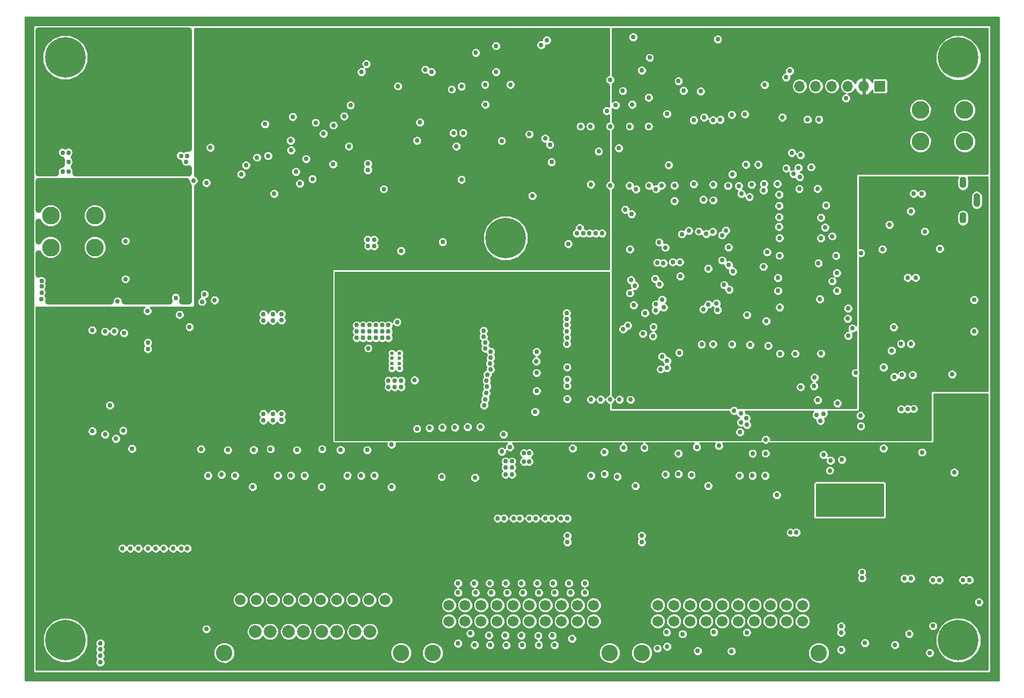
<source format=gbr>
G04 #@! TF.FileFunction,Copper,L3,Inr,Plane*
%FSLAX46Y46*%
G04 Gerber Fmt 4.6, Leading zero omitted, Abs format (unit mm)*
G04 Created by KiCad (PCBNEW 4.0.7) date 02/09/18 08:53:44*
%MOMM*%
%LPD*%
G01*
G04 APERTURE LIST*
%ADD10C,0.100000*%
%ADD11R,1.700000X1.700000*%
%ADD12O,1.700000X1.700000*%
%ADD13C,1.700000*%
%ADD14C,2.600000*%
%ADD15C,0.600000*%
%ADD16C,2.000000*%
%ADD17O,1.100000X1.800000*%
%ADD18O,1.100000X2.200000*%
%ADD19C,2.800000*%
%ADD20C,6.400000*%
%ADD21C,0.800000*%
%ADD22C,0.750000*%
%ADD23C,0.254000*%
%ADD24C,1.000000*%
G04 APERTURE END LIST*
D10*
D11*
X128620000Y87500000D03*
D12*
X126080000Y87500000D03*
X123540000Y87500000D03*
X121000000Y87500000D03*
X118460000Y87500000D03*
X115920000Y87500000D03*
D13*
X93540000Y5540000D03*
X96080000Y5540000D03*
X98620000Y5540000D03*
X101160000Y5540000D03*
X103700000Y5540000D03*
X106240000Y5540000D03*
X108780000Y5540000D03*
X111320000Y5540000D03*
X113860000Y5540000D03*
X116400000Y5540000D03*
D14*
X91000000Y-2000000D03*
X118940000Y-2000000D03*
D13*
X93540000Y3000000D03*
X96080000Y3000000D03*
X98620000Y3000000D03*
X101160000Y3000000D03*
X103700000Y3000000D03*
X106240000Y3000000D03*
X108780000Y3000000D03*
X111320000Y3000000D03*
X113860000Y3000000D03*
X116400000Y3000000D03*
X60540000Y5540000D03*
X63080000Y5540000D03*
X65620000Y5540000D03*
X68160000Y5540000D03*
X70700000Y5540000D03*
X73240000Y5540000D03*
X75780000Y5540000D03*
X78320000Y5540000D03*
X80860000Y5540000D03*
X83400000Y5540000D03*
D14*
X58000000Y-2000000D03*
X85940000Y-2000000D03*
D13*
X60540000Y3000000D03*
X63080000Y3000000D03*
X65620000Y3000000D03*
X68160000Y3000000D03*
X70700000Y3000000D03*
X73240000Y3000000D03*
X75780000Y3000000D03*
X78320000Y3000000D03*
X80860000Y3000000D03*
X83400000Y3000000D03*
D15*
X51555000Y45334000D03*
X51555000Y44534000D03*
X52755000Y44534000D03*
X52755000Y45334000D03*
X51555000Y42934000D03*
X51555000Y43734000D03*
X52755000Y43734000D03*
X52755000Y42934000D03*
X124250000Y21700000D03*
X123450000Y21700000D03*
X123450000Y20500000D03*
X124250000Y20500000D03*
X121850000Y21700000D03*
X122650000Y21700000D03*
X122650000Y20500000D03*
X121850000Y20500000D03*
D13*
X27600000Y6360000D03*
X30140000Y6360000D03*
X32680000Y6360000D03*
X35220000Y6360000D03*
X37760000Y6360000D03*
X40300000Y6360000D03*
X42840000Y6360000D03*
X45380000Y6360000D03*
X47920000Y6360000D03*
X50460000Y6360000D03*
D16*
X30005000Y1360000D03*
X32305000Y1360000D03*
X35255000Y1360000D03*
X37555000Y1360000D03*
X40505000Y1360000D03*
X42805000Y1360000D03*
X45755000Y1360000D03*
X48055000Y1360000D03*
D14*
X25060000Y-2000000D03*
X53000000Y-2000000D03*
D17*
X141750000Y66700000D03*
X141750000Y72300000D03*
D18*
X143900000Y69500000D03*
D19*
X-2320000Y62020000D03*
X4680000Y62020000D03*
X-2320000Y67020000D03*
X4680000Y67020000D03*
X-2000000Y81000000D03*
X5000000Y81000000D03*
X-2000000Y86000000D03*
X5000000Y86000000D03*
X135000000Y78750000D03*
X142000000Y78750000D03*
X135000000Y83750000D03*
X142000000Y83750000D03*
D20*
X141000000Y92000000D03*
D21*
X143400000Y92000000D03*
X142697056Y90302944D03*
X141000000Y89600000D03*
X139302944Y90302944D03*
X138600000Y92000000D03*
X139302944Y93697056D03*
X141000000Y94400000D03*
X142697056Y93697056D03*
D20*
X69500000Y63500000D03*
D21*
X71900000Y63500000D03*
X71197056Y61802944D03*
X69500000Y61100000D03*
X67802944Y61802944D03*
X67100000Y63500000D03*
X67802944Y65197056D03*
X69500000Y65900000D03*
X71197056Y65197056D03*
D20*
X0Y0D03*
D21*
X2400000Y0D03*
X1697056Y-1697056D03*
X0Y-2400000D03*
X-1697056Y-1697056D03*
X-2400000Y0D03*
X-1697056Y1697056D03*
X0Y2400000D03*
X1697056Y1697056D03*
D20*
X0Y92000000D03*
D21*
X2400000Y92000000D03*
X1697056Y90302944D03*
X0Y89600000D03*
X-1697056Y90302944D03*
X-2400000Y92000000D03*
X-1697056Y93697056D03*
X0Y94400000D03*
X1697056Y93697056D03*
D20*
X141000000Y0D03*
D21*
X143400000Y0D03*
X142697056Y-1697056D03*
X141000000Y-2400000D03*
X139302944Y-1697056D03*
X138600000Y0D03*
X139302944Y1697056D03*
X141000000Y2400000D03*
X142697056Y1697056D03*
D22*
X130855633Y41578386D03*
X124648406Y40782138D03*
X130800000Y49425000D03*
X99207577Y69576453D03*
X88505581Y60700054D03*
X104148929Y38173231D03*
X106818666Y38149394D03*
X110099990Y60496000D03*
X93091787Y62081839D03*
X109844004Y52763990D03*
X98709791Y47802490D03*
X103754686Y71383672D03*
X131250000Y83500000D03*
X87750000Y43350000D03*
X88750000Y43350000D03*
X89750000Y43350000D03*
X116500000Y50750000D03*
X94664000Y69374000D03*
X32000000Y76500000D03*
X30255001Y76244999D03*
X21960390Y54626988D03*
X70250000Y87750000D03*
X22250000Y72250000D03*
X92250000Y92000000D03*
X40750000Y80000000D03*
X119706923Y29272054D03*
X118788057Y37932372D03*
X121810129Y57985901D03*
X121897412Y37412612D03*
X121849979Y55194000D03*
X102240019Y82126453D03*
X99206385Y82133363D03*
X82900000Y81157000D03*
X86000000Y81157000D03*
X89100000Y81157000D03*
X92100000Y81157000D03*
X60994635Y86998016D03*
X57795618Y89726571D03*
X32960470Y70529514D03*
X42272682Y75173960D03*
X44000000Y82750000D03*
X55993788Y81788942D03*
X68000000Y89750000D03*
X81343000Y81157000D03*
X39500000Y81750000D03*
X75750000Y79250000D03*
X62766093Y55151570D03*
X61711851Y55151568D03*
X60568403Y55184006D03*
X59392517Y55200225D03*
X58289618Y55200225D03*
X57251594Y55216444D03*
X62499990Y44836373D03*
X139999341Y59122820D03*
X139994557Y60992461D03*
X140000000Y60050000D03*
X84250000Y43350000D03*
X83250000Y43350000D03*
X82250000Y43350000D03*
X128885000Y47291001D03*
X97343351Y64138463D03*
X90100546Y71227374D03*
X98441264Y64661887D03*
X93250000Y71250000D03*
X86900000Y84500000D03*
X107600000Y1225000D03*
X100304640Y86677056D03*
X102400000Y1275000D03*
X47800000Y46100000D03*
X52369000Y50241000D03*
X125601547Y33807167D03*
X97449629Y979733D03*
X125551236Y35456293D03*
X94950000Y1250000D03*
X47500000Y91000000D03*
X76000000Y94750000D03*
X76500000Y78250000D03*
X53000000Y61500000D03*
X26000000Y40500000D03*
X24750000Y40500000D03*
X23500000Y40500000D03*
X16181000Y42605000D03*
X15181000Y43649869D03*
X16181000Y41605000D03*
X15181000Y42605000D03*
X16181000Y40605000D03*
X13181000Y43649869D03*
X16181000Y43649869D03*
X15181000Y41605000D03*
X14181000Y43649869D03*
X23500000Y39500000D03*
X26000000Y39500000D03*
X24750000Y39500000D03*
X14181000Y42605000D03*
X59368919Y24850497D03*
X63369000Y25853000D03*
X62369000Y25853000D03*
X77531594Y80218406D03*
X26369000Y61353000D03*
X27369000Y61353000D03*
X25369000Y61353000D03*
X25369000Y62353000D03*
X27369000Y62353000D03*
X26369000Y62353000D03*
X26369000Y63353000D03*
X27369000Y63353000D03*
X27369000Y64353000D03*
X26369000Y64353000D03*
X25369000Y64353000D03*
X25369000Y63353000D03*
X26369000Y66353000D03*
X26369000Y65353000D03*
X25369000Y66353000D03*
X27369000Y66353000D03*
X25369000Y65353000D03*
X27369000Y65353000D03*
X25869000Y85603000D03*
X26869000Y83603000D03*
X25869000Y84603000D03*
X25869000Y83603000D03*
X27869000Y88603000D03*
X26869000Y88603000D03*
X26869000Y87603000D03*
X27869000Y86603000D03*
X27869000Y87603000D03*
X25869000Y88603000D03*
X25869000Y86603000D03*
X25869000Y87603000D03*
X26869000Y86603000D03*
X26869000Y84603000D03*
X27869000Y85603000D03*
X26869000Y85603000D03*
X27869000Y83603000D03*
X27869000Y84603000D03*
X143000000Y33500000D03*
X142000000Y33500000D03*
X76243225Y64246015D03*
X75750000Y66000000D03*
X76750000Y66000000D03*
X24744065Y45737559D03*
X26016826Y45767060D03*
X23500000Y45750000D03*
X26000000Y46750000D03*
X24750000Y46750000D03*
X23500000Y46750000D03*
X10178235Y43629834D03*
X6374490Y23159642D03*
X6410000Y39160000D03*
X60369000Y25853000D03*
X60369000Y24853000D03*
X57369000Y24853000D03*
X58369000Y25853000D03*
X57369000Y25853000D03*
X58369000Y24853000D03*
X61369000Y24853000D03*
X63369000Y24853000D03*
X62369000Y24853000D03*
X61369000Y25853000D03*
X62369000Y21853000D03*
X63369000Y22853000D03*
X62369000Y23853000D03*
X62369000Y22853000D03*
X63369000Y23853000D03*
X63369000Y21853000D03*
X59369000Y22853000D03*
X58369000Y23853000D03*
X57369000Y22853000D03*
X59369000Y23853000D03*
X57369000Y23853000D03*
X58369000Y22853000D03*
X59369000Y21853000D03*
X58369000Y20853000D03*
X59369000Y20853000D03*
X57369000Y20853000D03*
X58369000Y21853000D03*
X57369000Y21853000D03*
X61369000Y22853000D03*
X60369000Y22853000D03*
X60369000Y20853000D03*
X61369000Y23853000D03*
X60369000Y23853000D03*
X60369000Y21853000D03*
X62369000Y20853000D03*
X63369000Y20853000D03*
X61369000Y20853000D03*
X61369000Y21853000D03*
X137869000Y21603000D03*
X138869000Y21603000D03*
X139869000Y20603000D03*
X139869000Y21603000D03*
X139869000Y22603000D03*
X138869000Y25603000D03*
X137869000Y24603000D03*
X137869000Y25603000D03*
X137869000Y23603000D03*
X137869000Y22603000D03*
X137869000Y20603000D03*
X138869000Y20603000D03*
X139869000Y25603000D03*
X139869000Y24603000D03*
X138869000Y24603000D03*
X138869000Y23603000D03*
X139869000Y23603000D03*
X138869000Y22603000D03*
X134869000Y21603000D03*
X135869000Y21603000D03*
X136869000Y20603000D03*
X136869000Y21603000D03*
X136869000Y22603000D03*
X135869000Y25603000D03*
X134869000Y24603000D03*
X134869000Y25603000D03*
X134869000Y23603000D03*
X134869000Y22603000D03*
X134869000Y20603000D03*
X135869000Y20603000D03*
X136869000Y25603000D03*
X136869000Y24603000D03*
X135869000Y24603000D03*
X135869000Y23603000D03*
X136869000Y23603000D03*
X135869000Y22603000D03*
X131869000Y21603000D03*
X132869000Y21603000D03*
X133869000Y20603000D03*
X133869000Y21603000D03*
X133869000Y22603000D03*
X132869000Y25603000D03*
X131869000Y24603000D03*
X131869000Y25603000D03*
X131869000Y23603000D03*
X131869000Y22603000D03*
X131869000Y20603000D03*
X132869000Y20603000D03*
X133869000Y25603000D03*
X133869000Y24603000D03*
X132869000Y24603000D03*
X132869000Y23603000D03*
X133869000Y23603000D03*
X132869000Y22603000D03*
X11202761Y43649869D03*
X12181000Y43649869D03*
X110853000Y20381000D03*
X109853000Y20381000D03*
X108853000Y20381000D03*
X107853000Y20381000D03*
X106853000Y20381000D03*
X105853000Y20381000D03*
X105853000Y22381000D03*
X105853000Y21381000D03*
X106853000Y21381000D03*
X106853000Y22381000D03*
X107853000Y21381000D03*
X108853000Y22381000D03*
X108853000Y21381000D03*
X107853000Y22381000D03*
X109853000Y21381000D03*
X110853000Y22381000D03*
X109853000Y22381000D03*
X110853000Y21381000D03*
X99353000Y20381000D03*
X98353000Y20381000D03*
X97353000Y20381000D03*
X96353000Y20381000D03*
X95353000Y20381000D03*
X94353000Y20381000D03*
X94353000Y22381000D03*
X94353000Y21381000D03*
X95353000Y21381000D03*
X95353000Y22381000D03*
X96353000Y21381000D03*
X97353000Y22381000D03*
X97353000Y21381000D03*
X96353000Y22381000D03*
X98353000Y21381000D03*
X99353000Y22381000D03*
X98353000Y22381000D03*
X99353000Y21381000D03*
X87603000Y20381000D03*
X86603000Y20381000D03*
X85603000Y20381000D03*
X84603000Y20381000D03*
X83603000Y20381000D03*
X82603000Y20381000D03*
X82603000Y22381000D03*
X82603000Y21381000D03*
X83603000Y21381000D03*
X83603000Y22381000D03*
X84603000Y21381000D03*
X85603000Y22381000D03*
X85603000Y21381000D03*
X84603000Y22381000D03*
X86603000Y21381000D03*
X87603000Y22381000D03*
X86603000Y22381000D03*
X87603000Y21381000D03*
X45103000Y22381000D03*
X44103000Y22381000D03*
X46103000Y22381000D03*
X46103000Y21381000D03*
X45103000Y21381000D03*
X45103000Y20381000D03*
X44103000Y20381000D03*
X46103000Y20381000D03*
X44103000Y21381000D03*
X48103000Y22381000D03*
X47103000Y22381000D03*
X49103000Y22381000D03*
X49103000Y21381000D03*
X48103000Y21381000D03*
X47103000Y20381000D03*
X48103000Y20381000D03*
X47103000Y21381000D03*
X49103000Y20381000D03*
X34103000Y22381000D03*
X33103000Y22381000D03*
X35103000Y22381000D03*
X35103000Y21381000D03*
X34103000Y21381000D03*
X34103000Y20381000D03*
X33103000Y20381000D03*
X35103000Y20381000D03*
X33103000Y21381000D03*
X37103000Y22381000D03*
X36103000Y22381000D03*
X38103000Y22381000D03*
X38103000Y21381000D03*
X37103000Y21381000D03*
X36103000Y20381000D03*
X37103000Y20381000D03*
X36103000Y21381000D03*
X38103000Y20381000D03*
X22103000Y20381000D03*
X23103000Y20381000D03*
X24103000Y20381000D03*
X25103000Y20381000D03*
X26103000Y20381000D03*
X26103000Y21381000D03*
X25103000Y21381000D03*
X24103000Y21381000D03*
X23103000Y21381000D03*
X22103000Y21381000D03*
X22103000Y22381000D03*
X23103000Y22381000D03*
X24103000Y22381000D03*
X25103000Y22381000D03*
X26103000Y22381000D03*
X27103000Y22381000D03*
X27103000Y21381000D03*
X27103000Y20381000D03*
X14181000Y40605000D03*
X15181000Y40605000D03*
X13181000Y41605000D03*
X13181000Y40605000D03*
X14181000Y41605000D03*
X11181000Y42605000D03*
X10181000Y42605000D03*
X9181000Y43605000D03*
X9181000Y42605000D03*
X11181000Y40605000D03*
X11181000Y41605000D03*
X10181000Y40605000D03*
X10181000Y41605000D03*
X9181000Y39605000D03*
X9181000Y41605000D03*
X9181000Y40605000D03*
X12181000Y41605000D03*
X12181000Y40605000D03*
X13181000Y42605000D03*
X12181000Y42605000D03*
X14181000Y35605000D03*
X14181000Y36605000D03*
X13181000Y36605000D03*
X12181000Y36605000D03*
X10181000Y34605000D03*
X10181000Y35605000D03*
X11181000Y34605000D03*
X11181000Y35605000D03*
X9181000Y35605000D03*
X9181000Y34605000D03*
X10181000Y36605000D03*
X9181000Y36605000D03*
X11181000Y36605000D03*
X9181000Y37605000D03*
X9181000Y38605000D03*
X11181000Y37605000D03*
X10181000Y38605000D03*
X11181000Y38605000D03*
X12181000Y39605000D03*
X10181000Y37605000D03*
X10181000Y39605000D03*
X11181000Y39605000D03*
X16181000Y38605000D03*
X15181000Y39605000D03*
X16181000Y39605000D03*
X14181000Y37605000D03*
X15181000Y37605000D03*
X16181000Y37605000D03*
X14181000Y38605000D03*
X15181000Y38605000D03*
X15181000Y34605000D03*
X15181000Y35605000D03*
X16181000Y35605000D03*
X16181000Y36605000D03*
X16181000Y34605000D03*
X15181000Y36605000D03*
X12181000Y34605000D03*
X12181000Y35605000D03*
X13181000Y34605000D03*
X14181000Y34605000D03*
X13181000Y35605000D03*
X12181000Y37605000D03*
X13181000Y37605000D03*
X14181000Y39605000D03*
X12181000Y38605000D03*
X13181000Y39605000D03*
X13181000Y38605000D03*
X16181000Y18603000D03*
X15181000Y18603000D03*
X14181000Y18603000D03*
X13181000Y18603000D03*
X12181000Y18603000D03*
X11181000Y18603000D03*
X10181000Y18603000D03*
X9181000Y18603000D03*
X16181000Y19603000D03*
X15181000Y19603000D03*
X14181000Y19603000D03*
X13181000Y19603000D03*
X12181000Y19603000D03*
X11181000Y19603000D03*
X10181000Y19603000D03*
X9181000Y19603000D03*
X16181000Y20603000D03*
X15181000Y20603000D03*
X14181000Y20603000D03*
X13181000Y20603000D03*
X12181000Y20603000D03*
X11181000Y20603000D03*
X10181000Y20603000D03*
X9181000Y20603000D03*
X16181000Y21603000D03*
X15181000Y21603000D03*
X14181000Y21603000D03*
X13181000Y21603000D03*
X12181000Y21603000D03*
X11181000Y21603000D03*
X10181000Y21603000D03*
X9181000Y21603000D03*
X16181000Y22603000D03*
X15181000Y22603000D03*
X14181000Y22603000D03*
X13181000Y22603000D03*
X12181000Y22603000D03*
X11181000Y22603000D03*
X10181000Y22603000D03*
X9181000Y22603000D03*
X16181000Y23603000D03*
X15181000Y23603000D03*
X14181000Y23603000D03*
X13181000Y23603000D03*
X12181000Y23603000D03*
X11181000Y23603000D03*
X10181000Y23603000D03*
X9181000Y23603000D03*
X16181000Y24603000D03*
X15181000Y24603000D03*
X14181000Y24603000D03*
X13181000Y24603000D03*
X12181000Y24603000D03*
X11181000Y24603000D03*
X10181000Y24603000D03*
X9181000Y24603000D03*
X16181000Y25603000D03*
X15181000Y25603000D03*
X14181000Y25603000D03*
X13181000Y25603000D03*
X12181000Y25603000D03*
X11181000Y25603000D03*
X10181000Y25603000D03*
X9181000Y25603000D03*
X16181000Y26603000D03*
X15181000Y26603000D03*
X14181000Y26603000D03*
X13181000Y26603000D03*
X12181000Y26603000D03*
X11181000Y26603000D03*
X10181000Y26603000D03*
X9181000Y26603000D03*
X16181000Y27603000D03*
X15181000Y27603000D03*
X14181000Y27603000D03*
X13181000Y27603000D03*
X12181000Y27603000D03*
X11181000Y27603000D03*
X10181000Y27603000D03*
X9181000Y27603000D03*
X7250000Y82250000D03*
X8250000Y82250000D03*
X9250000Y82250000D03*
X10250000Y82250000D03*
X11250000Y82250000D03*
X12250000Y82250000D03*
X12250000Y83250000D03*
X11250000Y83250000D03*
X10250000Y83250000D03*
X10250000Y83250000D03*
X9244591Y83255409D03*
X8244591Y83255409D03*
X7244591Y83255409D03*
X7244591Y84258467D03*
X7244591Y85237532D03*
X7244591Y86230195D03*
X7250000Y87250000D03*
X7250000Y88250000D03*
X7250000Y90250000D03*
X7250000Y89250000D03*
X9242226Y90240761D03*
X8250000Y89250000D03*
X8250000Y90250000D03*
X9250000Y89250000D03*
X10250000Y89250000D03*
X10250000Y90250000D03*
X11250000Y90250000D03*
X11250000Y89250000D03*
X12250000Y89250000D03*
X12250000Y90250000D03*
X12404090Y84717664D03*
X11404090Y84717664D03*
X10404090Y84717664D03*
X9404090Y84717664D03*
X12404090Y85717664D03*
X11404090Y85717664D03*
X10404090Y85717664D03*
X9404090Y85717664D03*
X12404090Y86717664D03*
X11404090Y86717664D03*
X10404090Y86717664D03*
X9404090Y86717664D03*
X12404090Y87717664D03*
X11404090Y87717664D03*
X10404090Y87717664D03*
X9404090Y87717664D03*
X12942597Y52008940D03*
X52500000Y87500000D03*
X56830322Y90129221D03*
X8250000Y53500000D03*
X89139872Y54827660D03*
X79191846Y50728031D03*
X66019306Y47929466D03*
X9100000Y33100000D03*
X89908340Y55999168D03*
X66018455Y48896077D03*
X79133594Y51682561D03*
X7700000Y48800000D03*
X36400000Y74000000D03*
X129200000Y43100000D03*
X105209930Y83007450D03*
X38987011Y72836749D03*
X50250000Y71250000D03*
X19250000Y76500000D03*
X102991420Y52130055D03*
X106454348Y26024293D03*
X94750000Y26200010D03*
X83000000Y26000000D03*
X44500000Y26000000D03*
X33500000Y26000000D03*
X22500000Y26000000D03*
X115871757Y71267009D03*
X85127000Y26250000D03*
X88807474Y49705921D03*
X79238743Y40173688D03*
X66438307Y39017306D03*
X61500000Y33600000D03*
X92781835Y48035829D03*
X79208660Y43121069D03*
X66608155Y41943051D03*
X55500000Y33400000D03*
X74393102Y42215803D03*
X66502692Y40998911D03*
X103692834Y63969334D03*
X57500000Y33500000D03*
X88059406Y49120331D03*
X79227778Y38090405D03*
X66111123Y37104510D03*
X65500000Y33700000D03*
X91190544Y48399553D03*
X79216813Y41171471D03*
X66578555Y40051933D03*
X59500000Y33600000D03*
X74393102Y39364182D03*
X66286781Y38053036D03*
X104300000Y64700000D03*
X63500000Y33700000D03*
X119300010Y63500000D03*
X10500000Y30250000D03*
X7000000Y37100000D03*
X119950010Y65179859D03*
X89740546Y52905977D03*
X79148028Y49779030D03*
X66282602Y47016670D03*
X21404774Y30181473D03*
X120099250Y68686946D03*
X24642764Y26139026D03*
X79204802Y47791960D03*
X67136895Y45588223D03*
X94455018Y52544982D03*
X32381235Y30189881D03*
X119300010Y66750000D03*
X35596004Y26024678D03*
X93759406Y62845428D03*
X74403260Y45538087D03*
X67041796Y43693647D03*
X43432265Y30053991D03*
X109401054Y75137215D03*
X46683973Y25973138D03*
X79176415Y48785496D03*
X66316503Y46067263D03*
X93200000Y52100000D03*
X29714723Y30048223D03*
X87156864Y25840994D03*
X102804997Y53176409D03*
X110500000Y26000000D03*
X98846894Y26100102D03*
X48790485Y25997720D03*
X37750000Y26000000D03*
X26750000Y26000000D03*
X92837698Y49489786D03*
X79176415Y46798422D03*
X67143198Y44638232D03*
X40513737Y30196154D03*
X51487118Y30914350D03*
X94716435Y62020101D03*
X74352219Y44055558D03*
X67115145Y42746471D03*
X89400000Y67300000D03*
X88100000Y30400000D03*
X88400000Y68000000D03*
X80100000Y30300000D03*
X95900000Y59700000D03*
X103200000Y30700000D03*
X105324327Y73579748D03*
X108495000Y26000000D03*
X93436191Y59649979D03*
X91400000Y30400000D03*
X107449975Y75114676D03*
X96811000Y26250000D03*
X123639515Y48078475D03*
X122600000Y28500000D03*
X113200000Y82586124D03*
X120700000Y26800000D03*
X110557083Y29509472D03*
X97000000Y59700000D03*
X94410119Y59555205D03*
X99700000Y30500000D03*
X85500000Y83599990D03*
X120815378Y28384622D03*
X106663726Y35807660D03*
X95000000Y44100000D03*
X106651807Y34407648D03*
X94000000Y42800000D03*
X107593367Y34025603D03*
X93800000Y56200000D03*
X105567227Y36266276D03*
X94200000Y44800000D03*
X107498019Y35062510D03*
X94969802Y42994244D03*
X106529338Y32867812D03*
X93100000Y57100000D03*
X125604504Y61152362D03*
X124250000Y49250000D03*
X117749979Y74720133D03*
X110800000Y61300000D03*
X104705915Y62061697D03*
X35879283Y82665170D03*
X113800000Y88900000D03*
X114700000Y77000000D03*
X69181404Y32513876D03*
X95253940Y75047619D03*
X104006372Y56103663D03*
X68900000Y29800000D03*
X104829380Y55351309D03*
X70180265Y30500010D03*
X124754610Y42219402D03*
X55500000Y78900000D03*
X75100000Y94000000D03*
X114400000Y89900000D03*
X116100000Y76600000D03*
X101500000Y58700000D03*
X9500000Y63000000D03*
X9500000Y57000000D03*
X62531594Y87468406D03*
X94995127Y83110161D03*
X18026985Y51406272D03*
X105377117Y58250021D03*
X115952741Y73132949D03*
X114956220Y73629354D03*
X104750000Y59250000D03*
X94231393Y53768608D03*
X115764235Y74608705D03*
X93238962Y53051003D03*
X113827954Y74527054D03*
X79400000Y62600000D03*
X81200000Y65100000D03*
X97100000Y57471034D03*
X110672823Y50400010D03*
X101529866Y53041168D03*
X70500000Y26200000D03*
X69500000Y26200000D03*
X70499692Y28247392D03*
X69500000Y28250000D03*
X70500000Y27250000D03*
X69500000Y27250000D03*
X74723031Y-753185D03*
X72101252Y-766561D03*
X69599861Y-779938D03*
X67031588Y-753185D03*
X64610455Y-739808D03*
X97587327Y86787967D03*
X102289125Y69482360D03*
X100730708Y69576453D03*
X89660745Y95241051D03*
X118996217Y82230363D03*
X117175782Y82250100D03*
X90004671Y24364042D03*
X64802506Y92777020D03*
X110228638Y58984577D03*
X133500000Y46800000D03*
X130471074Y45734463D03*
X112342697Y22938843D03*
X126133640Y24014669D03*
X125250000Y22000000D03*
X126149880Y22000000D03*
X125804336Y9785796D03*
X5489064Y-2478673D03*
X5497970Y-1454476D03*
X-399807Y74005230D03*
X-417611Y76992812D03*
X-3787120Y53882484D03*
X-3765630Y55852260D03*
X-3765632Y54835140D03*
X23544579Y53709007D03*
X19588662Y49473716D03*
X126149880Y20000000D03*
X112698212Y70374225D03*
X110299990Y72073997D03*
X96808488Y88300010D03*
X110964482Y46499912D03*
X112783497Y52555418D03*
X82953639Y71999990D03*
X66300000Y84600000D03*
X121699937Y60720787D03*
X112827957Y45259648D03*
X74167028Y36067030D03*
X123242553Y85574621D03*
X110431430Y87711681D03*
X133800000Y41900000D03*
X132100000Y41900000D03*
X112750000Y63509527D03*
X112520850Y57210120D03*
X85100000Y29700000D03*
X96800000Y29500000D03*
X108500000Y29500000D03*
X115399924Y17004481D03*
X119300010Y45268000D03*
X89140283Y61750021D03*
X91522322Y51674525D03*
X59400000Y25800000D03*
X36550480Y30026386D03*
X47655797Y30026386D03*
X25630741Y30026386D03*
X126250000Y-440605D03*
X115250000Y45256000D03*
X107624010Y51364000D03*
X7974027Y31827923D03*
X108349979Y71938805D03*
X92152330Y71791930D03*
X96169213Y71816552D03*
X94118221Y71816552D03*
X89076161Y71795974D03*
X86026855Y71819281D03*
X105276000Y46724000D03*
X96905512Y45413327D03*
X108112115Y46648475D03*
X102250000Y46750000D03*
X100455445Y46728080D03*
X102284014Y71947990D03*
X104643043Y71761960D03*
X106333137Y71747813D03*
X112706575Y66822009D03*
X112679388Y65299990D03*
X68881975Y78863877D03*
X123541640Y50778144D03*
X59561259Y62890886D03*
X37007286Y72136523D03*
X27749213Y73587576D03*
X130125008Y65625000D03*
X101507857Y24382384D03*
X51482091Y24195988D03*
X40430952Y24252338D03*
X29553898Y24239037D03*
X126149880Y21000000D03*
X126149880Y23012948D03*
X105181745Y-1730043D03*
X99840877Y-1696767D03*
X93492403Y-1304792D03*
X119750000Y24000000D03*
X119750000Y23000000D03*
X120739829Y21988791D03*
X119750000Y22000000D03*
X22250000Y1750000D03*
X77237895Y-759341D03*
X45000000Y84500000D03*
X42325000Y81325000D03*
X47750000Y75250000D03*
X47750000Y74250000D03*
X38000000Y76000000D03*
X144250000Y6000000D03*
X5500000Y-3500000D03*
X5500000Y-500000D03*
X-3750000Y56750000D03*
X-5750000Y66000000D03*
X-5750000Y56000000D03*
X-5750000Y46000000D03*
X-5750000Y36000000D03*
X-5750000Y26000000D03*
X-5750000Y16000000D03*
X-5750000Y6000000D03*
X-5750000Y-5750000D03*
X8000000Y-5750000D03*
X18000000Y-5750000D03*
X28000000Y-5750000D03*
X38000000Y-5750000D03*
X48000000Y-5750000D03*
X58000000Y-5750000D03*
X68000000Y-5750000D03*
X78000000Y-5750000D03*
X88000000Y-5750000D03*
X98000000Y-5750000D03*
X108000000Y-5750000D03*
X118000000Y-5750000D03*
X128000000Y-5750000D03*
X138000000Y-5750000D03*
X146750000Y-5750000D03*
X146750000Y1000000D03*
X146750000Y11000000D03*
X146750000Y21000000D03*
X146750000Y31000000D03*
X146750000Y41000000D03*
X146750000Y48500000D03*
X146750000Y58500000D03*
X146750000Y68500000D03*
X146750000Y78500000D03*
X146750000Y88500000D03*
X146750000Y97750000D03*
X135500000Y97750000D03*
X125500000Y97750000D03*
X115500000Y97750000D03*
X105500000Y97750000D03*
X95500000Y97750000D03*
X85500000Y97750000D03*
X75500000Y97750000D03*
X65500000Y97750000D03*
X55500000Y97750000D03*
X45500000Y97750000D03*
X35500000Y97750000D03*
X25500000Y97750000D03*
X15492567Y97742567D03*
X5492567Y97742567D03*
X-5757433Y97742567D03*
X-5757433Y88492567D03*
X-5757433Y78499797D03*
X62000000Y-500000D03*
X143500000Y53750000D03*
X143500000Y48750000D03*
X134250000Y57250000D03*
X133000000Y57250000D03*
X131950000Y46801001D03*
X22888417Y77791963D03*
X125775000Y10725000D03*
X131000000Y-750000D03*
X136500000Y-2000000D03*
X112750000Y60750000D03*
X500000Y74000000D03*
X500000Y75500000D03*
X500000Y77000000D03*
X95000000Y-1000000D03*
X140014986Y41987317D03*
X47788000Y62250000D03*
X47750000Y63250000D03*
X48750000Y63250000D03*
X48750000Y62250000D03*
X51000000Y40000000D03*
X52000000Y40000000D03*
X53000000Y40000000D03*
X53000000Y41000000D03*
X52000000Y41000000D03*
X51000000Y41000000D03*
X73217500Y28206500D03*
X72392500Y28206500D03*
X72392500Y29531500D03*
X73217500Y29531500D03*
X13000000Y47000000D03*
X13000000Y46000000D03*
X19250000Y14500000D03*
X18250000Y14500000D03*
X17000000Y14500000D03*
X15500000Y14500000D03*
X14250000Y14500000D03*
X13000000Y14500000D03*
X11500000Y14500000D03*
X10250000Y14500000D03*
X9000000Y14500000D03*
X51000000Y49750000D03*
X51000000Y48750000D03*
X51000000Y47750000D03*
X50000000Y47750000D03*
X49000000Y47750000D03*
X48000000Y47750000D03*
X47000000Y47750000D03*
X46000000Y47750000D03*
X46000000Y48750000D03*
X47000000Y48750000D03*
X48000000Y48750000D03*
X49000000Y48750000D03*
X50000000Y48750000D03*
X50000000Y49750000D03*
X49000000Y49750000D03*
X48000000Y49750000D03*
X47000000Y49750000D03*
X46000000Y49750000D03*
X125250000Y21000000D03*
X125250000Y20000000D03*
X119750000Y21000000D03*
X119750000Y20000000D03*
X64680000Y25663752D03*
X120750000Y20000000D03*
X120750000Y21000000D03*
X140366802Y26503849D03*
X135282809Y29678833D03*
X31250000Y51500000D03*
X32750000Y51500000D03*
X32739629Y50499042D03*
X34112219Y51524347D03*
X34099057Y50514842D03*
X31250000Y50500000D03*
X114500000Y17000000D03*
X79250000Y15500000D03*
X79250000Y16500000D03*
X91000000Y15500000D03*
X91000000Y16500000D03*
X142750000Y9500000D03*
X141750000Y9500000D03*
X138000000Y9500000D03*
X137000000Y9500000D03*
X133500000Y9750000D03*
X132500000Y9750000D03*
X61750000Y78000000D03*
X44750000Y78000000D03*
X66250000Y87750000D03*
X64531594Y8968406D03*
X69500000Y9000000D03*
X79250000Y19250000D03*
X78250000Y19250000D03*
X76750000Y19250000D03*
X75750000Y19250000D03*
X74250000Y19250000D03*
X73250000Y19250000D03*
X71750000Y19250000D03*
X70750000Y19250000D03*
X69250000Y19250000D03*
X68250000Y19250000D03*
X112432000Y72075010D03*
X82000000Y9000000D03*
X79500000Y9000000D03*
X77000000Y9000000D03*
X74500000Y9000000D03*
X72000000Y9000000D03*
X67000000Y9000000D03*
X62000000Y9000000D03*
X34099057Y34764842D03*
X34112219Y35774347D03*
X76750000Y75500000D03*
X80757510Y64257510D03*
X81757510Y64257510D03*
X82757510Y64257510D03*
X83757510Y64257510D03*
X84740717Y64257510D03*
X138086000Y61836000D03*
X6260000Y48740000D03*
X4228000Y48978000D03*
X9250000Y48500000D03*
X6250000Y32500000D03*
X4250000Y33000000D03*
X32739629Y34749042D03*
X32750000Y35750000D03*
X31250000Y34750000D03*
X31250000Y35750000D03*
X68000000Y93850000D03*
X112518419Y55174990D03*
X89231358Y37983200D03*
X87497457Y37999952D03*
X86001806Y37997094D03*
X83000000Y38000000D03*
X84500000Y38000000D03*
X135690000Y64560000D03*
X133958500Y70541500D03*
X99224000Y72026000D03*
X89318000Y56889055D03*
X55126291Y41044633D03*
X18250000Y76500000D03*
X20230000Y72579000D03*
X31500000Y81500000D03*
X35557760Y78894001D03*
X35630000Y77370000D03*
X88000000Y86750000D03*
X86000000Y88500000D03*
X91000000Y90000000D03*
X112700138Y68602103D03*
X62787000Y80106000D03*
X73245588Y79896588D03*
X62533000Y72740000D03*
X61263000Y80106000D03*
X17436000Y54051000D03*
X96164000Y69374000D03*
X84200000Y77200000D03*
X62000000Y7500000D03*
X87400000Y77700000D03*
X64750000Y7500000D03*
X116100000Y40000000D03*
X67250000Y7500000D03*
X118200000Y40100000D03*
X69750000Y7500000D03*
X118290677Y41476323D03*
X72250000Y7500000D03*
X119127266Y53862734D03*
X74750000Y7500000D03*
X121100000Y56700000D03*
X77250000Y7500000D03*
X118592251Y35541177D03*
X79750000Y7500000D03*
X119239743Y34664408D03*
X82000000Y7500000D03*
X100013615Y64559965D03*
X73732295Y70178153D03*
X101187113Y64154254D03*
X106750000Y70500000D03*
X102218682Y64508717D03*
X108000000Y70000000D03*
X118756443Y71310434D03*
X63926179Y1074023D03*
X71990297Y752161D03*
X103400000Y82200000D03*
X74640926Y701920D03*
X100855971Y82572513D03*
X76882825Y726941D03*
X89500000Y84600000D03*
X92100000Y85700000D03*
X80000000Y250000D03*
X135250000Y70500000D03*
X133500000Y67750000D03*
X103685107Y59994317D03*
X110234261Y71065738D03*
X131953316Y36484495D03*
X133933479Y36542491D03*
X137000000Y2250000D03*
X132991675Y36508325D03*
X11250000Y64500000D03*
X11250000Y63500000D03*
X12250000Y63500000D03*
X12250000Y64500000D03*
X13250000Y64500000D03*
X13250000Y63500000D03*
X14250000Y63500000D03*
X14250000Y64500000D03*
X11250000Y56000000D03*
X11250000Y57000000D03*
X12250000Y57000000D03*
X12250000Y56000000D03*
X13250000Y56000000D03*
X13250000Y57000000D03*
X14250000Y57000000D03*
X14250000Y56000000D03*
X15250000Y56000000D03*
X15250000Y57000000D03*
X15250000Y58000000D03*
X15250000Y59000000D03*
X15250000Y60000000D03*
X15250000Y61000000D03*
X15250000Y62000000D03*
X15250000Y63000000D03*
X15250000Y64000000D03*
X15250000Y65000000D03*
X15250000Y66000000D03*
X15250000Y67000000D03*
X15250000Y68000000D03*
X15250000Y69000000D03*
X15250000Y70000000D03*
X15250000Y71000000D03*
X15250000Y72000000D03*
X14250000Y72000000D03*
X14250000Y71000000D03*
X13250000Y71000000D03*
X13250000Y72000000D03*
X12250000Y72000000D03*
X12250000Y71000000D03*
X11250000Y71000000D03*
X11250000Y72000000D03*
X10250000Y72000000D03*
X10250000Y71000000D03*
X10096352Y58454352D03*
X11096352Y58454352D03*
X12096352Y58454352D03*
X13096352Y58454352D03*
X13096352Y59454352D03*
X12096352Y59454352D03*
X11096352Y59454352D03*
X10096352Y59454352D03*
X10096352Y60454352D03*
X11096352Y60454352D03*
X12096352Y60454352D03*
X13096352Y60454352D03*
X13096352Y61454352D03*
X10096352Y61454352D03*
X12096352Y61454352D03*
X11096352Y61454352D03*
X13096352Y66654352D03*
X12096352Y66654352D03*
X11096352Y66654352D03*
X10096352Y66654352D03*
X13096352Y67654352D03*
X12096352Y67654352D03*
X11096352Y67654352D03*
X10096352Y67654352D03*
X13096352Y68654352D03*
X12096352Y68654352D03*
X11096352Y68654352D03*
X10096352Y68654352D03*
X13096352Y69654352D03*
X12096352Y69654352D03*
X11096352Y69654352D03*
X10096352Y69654352D03*
X118903512Y59549020D03*
X129000032Y61739776D03*
X121100000Y63800000D03*
X122500000Y2200000D03*
X122500000Y1200000D03*
X129186998Y30300000D03*
X110600000Y31700000D03*
X100724000Y52276000D03*
X21577310Y53468172D03*
X28500000Y75000000D03*
X19048000Y75548000D03*
X66863498Y779383D03*
X122500000Y-1500000D03*
X69440508Y770309D03*
X119690610Y35769325D03*
X133250000Y1000000D03*
X107301394Y83088515D03*
X103000000Y94900000D03*
X123600000Y52400000D03*
X46750000Y89750000D03*
D23*
G36*
X145623000Y73627000D02*
X125000000Y73627000D01*
X124950590Y73616994D01*
X124908965Y73588553D01*
X124881685Y73546159D01*
X124873000Y73500000D01*
X124873000Y61351647D01*
X124852634Y61302600D01*
X124852373Y61003436D01*
X124873000Y60953515D01*
X124873000Y49690331D01*
X124676530Y49887143D01*
X124400238Y50001870D01*
X124101074Y50002131D01*
X123824582Y49887887D01*
X123612857Y49676530D01*
X123498130Y49400238D01*
X123497869Y49101074D01*
X123609667Y48830502D01*
X123490589Y48830606D01*
X123214097Y48716362D01*
X123002372Y48505005D01*
X122887645Y48228713D01*
X122887384Y47929549D01*
X123001628Y47653057D01*
X123212985Y47441332D01*
X123489277Y47326605D01*
X123788441Y47326344D01*
X124064933Y47440588D01*
X124276658Y47651945D01*
X124391385Y47928237D01*
X124391646Y48227401D01*
X124279848Y48497973D01*
X124398926Y48497869D01*
X124675418Y48612113D01*
X124873000Y48809352D01*
X124873000Y42971300D01*
X124605684Y42971533D01*
X124329192Y42857289D01*
X124117467Y42645932D01*
X124002740Y42369640D01*
X124002479Y42070476D01*
X124116723Y41793984D01*
X124328080Y41582259D01*
X124604372Y41467532D01*
X124873000Y41467298D01*
X124873000Y36627000D01*
X106231845Y36627000D01*
X106205114Y36691694D01*
X105993757Y36903419D01*
X105717465Y37018146D01*
X105418301Y37018407D01*
X105141809Y36904163D01*
X104930084Y36692806D01*
X104902759Y36627000D01*
X86377000Y36627000D01*
X86377000Y37338455D01*
X86427224Y37359207D01*
X86638949Y37570564D01*
X86750354Y37838857D01*
X86859570Y37574534D01*
X87070927Y37362809D01*
X87347219Y37248082D01*
X87646383Y37247821D01*
X87922875Y37362065D01*
X88134600Y37573422D01*
X88242915Y37834274D01*
X88479227Y37834274D01*
X88593471Y37557782D01*
X88804828Y37346057D01*
X89081120Y37231330D01*
X89380284Y37231069D01*
X89656776Y37345313D01*
X89868501Y37556670D01*
X89962667Y37783446D01*
X118035926Y37783446D01*
X118150170Y37506954D01*
X118361527Y37295229D01*
X118637819Y37180502D01*
X118936983Y37180241D01*
X119138935Y37263686D01*
X121145281Y37263686D01*
X121259525Y36987194D01*
X121470882Y36775469D01*
X121747174Y36660742D01*
X122046338Y36660481D01*
X122322830Y36774725D01*
X122534555Y36986082D01*
X122649282Y37262374D01*
X122649543Y37561538D01*
X122535299Y37838030D01*
X122323942Y38049755D01*
X122047650Y38164482D01*
X121748486Y38164743D01*
X121471994Y38050499D01*
X121260269Y37839142D01*
X121145542Y37562850D01*
X121145281Y37263686D01*
X119138935Y37263686D01*
X119213475Y37294485D01*
X119425200Y37505842D01*
X119539927Y37782134D01*
X119540188Y38081298D01*
X119425944Y38357790D01*
X119214587Y38569515D01*
X118938295Y38684242D01*
X118639131Y38684503D01*
X118362639Y38570259D01*
X118150914Y38358902D01*
X118036187Y38082610D01*
X118035926Y37783446D01*
X89962667Y37783446D01*
X89983228Y37832962D01*
X89983489Y38132126D01*
X89869245Y38408618D01*
X89657888Y38620343D01*
X89381596Y38735070D01*
X89082432Y38735331D01*
X88805940Y38621087D01*
X88594215Y38409730D01*
X88479488Y38133438D01*
X88479227Y37834274D01*
X88242915Y37834274D01*
X88249327Y37849714D01*
X88249588Y38148878D01*
X88135344Y38425370D01*
X87923987Y38637095D01*
X87647695Y38751822D01*
X87348531Y38752083D01*
X87072039Y38637839D01*
X86860314Y38426482D01*
X86748909Y38158189D01*
X86639693Y38422512D01*
X86428336Y38634237D01*
X86377000Y38655554D01*
X86377000Y39851074D01*
X115347869Y39851074D01*
X115462113Y39574582D01*
X115673470Y39362857D01*
X115949762Y39248130D01*
X116248926Y39247869D01*
X116525418Y39362113D01*
X116737143Y39573470D01*
X116851870Y39849762D01*
X116851958Y39951074D01*
X117447869Y39951074D01*
X117562113Y39674582D01*
X117773470Y39462857D01*
X118049762Y39348130D01*
X118348926Y39347869D01*
X118625418Y39462113D01*
X118837143Y39673470D01*
X118951870Y39949762D01*
X118952131Y40248926D01*
X118837887Y40525418D01*
X118626530Y40737143D01*
X118548931Y40769365D01*
X118716095Y40838436D01*
X118927820Y41049793D01*
X119042547Y41326085D01*
X119042808Y41625249D01*
X118928564Y41901741D01*
X118717207Y42113466D01*
X118440915Y42228193D01*
X118141751Y42228454D01*
X117865259Y42114210D01*
X117653534Y41902853D01*
X117538807Y41626561D01*
X117538546Y41327397D01*
X117652790Y41050905D01*
X117864147Y40839180D01*
X117941746Y40806958D01*
X117774582Y40737887D01*
X117562857Y40526530D01*
X117448130Y40250238D01*
X117447869Y39951074D01*
X116851958Y39951074D01*
X116852131Y40148926D01*
X116737887Y40425418D01*
X116526530Y40637143D01*
X116250238Y40751870D01*
X115951074Y40752131D01*
X115674582Y40637887D01*
X115462857Y40426530D01*
X115348130Y40150238D01*
X115347869Y39851074D01*
X86377000Y39851074D01*
X86377000Y42651074D01*
X93247869Y42651074D01*
X93362113Y42374582D01*
X93573470Y42162857D01*
X93849762Y42048130D01*
X94148926Y42047869D01*
X94425418Y42162113D01*
X94597986Y42334381D01*
X94819564Y42242374D01*
X95118728Y42242113D01*
X95395220Y42356357D01*
X95606945Y42567714D01*
X95721672Y42844006D01*
X95721933Y43143170D01*
X95607689Y43419662D01*
X95495487Y43532060D01*
X95637143Y43673470D01*
X95751870Y43949762D01*
X95752131Y44248926D01*
X95637887Y44525418D01*
X95426530Y44737143D01*
X95150238Y44851870D01*
X94952046Y44852043D01*
X94952131Y44948926D01*
X94837887Y45225418D01*
X94798972Y45264401D01*
X96153381Y45264401D01*
X96267625Y44987909D01*
X96478982Y44776184D01*
X96755274Y44661457D01*
X97054438Y44661196D01*
X97330930Y44775440D01*
X97542655Y44986797D01*
X97594113Y45110722D01*
X112075826Y45110722D01*
X112190070Y44834230D01*
X112401427Y44622505D01*
X112677719Y44507778D01*
X112976883Y44507517D01*
X113253375Y44621761D01*
X113465100Y44833118D01*
X113578857Y45107074D01*
X114497869Y45107074D01*
X114612113Y44830582D01*
X114823470Y44618857D01*
X115099762Y44504130D01*
X115398926Y44503869D01*
X115675418Y44618113D01*
X115887143Y44829470D01*
X116001870Y45105762D01*
X116001881Y45119074D01*
X118547879Y45119074D01*
X118662123Y44842582D01*
X118873480Y44630857D01*
X119149772Y44516130D01*
X119448936Y44515869D01*
X119725428Y44630113D01*
X119937153Y44841470D01*
X120051880Y45117762D01*
X120052141Y45416926D01*
X119937897Y45693418D01*
X119726540Y45905143D01*
X119450248Y46019870D01*
X119151084Y46020131D01*
X118874592Y45905887D01*
X118662867Y45694530D01*
X118548140Y45418238D01*
X118547879Y45119074D01*
X116001881Y45119074D01*
X116002131Y45404926D01*
X115887887Y45681418D01*
X115676530Y45893143D01*
X115400238Y46007870D01*
X115101074Y46008131D01*
X114824582Y45893887D01*
X114612857Y45682530D01*
X114498130Y45406238D01*
X114497869Y45107074D01*
X113578857Y45107074D01*
X113579827Y45109410D01*
X113580088Y45408574D01*
X113465844Y45685066D01*
X113254487Y45896791D01*
X112978195Y46011518D01*
X112679031Y46011779D01*
X112402539Y45897535D01*
X112190814Y45686178D01*
X112076087Y45409886D01*
X112075826Y45110722D01*
X97594113Y45110722D01*
X97657382Y45263089D01*
X97657643Y45562253D01*
X97543399Y45838745D01*
X97332042Y46050470D01*
X97055750Y46165197D01*
X96756586Y46165458D01*
X96480094Y46051214D01*
X96268369Y45839857D01*
X96153642Y45563565D01*
X96153381Y45264401D01*
X94798972Y45264401D01*
X94626530Y45437143D01*
X94350238Y45551870D01*
X94051074Y45552131D01*
X93774582Y45437887D01*
X93562857Y45226530D01*
X93448130Y44950238D01*
X93447869Y44651074D01*
X93562113Y44374582D01*
X93773470Y44162857D01*
X94049762Y44048130D01*
X94247954Y44047957D01*
X94247869Y43951074D01*
X94362113Y43674582D01*
X94474315Y43562184D01*
X94371816Y43459863D01*
X94150238Y43551870D01*
X93851074Y43552131D01*
X93574582Y43437887D01*
X93362857Y43226530D01*
X93248130Y42950238D01*
X93247869Y42651074D01*
X86377000Y42651074D01*
X86377000Y46579154D01*
X99703314Y46579154D01*
X99817558Y46302662D01*
X100028915Y46090937D01*
X100305207Y45976210D01*
X100604371Y45975949D01*
X100880863Y46090193D01*
X101092588Y46301550D01*
X101207315Y46577842D01*
X101207335Y46601074D01*
X101497869Y46601074D01*
X101612113Y46324582D01*
X101823470Y46112857D01*
X102099762Y45998130D01*
X102398926Y45997869D01*
X102675418Y46112113D01*
X102887143Y46323470D01*
X102991618Y46575074D01*
X104523869Y46575074D01*
X104638113Y46298582D01*
X104849470Y46086857D01*
X105125762Y45972130D01*
X105424926Y45971869D01*
X105701418Y46086113D01*
X105913143Y46297470D01*
X105997053Y46499549D01*
X107359984Y46499549D01*
X107474228Y46223057D01*
X107685585Y46011332D01*
X107961877Y45896605D01*
X108261041Y45896344D01*
X108537533Y46010588D01*
X108749258Y46221945D01*
X108802840Y46350986D01*
X110212351Y46350986D01*
X110326595Y46074494D01*
X110537952Y45862769D01*
X110814244Y45748042D01*
X111113408Y45747781D01*
X111389900Y45862025D01*
X111601625Y46073382D01*
X111716352Y46349674D01*
X111716613Y46648838D01*
X111602369Y46925330D01*
X111391012Y47137055D01*
X111114720Y47251782D01*
X110815556Y47252043D01*
X110539064Y47137799D01*
X110327339Y46926442D01*
X110212612Y46650150D01*
X110212351Y46350986D01*
X108802840Y46350986D01*
X108863985Y46498237D01*
X108864246Y46797401D01*
X108750002Y47073893D01*
X108538645Y47285618D01*
X108262353Y47400345D01*
X107963189Y47400606D01*
X107686697Y47286362D01*
X107474972Y47075005D01*
X107360245Y46798713D01*
X107359984Y46499549D01*
X105997053Y46499549D01*
X106027870Y46573762D01*
X106028131Y46872926D01*
X105913887Y47149418D01*
X105702530Y47361143D01*
X105426238Y47475870D01*
X105127074Y47476131D01*
X104850582Y47361887D01*
X104638857Y47150530D01*
X104524130Y46874238D01*
X104523869Y46575074D01*
X102991618Y46575074D01*
X103001870Y46599762D01*
X103002131Y46898926D01*
X102887887Y47175418D01*
X102676530Y47387143D01*
X102400238Y47501870D01*
X102101074Y47502131D01*
X101824582Y47387887D01*
X101612857Y47176530D01*
X101498130Y46900238D01*
X101497869Y46601074D01*
X101207335Y46601074D01*
X101207576Y46877006D01*
X101093332Y47153498D01*
X100881975Y47365223D01*
X100605683Y47479950D01*
X100306519Y47480211D01*
X100030027Y47365967D01*
X99818302Y47154610D01*
X99703575Y46878318D01*
X99703314Y46579154D01*
X86377000Y46579154D01*
X86377000Y48250627D01*
X90438413Y48250627D01*
X90552657Y47974135D01*
X90764014Y47762410D01*
X91040306Y47647683D01*
X91339470Y47647422D01*
X91615962Y47761666D01*
X91741417Y47886903D01*
X92029704Y47886903D01*
X92143948Y47610411D01*
X92355305Y47398686D01*
X92631597Y47283959D01*
X92930761Y47283698D01*
X93207253Y47397942D01*
X93418978Y47609299D01*
X93533705Y47885591D01*
X93533966Y48184755D01*
X93419722Y48461247D01*
X93208365Y48672972D01*
X93019689Y48751317D01*
X93263116Y48851899D01*
X93474841Y49063256D01*
X93589568Y49339548D01*
X93589829Y49638712D01*
X93475585Y49915204D01*
X93264228Y50126929D01*
X92987936Y50241656D01*
X92688772Y50241917D01*
X92412280Y50127673D01*
X92200555Y49916316D01*
X92085828Y49640024D01*
X92085567Y49340860D01*
X92199811Y49064368D01*
X92411168Y48852643D01*
X92599844Y48774298D01*
X92356417Y48673716D01*
X92144692Y48462359D01*
X92029965Y48186067D01*
X92029704Y47886903D01*
X91741417Y47886903D01*
X91827687Y47973023D01*
X91942414Y48249315D01*
X91942675Y48548479D01*
X91828431Y48824971D01*
X91617074Y49036696D01*
X91340782Y49151423D01*
X91041618Y49151684D01*
X90765126Y49037440D01*
X90553401Y48826083D01*
X90438674Y48549791D01*
X90438413Y48250627D01*
X86377000Y48250627D01*
X86377000Y48971405D01*
X87307275Y48971405D01*
X87421519Y48694913D01*
X87632876Y48483188D01*
X87909168Y48368461D01*
X88208332Y48368200D01*
X88484824Y48482444D01*
X88696549Y48693801D01*
X88804561Y48953922D01*
X88956400Y48953790D01*
X89232892Y49068034D01*
X89444617Y49279391D01*
X89559344Y49555683D01*
X89559605Y49854847D01*
X89445361Y50131339D01*
X89325825Y50251084D01*
X109920692Y50251084D01*
X110034936Y49974592D01*
X110246293Y49762867D01*
X110522585Y49648140D01*
X110821749Y49647879D01*
X111098241Y49762123D01*
X111309966Y49973480D01*
X111424693Y50249772D01*
X111424954Y50548936D01*
X111391783Y50629218D01*
X122789509Y50629218D01*
X122903753Y50352726D01*
X123115110Y50141001D01*
X123391402Y50026274D01*
X123690566Y50026013D01*
X123967058Y50140257D01*
X124178783Y50351614D01*
X124293510Y50627906D01*
X124293771Y50927070D01*
X124179527Y51203562D01*
X123968170Y51415287D01*
X123691878Y51530014D01*
X123392714Y51530275D01*
X123116222Y51416031D01*
X122904497Y51204674D01*
X122789770Y50928382D01*
X122789509Y50629218D01*
X111391783Y50629218D01*
X111310710Y50825428D01*
X111099353Y51037153D01*
X110823061Y51151880D01*
X110523897Y51152141D01*
X110247405Y51037897D01*
X110035680Y50826540D01*
X109920953Y50550248D01*
X109920692Y50251084D01*
X89325825Y50251084D01*
X89234004Y50343064D01*
X88957712Y50457791D01*
X88658548Y50458052D01*
X88382056Y50343808D01*
X88170331Y50132451D01*
X88062319Y49872330D01*
X87910480Y49872462D01*
X87633988Y49758218D01*
X87422263Y49546861D01*
X87307536Y49270569D01*
X87307275Y48971405D01*
X86377000Y48971405D01*
X86377000Y51525599D01*
X90770191Y51525599D01*
X90884435Y51249107D01*
X91095792Y51037382D01*
X91372084Y50922655D01*
X91671248Y50922394D01*
X91947740Y51036638D01*
X92126486Y51215074D01*
X106871879Y51215074D01*
X106986123Y50938582D01*
X107197480Y50726857D01*
X107473772Y50612130D01*
X107772936Y50611869D01*
X108049428Y50726113D01*
X108261153Y50937470D01*
X108375880Y51213762D01*
X108376141Y51512926D01*
X108261897Y51789418D01*
X108050540Y52001143D01*
X107774248Y52115870D01*
X107475084Y52116131D01*
X107198592Y52001887D01*
X106986867Y51790530D01*
X106872140Y51514238D01*
X106871879Y51215074D01*
X92126486Y51215074D01*
X92159465Y51247995D01*
X92274192Y51524287D01*
X92274453Y51823451D01*
X92221721Y51951074D01*
X92447869Y51951074D01*
X92562113Y51674582D01*
X92773470Y51462857D01*
X93049762Y51348130D01*
X93348926Y51347869D01*
X93625418Y51462113D01*
X93837143Y51673470D01*
X93951870Y51949762D01*
X93951900Y51984560D01*
X94028488Y51907839D01*
X94304780Y51793112D01*
X94603944Y51792851D01*
X94880436Y51907095D01*
X95092161Y52118452D01*
X95095741Y52127074D01*
X99971869Y52127074D01*
X100086113Y51850582D01*
X100297470Y51638857D01*
X100573762Y51524130D01*
X100872926Y51523869D01*
X101149418Y51638113D01*
X101361143Y51849470D01*
X101475870Y52125762D01*
X101476013Y52289214D01*
X101678792Y52289037D01*
X101955284Y52403281D01*
X102167009Y52614638D01*
X102207025Y52711007D01*
X102357734Y52560036D01*
X102354277Y52556585D01*
X102239550Y52280293D01*
X102239289Y51981129D01*
X102353533Y51704637D01*
X102564890Y51492912D01*
X102841182Y51378185D01*
X103140346Y51377924D01*
X103416838Y51492168D01*
X103628563Y51703525D01*
X103743290Y51979817D01*
X103743551Y52278981D01*
X103690865Y52406492D01*
X112031366Y52406492D01*
X112145610Y52130000D01*
X112356967Y51918275D01*
X112633259Y51803548D01*
X112932423Y51803287D01*
X113208915Y51917531D01*
X113420640Y52128888D01*
X113471376Y52251074D01*
X122847869Y52251074D01*
X122962113Y51974582D01*
X123173470Y51762857D01*
X123449762Y51648130D01*
X123748926Y51647869D01*
X124025418Y51762113D01*
X124237143Y51973470D01*
X124351870Y52249762D01*
X124352131Y52548926D01*
X124237887Y52825418D01*
X124026530Y53037143D01*
X123750238Y53151870D01*
X123451074Y53152131D01*
X123174582Y53037887D01*
X122962857Y52826530D01*
X122848130Y52550238D01*
X122847869Y52251074D01*
X113471376Y52251074D01*
X113535367Y52405180D01*
X113535628Y52704344D01*
X113421384Y52980836D01*
X113210027Y53192561D01*
X112933735Y53307288D01*
X112634571Y53307549D01*
X112358079Y53193305D01*
X112146354Y52981948D01*
X112031627Y52705656D01*
X112031366Y52406492D01*
X103690865Y52406492D01*
X103629307Y52555473D01*
X103438683Y52746428D01*
X103442140Y52749879D01*
X103556867Y53026171D01*
X103557128Y53325335D01*
X103442884Y53601827D01*
X103331098Y53713808D01*
X118375135Y53713808D01*
X118489379Y53437316D01*
X118700736Y53225591D01*
X118977028Y53110864D01*
X119276192Y53110603D01*
X119552684Y53224847D01*
X119764409Y53436204D01*
X119879136Y53712496D01*
X119879397Y54011660D01*
X119765153Y54288152D01*
X119553796Y54499877D01*
X119277504Y54614604D01*
X118978340Y54614865D01*
X118701848Y54500621D01*
X118490123Y54289264D01*
X118375396Y54012972D01*
X118375135Y53713808D01*
X103331098Y53713808D01*
X103231527Y53813552D01*
X102955235Y53928279D01*
X102656071Y53928540D01*
X102379579Y53814296D01*
X102167854Y53602939D01*
X102127838Y53506570D01*
X101956396Y53678311D01*
X101680104Y53793038D01*
X101380940Y53793299D01*
X101104448Y53679055D01*
X100892723Y53467698D01*
X100777996Y53191406D01*
X100777853Y53027954D01*
X100575074Y53028131D01*
X100298582Y52913887D01*
X100086857Y52702530D01*
X99972130Y52426238D01*
X99971869Y52127074D01*
X95095741Y52127074D01*
X95206888Y52394744D01*
X95207149Y52693908D01*
X95092905Y52970400D01*
X94881548Y53182125D01*
X94759198Y53232930D01*
X94868536Y53342078D01*
X94983263Y53618370D01*
X94983524Y53917534D01*
X94869280Y54194026D01*
X94657923Y54405751D01*
X94381631Y54520478D01*
X94082467Y54520739D01*
X93805975Y54406495D01*
X93594250Y54195138D01*
X93479523Y53918846D01*
X93479389Y53765423D01*
X93389200Y53802873D01*
X93090036Y53803134D01*
X92813544Y53688890D01*
X92601819Y53477533D01*
X92487092Y53201241D01*
X92486831Y52902077D01*
X92601075Y52625585D01*
X92631527Y52595080D01*
X92562857Y52526530D01*
X92448130Y52250238D01*
X92447869Y51951074D01*
X92221721Y51951074D01*
X92160209Y52099943D01*
X91948852Y52311668D01*
X91672560Y52426395D01*
X91373396Y52426656D01*
X91096904Y52312412D01*
X90885179Y52101055D01*
X90770452Y51824763D01*
X90770191Y51525599D01*
X86377000Y51525599D01*
X86377000Y52757051D01*
X88988415Y52757051D01*
X89102659Y52480559D01*
X89314016Y52268834D01*
X89590308Y52154107D01*
X89889472Y52153846D01*
X90165964Y52268090D01*
X90377689Y52479447D01*
X90492416Y52755739D01*
X90492677Y53054903D01*
X90378433Y53331395D01*
X90167076Y53543120D01*
X89890784Y53657847D01*
X89591620Y53658108D01*
X89315128Y53543864D01*
X89103403Y53332507D01*
X88988676Y53056215D01*
X88988415Y52757051D01*
X86377000Y52757051D01*
X86377000Y54678734D01*
X88387741Y54678734D01*
X88501985Y54402242D01*
X88713342Y54190517D01*
X88989634Y54075790D01*
X89288798Y54075529D01*
X89565290Y54189773D01*
X89777015Y54401130D01*
X89891742Y54677422D01*
X89892003Y54976586D01*
X89780155Y55247279D01*
X90057266Y55247037D01*
X90333758Y55361281D01*
X90545483Y55572638D01*
X90660210Y55848930D01*
X90660471Y56148094D01*
X90546227Y56424586D01*
X90334870Y56636311D01*
X90069877Y56746346D01*
X90070055Y56951074D01*
X92347869Y56951074D01*
X92462113Y56674582D01*
X92673470Y56462857D01*
X92949762Y56348130D01*
X93048128Y56348044D01*
X93047869Y56051074D01*
X93162113Y55774582D01*
X93373470Y55562857D01*
X93649762Y55448130D01*
X93948926Y55447869D01*
X94225418Y55562113D01*
X94437143Y55773470D01*
X94512411Y55954737D01*
X103254241Y55954737D01*
X103368485Y55678245D01*
X103579842Y55466520D01*
X103856134Y55351793D01*
X104077379Y55351600D01*
X104077249Y55202383D01*
X104191493Y54925891D01*
X104402850Y54714166D01*
X104679142Y54599439D01*
X104978306Y54599178D01*
X105254798Y54713422D01*
X105466523Y54924779D01*
X105508580Y55026064D01*
X111766288Y55026064D01*
X111880532Y54749572D01*
X112091889Y54537847D01*
X112368181Y54423120D01*
X112667345Y54422859D01*
X112943837Y54537103D01*
X113155562Y54748460D01*
X113270289Y55024752D01*
X113270306Y55045074D01*
X121097848Y55045074D01*
X121212092Y54768582D01*
X121423449Y54556857D01*
X121699741Y54442130D01*
X121998905Y54441869D01*
X122275397Y54556113D01*
X122487122Y54767470D01*
X122601849Y55043762D01*
X122602110Y55342926D01*
X122487866Y55619418D01*
X122276509Y55831143D01*
X122000217Y55945870D01*
X121701053Y55946131D01*
X121424561Y55831887D01*
X121212836Y55620530D01*
X121098109Y55344238D01*
X121097848Y55045074D01*
X113270306Y55045074D01*
X113270550Y55323916D01*
X113156306Y55600408D01*
X112944949Y55812133D01*
X112668657Y55926860D01*
X112369493Y55927121D01*
X112093001Y55812877D01*
X111881276Y55601520D01*
X111766549Y55325228D01*
X111766288Y55026064D01*
X105508580Y55026064D01*
X105581250Y55201071D01*
X105581511Y55500235D01*
X105467267Y55776727D01*
X105255910Y55988452D01*
X104979618Y56103179D01*
X104758373Y56103372D01*
X104758503Y56252589D01*
X104644259Y56529081D01*
X104432902Y56740806D01*
X104156610Y56855533D01*
X103857446Y56855794D01*
X103580954Y56741550D01*
X103369229Y56530193D01*
X103254502Y56253901D01*
X103254241Y55954737D01*
X94512411Y55954737D01*
X94551870Y56049762D01*
X94552131Y56348926D01*
X94437887Y56625418D01*
X94226530Y56837143D01*
X93950238Y56951870D01*
X93851872Y56951956D01*
X93852131Y57248926D01*
X93821893Y57322108D01*
X96347869Y57322108D01*
X96462113Y57045616D01*
X96673470Y56833891D01*
X96949762Y56719164D01*
X97248926Y56718903D01*
X97525418Y56833147D01*
X97737143Y57044504D01*
X97744073Y57061194D01*
X111768719Y57061194D01*
X111882963Y56784702D01*
X112094320Y56572977D01*
X112370612Y56458250D01*
X112669776Y56457989D01*
X112895059Y56551074D01*
X120347869Y56551074D01*
X120462113Y56274582D01*
X120673470Y56062857D01*
X120949762Y55948130D01*
X121248926Y55947869D01*
X121525418Y56062113D01*
X121737143Y56273470D01*
X121851870Y56549762D01*
X121852131Y56848926D01*
X121737887Y57125418D01*
X121607920Y57255611D01*
X121659891Y57234031D01*
X121959055Y57233770D01*
X122235547Y57348014D01*
X122447272Y57559371D01*
X122561999Y57835663D01*
X122562260Y58134827D01*
X122448016Y58411319D01*
X122236659Y58623044D01*
X121960367Y58737771D01*
X121661203Y58738032D01*
X121384711Y58623788D01*
X121172986Y58412431D01*
X121058259Y58136139D01*
X121057998Y57836975D01*
X121172242Y57560483D01*
X121302209Y57430290D01*
X121250238Y57451870D01*
X120951074Y57452131D01*
X120674582Y57337887D01*
X120462857Y57126530D01*
X120348130Y56850238D01*
X120347869Y56551074D01*
X112895059Y56551074D01*
X112946268Y56572233D01*
X113157993Y56783590D01*
X113272720Y57059882D01*
X113272981Y57359046D01*
X113158737Y57635538D01*
X112947380Y57847263D01*
X112671088Y57961990D01*
X112371924Y57962251D01*
X112095432Y57848007D01*
X111883707Y57636650D01*
X111768980Y57360358D01*
X111768719Y57061194D01*
X97744073Y57061194D01*
X97851870Y57320796D01*
X97852131Y57619960D01*
X97737887Y57896452D01*
X97526530Y58108177D01*
X97250238Y58222904D01*
X96951074Y58223165D01*
X96674582Y58108921D01*
X96462857Y57897564D01*
X96348130Y57621272D01*
X96347869Y57322108D01*
X93821893Y57322108D01*
X93737887Y57525418D01*
X93526530Y57737143D01*
X93250238Y57851870D01*
X92951074Y57852131D01*
X92674582Y57737887D01*
X92462857Y57526530D01*
X92348130Y57250238D01*
X92347869Y56951074D01*
X90070055Y56951074D01*
X90070131Y57037981D01*
X89955887Y57314473D01*
X89744530Y57526198D01*
X89468238Y57640925D01*
X89169074Y57641186D01*
X88892582Y57526942D01*
X88680857Y57315585D01*
X88566130Y57039293D01*
X88565869Y56740129D01*
X88680113Y56463637D01*
X88891470Y56251912D01*
X89156463Y56141877D01*
X89156209Y55850242D01*
X89268057Y55579549D01*
X88990946Y55579791D01*
X88714454Y55465547D01*
X88502729Y55254190D01*
X88388002Y54977898D01*
X88387741Y54678734D01*
X86377000Y54678734D01*
X86377000Y58551074D01*
X100747869Y58551074D01*
X100862113Y58274582D01*
X101073470Y58062857D01*
X101349762Y57948130D01*
X101648926Y57947869D01*
X101925418Y58062113D01*
X102137143Y58273470D01*
X102251870Y58549762D01*
X102252131Y58848926D01*
X102137887Y59125418D01*
X101926530Y59337143D01*
X101650238Y59451870D01*
X101351074Y59452131D01*
X101074582Y59337887D01*
X100862857Y59126530D01*
X100748130Y58850238D01*
X100747869Y58551074D01*
X86377000Y58551074D01*
X86377000Y59501053D01*
X92684060Y59501053D01*
X92798304Y59224561D01*
X93009661Y59012836D01*
X93285953Y58898109D01*
X93585117Y58897848D01*
X93861609Y59012092D01*
X93875690Y59026149D01*
X93983589Y58918062D01*
X94259881Y58803335D01*
X94559045Y58803074D01*
X94835537Y58917318D01*
X95047262Y59128675D01*
X95161989Y59404967D01*
X95162086Y59516665D01*
X95262113Y59274582D01*
X95473470Y59062857D01*
X95749762Y58948130D01*
X96048926Y58947869D01*
X96325418Y59062113D01*
X96450032Y59186510D01*
X96573470Y59062857D01*
X96849762Y58948130D01*
X97148926Y58947869D01*
X97425418Y59062113D01*
X97637143Y59273470D01*
X97751870Y59549762D01*
X97752127Y59845391D01*
X102932976Y59845391D01*
X103047220Y59568899D01*
X103258577Y59357174D01*
X103534869Y59242447D01*
X103834033Y59242186D01*
X103998051Y59309957D01*
X103997869Y59101074D01*
X104112113Y58824582D01*
X104323470Y58612857D01*
X104599762Y58498130D01*
X104665863Y58498072D01*
X104625247Y58400259D01*
X104624986Y58101095D01*
X104739230Y57824603D01*
X104950587Y57612878D01*
X105226879Y57498151D01*
X105526043Y57497890D01*
X105802535Y57612134D01*
X106014260Y57823491D01*
X106128987Y58099783D01*
X106129248Y58398947D01*
X106015004Y58675439D01*
X105855071Y58835651D01*
X109476507Y58835651D01*
X109590751Y58559159D01*
X109802108Y58347434D01*
X110078400Y58232707D01*
X110377564Y58232446D01*
X110654056Y58346690D01*
X110865781Y58558047D01*
X110980508Y58834339D01*
X110980769Y59133503D01*
X110870617Y59400094D01*
X118151381Y59400094D01*
X118265625Y59123602D01*
X118476982Y58911877D01*
X118753274Y58797150D01*
X119052438Y58796889D01*
X119328930Y58911133D01*
X119540655Y59122490D01*
X119655382Y59398782D01*
X119655643Y59697946D01*
X119541399Y59974438D01*
X119330042Y60186163D01*
X119053750Y60300890D01*
X118754586Y60301151D01*
X118478094Y60186907D01*
X118266369Y59975550D01*
X118151642Y59699258D01*
X118151381Y59400094D01*
X110870617Y59400094D01*
X110866525Y59409995D01*
X110655168Y59621720D01*
X110378876Y59736447D01*
X110079712Y59736708D01*
X109803220Y59622464D01*
X109591495Y59411107D01*
X109476768Y59134815D01*
X109476507Y58835651D01*
X105855071Y58835651D01*
X105803647Y58887164D01*
X105527355Y59001891D01*
X105461254Y59001949D01*
X105501870Y59099762D01*
X105502131Y59398926D01*
X105387887Y59675418D01*
X105176530Y59887143D01*
X104900238Y60001870D01*
X104601074Y60002131D01*
X104437056Y59934360D01*
X104437238Y60143243D01*
X104322994Y60419735D01*
X104111637Y60631460D01*
X103835345Y60746187D01*
X103536181Y60746448D01*
X103259689Y60632204D01*
X103047964Y60420847D01*
X102933237Y60144555D01*
X102932976Y59845391D01*
X97752127Y59845391D01*
X97752131Y59848926D01*
X97637887Y60125418D01*
X97426530Y60337143D01*
X97150238Y60451870D01*
X96851074Y60452131D01*
X96574582Y60337887D01*
X96449968Y60213490D01*
X96326530Y60337143D01*
X96050238Y60451870D01*
X95751074Y60452131D01*
X95474582Y60337887D01*
X95262857Y60126530D01*
X95148130Y59850238D01*
X95148033Y59738540D01*
X95048006Y59980623D01*
X94836649Y60192348D01*
X94560357Y60307075D01*
X94261193Y60307336D01*
X93984701Y60193092D01*
X93970620Y60179035D01*
X93862721Y60287122D01*
X93586429Y60401849D01*
X93287265Y60402110D01*
X93010773Y60287866D01*
X92799048Y60076509D01*
X92684321Y59800217D01*
X92684060Y59501053D01*
X86377000Y59501053D01*
X86377000Y61601095D01*
X88388152Y61601095D01*
X88502396Y61324603D01*
X88713753Y61112878D01*
X88990045Y60998151D01*
X89289209Y60997890D01*
X89565701Y61112134D01*
X89604708Y61151074D01*
X110047869Y61151074D01*
X110162113Y60874582D01*
X110373470Y60662857D01*
X110649762Y60548130D01*
X110948926Y60547869D01*
X111077692Y60601074D01*
X111997869Y60601074D01*
X112112113Y60324582D01*
X112323470Y60112857D01*
X112599762Y59998130D01*
X112898926Y59997869D01*
X113175418Y60112113D01*
X113387143Y60323470D01*
X113490284Y60571861D01*
X120947806Y60571861D01*
X121062050Y60295369D01*
X121273407Y60083644D01*
X121549699Y59968917D01*
X121848863Y59968656D01*
X122125355Y60082900D01*
X122337080Y60294257D01*
X122451807Y60570549D01*
X122452068Y60869713D01*
X122337824Y61146205D01*
X122126467Y61357930D01*
X121850175Y61472657D01*
X121551011Y61472918D01*
X121274519Y61358674D01*
X121062794Y61147317D01*
X120948067Y60871025D01*
X120947806Y60571861D01*
X113490284Y60571861D01*
X113501870Y60599762D01*
X113502131Y60898926D01*
X113387887Y61175418D01*
X113176530Y61387143D01*
X112900238Y61501870D01*
X112601074Y61502131D01*
X112324582Y61387887D01*
X112112857Y61176530D01*
X111998130Y60900238D01*
X111997869Y60601074D01*
X111077692Y60601074D01*
X111225418Y60662113D01*
X111437143Y60873470D01*
X111551870Y61149762D01*
X111552131Y61448926D01*
X111437887Y61725418D01*
X111226530Y61937143D01*
X110950238Y62051870D01*
X110651074Y62052131D01*
X110374582Y61937887D01*
X110162857Y61726530D01*
X110048130Y61450238D01*
X110047869Y61151074D01*
X89604708Y61151074D01*
X89777426Y61323491D01*
X89892153Y61599783D01*
X89892414Y61898947D01*
X89778170Y62175439D01*
X89566813Y62387164D01*
X89290521Y62501891D01*
X88991357Y62502152D01*
X88714865Y62387908D01*
X88503140Y62176551D01*
X88388413Y61900259D01*
X88388152Y61601095D01*
X86377000Y61601095D01*
X86377000Y62696502D01*
X93007275Y62696502D01*
X93121519Y62420010D01*
X93332876Y62208285D01*
X93609168Y62093558D01*
X93908332Y62093297D01*
X93964518Y62116513D01*
X93964304Y61871175D01*
X94078548Y61594683D01*
X94289905Y61382958D01*
X94566197Y61268231D01*
X94865361Y61267970D01*
X95141853Y61382214D01*
X95353578Y61593571D01*
X95468305Y61869863D01*
X95468342Y61912771D01*
X103953784Y61912771D01*
X104068028Y61636279D01*
X104279385Y61424554D01*
X104555677Y61309827D01*
X104854841Y61309566D01*
X105131333Y61423810D01*
X105343058Y61635167D01*
X105457785Y61911459D01*
X105458046Y62210623D01*
X105343802Y62487115D01*
X105132445Y62698840D01*
X104856153Y62813567D01*
X104556989Y62813828D01*
X104280497Y62699584D01*
X104068772Y62488227D01*
X103954045Y62211935D01*
X103953784Y61912771D01*
X95468342Y61912771D01*
X95468566Y62169027D01*
X95354322Y62445519D01*
X95142965Y62657244D01*
X94866673Y62771971D01*
X94567509Y62772232D01*
X94511323Y62749016D01*
X94511537Y62994354D01*
X94397293Y63270846D01*
X94185936Y63482571D01*
X93909644Y63597298D01*
X93610480Y63597559D01*
X93333988Y63483315D01*
X93122263Y63271958D01*
X93007536Y62995666D01*
X93007275Y62696502D01*
X86377000Y62696502D01*
X86377000Y63989537D01*
X96591220Y63989537D01*
X96705464Y63713045D01*
X96916821Y63501320D01*
X97193113Y63386593D01*
X97492277Y63386332D01*
X97768769Y63500576D01*
X97980494Y63711933D01*
X98095221Y63988225D01*
X98095224Y63991322D01*
X98291026Y63910017D01*
X98590190Y63909756D01*
X98866682Y64024000D01*
X99078407Y64235357D01*
X99151356Y64411039D01*
X99261484Y64411039D01*
X99375728Y64134547D01*
X99587085Y63922822D01*
X99863377Y63808095D01*
X100162541Y63807834D01*
X100439033Y63922078D01*
X100460518Y63943526D01*
X100549226Y63728836D01*
X100760583Y63517111D01*
X101036875Y63402384D01*
X101336039Y63402123D01*
X101612531Y63516367D01*
X101824256Y63727724D01*
X101870482Y63839048D01*
X102068444Y63756847D01*
X102367608Y63756586D01*
X102522069Y63820408D01*
X102940703Y63820408D01*
X103054947Y63543916D01*
X103266304Y63332191D01*
X103542596Y63217464D01*
X103841760Y63217203D01*
X104118252Y63331447D01*
X104147456Y63360601D01*
X111997869Y63360601D01*
X112112113Y63084109D01*
X112323470Y62872384D01*
X112599762Y62757657D01*
X112898926Y62757396D01*
X113175418Y62871640D01*
X113387143Y63082997D01*
X113498458Y63351074D01*
X118547879Y63351074D01*
X118662123Y63074582D01*
X118873480Y62862857D01*
X119149772Y62748130D01*
X119448936Y62747869D01*
X119725428Y62862113D01*
X119937153Y63073470D01*
X120051880Y63349762D01*
X120052141Y63648926D01*
X120051254Y63651074D01*
X120347869Y63651074D01*
X120462113Y63374582D01*
X120673470Y63162857D01*
X120949762Y63048130D01*
X121248926Y63047869D01*
X121525418Y63162113D01*
X121737143Y63373470D01*
X121851870Y63649762D01*
X121852131Y63948926D01*
X121737887Y64225418D01*
X121526530Y64437143D01*
X121250238Y64551870D01*
X120951074Y64552131D01*
X120674582Y64437887D01*
X120462857Y64226530D01*
X120348130Y63950238D01*
X120347869Y63651074D01*
X120051254Y63651074D01*
X119937897Y63925418D01*
X119726540Y64137143D01*
X119450248Y64251870D01*
X119151084Y64252131D01*
X118874592Y64137887D01*
X118662867Y63926530D01*
X118548140Y63650238D01*
X118547879Y63351074D01*
X113498458Y63351074D01*
X113501870Y63359289D01*
X113502131Y63658453D01*
X113387887Y63934945D01*
X113176530Y64146670D01*
X112900238Y64261397D01*
X112601074Y64261658D01*
X112324582Y64147414D01*
X112112857Y63936057D01*
X111998130Y63659765D01*
X111997869Y63360601D01*
X104147456Y63360601D01*
X104329977Y63542804D01*
X104444704Y63819096D01*
X104444816Y63947873D01*
X104448926Y63947869D01*
X104725418Y64062113D01*
X104937143Y64273470D01*
X105051870Y64549762D01*
X105052131Y64848926D01*
X104937887Y65125418D01*
X104912286Y65151064D01*
X111927257Y65151064D01*
X112041501Y64874572D01*
X112252858Y64662847D01*
X112529150Y64548120D01*
X112828314Y64547859D01*
X113104806Y64662103D01*
X113316531Y64873460D01*
X113381919Y65030933D01*
X119197879Y65030933D01*
X119312123Y64754441D01*
X119523480Y64542716D01*
X119799772Y64427989D01*
X120098936Y64427728D01*
X120375428Y64541972D01*
X120587153Y64753329D01*
X120701880Y65029621D01*
X120702141Y65328785D01*
X120587897Y65605277D01*
X120376540Y65817002D01*
X120100248Y65931729D01*
X119801084Y65931990D01*
X119524592Y65817746D01*
X119312867Y65606389D01*
X119198140Y65330097D01*
X119197879Y65030933D01*
X113381919Y65030933D01*
X113431258Y65149752D01*
X113431519Y65448916D01*
X113317275Y65725408D01*
X113105918Y65937133D01*
X112829626Y66051860D01*
X112530462Y66052121D01*
X112253970Y65937877D01*
X112042245Y65726520D01*
X111927518Y65450228D01*
X111927257Y65151064D01*
X104912286Y65151064D01*
X104726530Y65337143D01*
X104450238Y65451870D01*
X104151074Y65452131D01*
X103874582Y65337887D01*
X103662857Y65126530D01*
X103548130Y64850238D01*
X103548018Y64721461D01*
X103543908Y64721465D01*
X103267416Y64607221D01*
X103055691Y64395864D01*
X102940964Y64119572D01*
X102940703Y63820408D01*
X102522069Y63820408D01*
X102644100Y63870830D01*
X102855825Y64082187D01*
X102970552Y64358479D01*
X102970813Y64657643D01*
X102856569Y64934135D01*
X102645212Y65145860D01*
X102368920Y65260587D01*
X102069756Y65260848D01*
X101793264Y65146604D01*
X101581539Y64935247D01*
X101535313Y64823923D01*
X101337351Y64906124D01*
X101038187Y64906385D01*
X100761695Y64792141D01*
X100740210Y64770693D01*
X100651502Y64985383D01*
X100440145Y65197108D01*
X100163853Y65311835D01*
X99864689Y65312096D01*
X99588197Y65197852D01*
X99376472Y64986495D01*
X99261745Y64710203D01*
X99261484Y64411039D01*
X99151356Y64411039D01*
X99193134Y64511649D01*
X99193395Y64810813D01*
X99079151Y65087305D01*
X98867794Y65299030D01*
X98591502Y65413757D01*
X98292338Y65414018D01*
X98015846Y65299774D01*
X97804121Y65088417D01*
X97689394Y64812125D01*
X97689391Y64809028D01*
X97493589Y64890333D01*
X97194425Y64890594D01*
X96917933Y64776350D01*
X96706208Y64564993D01*
X96591481Y64288701D01*
X96591220Y63989537D01*
X86377000Y63989537D01*
X86377000Y67851074D01*
X87647869Y67851074D01*
X87762113Y67574582D01*
X87973470Y67362857D01*
X88249762Y67248130D01*
X88548926Y67247869D01*
X88647989Y67288801D01*
X88647869Y67151074D01*
X88762113Y66874582D01*
X88973470Y66662857D01*
X89249762Y66548130D01*
X89548926Y66547869D01*
X89825418Y66662113D01*
X89836407Y66673083D01*
X111954444Y66673083D01*
X112068688Y66396591D01*
X112280045Y66184866D01*
X112556337Y66070139D01*
X112855501Y66069878D01*
X113131993Y66184122D01*
X113343718Y66395479D01*
X113429088Y66601074D01*
X118547879Y66601074D01*
X118662123Y66324582D01*
X118873480Y66112857D01*
X119149772Y65998130D01*
X119448936Y65997869D01*
X119725428Y66112113D01*
X119937153Y66323470D01*
X120051880Y66599762D01*
X120052141Y66898926D01*
X119937897Y67175418D01*
X119726540Y67387143D01*
X119450248Y67501870D01*
X119151084Y67502131D01*
X118874592Y67387887D01*
X118662867Y67176530D01*
X118548140Y66900238D01*
X118547879Y66601074D01*
X113429088Y66601074D01*
X113458445Y66671771D01*
X113458706Y66970935D01*
X113344462Y67247427D01*
X113133105Y67459152D01*
X112856813Y67573879D01*
X112557649Y67574140D01*
X112281157Y67459896D01*
X112069432Y67248539D01*
X111954705Y66972247D01*
X111954444Y66673083D01*
X89836407Y66673083D01*
X90037143Y66873470D01*
X90151870Y67149762D01*
X90152131Y67448926D01*
X90037887Y67725418D01*
X89826530Y67937143D01*
X89550238Y68051870D01*
X89251074Y68052131D01*
X89152011Y68011199D01*
X89152131Y68148926D01*
X89037887Y68425418D01*
X89010177Y68453177D01*
X111948007Y68453177D01*
X112062251Y68176685D01*
X112273608Y67964960D01*
X112549900Y67850233D01*
X112849064Y67849972D01*
X113125556Y67964216D01*
X113337281Y68175573D01*
X113452008Y68451865D01*
X113452083Y68538020D01*
X119347119Y68538020D01*
X119461363Y68261528D01*
X119672720Y68049803D01*
X119949012Y67935076D01*
X120248176Y67934815D01*
X120524668Y68049059D01*
X120736393Y68260416D01*
X120851120Y68536708D01*
X120851381Y68835872D01*
X120737137Y69112364D01*
X120525780Y69324089D01*
X120249488Y69438816D01*
X119950324Y69439077D01*
X119673832Y69324833D01*
X119462107Y69113476D01*
X119347380Y68837184D01*
X119347119Y68538020D01*
X113452083Y68538020D01*
X113452269Y68751029D01*
X113338025Y69027521D01*
X113126668Y69239246D01*
X112850376Y69353973D01*
X112551212Y69354234D01*
X112274720Y69239990D01*
X112062995Y69028633D01*
X111948268Y68752341D01*
X111948007Y68453177D01*
X89010177Y68453177D01*
X88826530Y68637143D01*
X88550238Y68751870D01*
X88251074Y68752131D01*
X87974582Y68637887D01*
X87762857Y68426530D01*
X87648130Y68150238D01*
X87647869Y67851074D01*
X86377000Y67851074D01*
X86377000Y69225074D01*
X95411869Y69225074D01*
X95526113Y68948582D01*
X95737470Y68736857D01*
X96013762Y68622130D01*
X96312926Y68621869D01*
X96589418Y68736113D01*
X96801143Y68947470D01*
X96915870Y69223762D01*
X96916047Y69427527D01*
X99978577Y69427527D01*
X100092821Y69151035D01*
X100304178Y68939310D01*
X100580470Y68824583D01*
X100879634Y68824322D01*
X101156126Y68938566D01*
X101367851Y69149923D01*
X101444051Y69333434D01*
X101536994Y69333434D01*
X101651238Y69056942D01*
X101862595Y68845217D01*
X102138887Y68730490D01*
X102438051Y68730229D01*
X102714543Y68844473D01*
X102926268Y69055830D01*
X103040995Y69332122D01*
X103041256Y69631286D01*
X102927012Y69907778D01*
X102715655Y70119503D01*
X102439363Y70234230D01*
X102140199Y70234491D01*
X101863707Y70120247D01*
X101651982Y69908890D01*
X101537255Y69632598D01*
X101536994Y69333434D01*
X101444051Y69333434D01*
X101482578Y69426215D01*
X101482839Y69725379D01*
X101368595Y70001871D01*
X101157238Y70213596D01*
X100880946Y70328323D01*
X100581782Y70328584D01*
X100305290Y70214340D01*
X100093565Y70002983D01*
X99978838Y69726691D01*
X99978577Y69427527D01*
X96916047Y69427527D01*
X96916131Y69522926D01*
X96801887Y69799418D01*
X96590530Y70011143D01*
X96314238Y70125870D01*
X96015074Y70126131D01*
X95738582Y70011887D01*
X95526857Y69800530D01*
X95412130Y69524238D01*
X95411869Y69225074D01*
X86377000Y69225074D01*
X86377000Y71150292D01*
X86452273Y71181394D01*
X86663998Y71392751D01*
X86769591Y71647048D01*
X88324030Y71647048D01*
X88438274Y71370556D01*
X88649631Y71158831D01*
X88925923Y71044104D01*
X89225087Y71043843D01*
X89348429Y71094807D01*
X89348415Y71078448D01*
X89462659Y70801956D01*
X89674016Y70590231D01*
X89950308Y70475504D01*
X90249472Y70475243D01*
X90525964Y70589487D01*
X90737689Y70800844D01*
X90852416Y71077136D01*
X90852677Y71376300D01*
X90742478Y71643004D01*
X91400199Y71643004D01*
X91514443Y71366512D01*
X91725800Y71154787D01*
X92002092Y71040060D01*
X92301256Y71039799D01*
X92497886Y71121045D01*
X92497869Y71101074D01*
X92612113Y70824582D01*
X92823470Y70612857D01*
X93099762Y70498130D01*
X93398926Y70497869D01*
X93675418Y70612113D01*
X93887143Y70823470D01*
X93987296Y71064665D01*
X94267147Y71064421D01*
X94543639Y71178665D01*
X94755364Y71390022D01*
X94870091Y71666314D01*
X94870092Y71667626D01*
X95417082Y71667626D01*
X95531326Y71391134D01*
X95742683Y71179409D01*
X96018975Y71064682D01*
X96318139Y71064421D01*
X96594631Y71178665D01*
X96806356Y71390022D01*
X96921083Y71666314D01*
X96921266Y71877074D01*
X98471869Y71877074D01*
X98586113Y71600582D01*
X98797470Y71388857D01*
X99073762Y71274130D01*
X99372926Y71273869D01*
X99649418Y71388113D01*
X99861143Y71599470D01*
X99944022Y71799064D01*
X101531883Y71799064D01*
X101646127Y71522572D01*
X101857484Y71310847D01*
X102133776Y71196120D01*
X102432940Y71195859D01*
X102709432Y71310103D01*
X102921157Y71521460D01*
X102959182Y71613034D01*
X103890912Y71613034D01*
X104005156Y71336542D01*
X104216513Y71124817D01*
X104492805Y71010090D01*
X104791969Y71009829D01*
X105068461Y71124073D01*
X105280186Y71335430D01*
X105389583Y71598887D01*
X105581006Y71598887D01*
X105695250Y71322395D01*
X105906607Y71110670D01*
X106182540Y70996092D01*
X106112857Y70926530D01*
X105998130Y70650238D01*
X105997869Y70351074D01*
X106112113Y70074582D01*
X106323470Y69862857D01*
X106599762Y69748130D01*
X106898926Y69747869D01*
X107175418Y69862113D01*
X107247942Y69934511D01*
X107247869Y69851074D01*
X107362113Y69574582D01*
X107573470Y69362857D01*
X107849762Y69248130D01*
X108148926Y69247869D01*
X108425418Y69362113D01*
X108637143Y69573470D01*
X108751870Y69849762D01*
X108752131Y70148926D01*
X108720575Y70225299D01*
X111946081Y70225299D01*
X112060325Y69948807D01*
X112271682Y69737082D01*
X112547974Y69622355D01*
X112847138Y69622094D01*
X113123630Y69736338D01*
X113335355Y69947695D01*
X113450082Y70223987D01*
X113450343Y70523151D01*
X113336099Y70799643D01*
X113124742Y71011368D01*
X112867745Y71118083D01*
X115119626Y71118083D01*
X115233870Y70841591D01*
X115445227Y70629866D01*
X115721519Y70515139D01*
X116020683Y70514878D01*
X116297175Y70629122D01*
X116508900Y70840479D01*
X116623627Y71116771D01*
X116623666Y71161508D01*
X118004312Y71161508D01*
X118118556Y70885016D01*
X118329913Y70673291D01*
X118606205Y70558564D01*
X118905369Y70558303D01*
X119181861Y70672547D01*
X119393586Y70883904D01*
X119508313Y71160196D01*
X119508574Y71459360D01*
X119394330Y71735852D01*
X119182973Y71947577D01*
X118906681Y72062304D01*
X118607517Y72062565D01*
X118331025Y71948321D01*
X118119300Y71736964D01*
X118004573Y71460672D01*
X118004312Y71161508D01*
X116623666Y71161508D01*
X116623888Y71415935D01*
X116509644Y71692427D01*
X116298287Y71904152D01*
X116021995Y72018879D01*
X115722831Y72019140D01*
X115446339Y71904896D01*
X115234614Y71693539D01*
X115119887Y71417247D01*
X115119626Y71118083D01*
X112867745Y71118083D01*
X112848450Y71126095D01*
X112549286Y71126356D01*
X112272794Y71012112D01*
X112061069Y70800755D01*
X111946342Y70524463D01*
X111946081Y70225299D01*
X108720575Y70225299D01*
X108637887Y70425418D01*
X108426530Y70637143D01*
X108150238Y70751870D01*
X107851074Y70752131D01*
X107574582Y70637887D01*
X107502058Y70565489D01*
X107502131Y70648926D01*
X107391443Y70916812D01*
X109482130Y70916812D01*
X109596374Y70640320D01*
X109807731Y70428595D01*
X110084023Y70313868D01*
X110383187Y70313607D01*
X110659679Y70427851D01*
X110871404Y70639208D01*
X110986131Y70915500D01*
X110986392Y71214664D01*
X110872148Y71491156D01*
X110826429Y71536955D01*
X110937133Y71647467D01*
X111051860Y71923759D01*
X111051862Y71926084D01*
X111679869Y71926084D01*
X111794113Y71649592D01*
X112005470Y71437867D01*
X112281762Y71323140D01*
X112580926Y71322879D01*
X112857418Y71437123D01*
X113069143Y71648480D01*
X113183870Y71924772D01*
X113184131Y72223936D01*
X113069887Y72500428D01*
X112858530Y72712153D01*
X112582238Y72826880D01*
X112283074Y72827141D01*
X112006582Y72712897D01*
X111794857Y72501540D01*
X111680130Y72225248D01*
X111679869Y71926084D01*
X111051862Y71926084D01*
X111052121Y72222923D01*
X110937877Y72499415D01*
X110726520Y72711140D01*
X110450228Y72825867D01*
X110151064Y72826128D01*
X109874572Y72711884D01*
X109662847Y72500527D01*
X109548120Y72224235D01*
X109547859Y71925071D01*
X109662103Y71648579D01*
X109707822Y71602780D01*
X109597118Y71492268D01*
X109482391Y71215976D01*
X109482130Y70916812D01*
X107391443Y70916812D01*
X107387887Y70925418D01*
X107176530Y71137143D01*
X106900597Y71251721D01*
X106970280Y71321283D01*
X107085007Y71597575D01*
X107085174Y71789879D01*
X107597848Y71789879D01*
X107712092Y71513387D01*
X107923449Y71301662D01*
X108199741Y71186935D01*
X108498905Y71186674D01*
X108775397Y71300918D01*
X108987122Y71512275D01*
X109101849Y71788567D01*
X109102110Y72087731D01*
X108987866Y72364223D01*
X108776509Y72575948D01*
X108500217Y72690675D01*
X108201053Y72690936D01*
X107924561Y72576692D01*
X107712836Y72365335D01*
X107598109Y72089043D01*
X107597848Y71789879D01*
X107085174Y71789879D01*
X107085268Y71896739D01*
X106971024Y72173231D01*
X106759667Y72384956D01*
X106483375Y72499683D01*
X106184211Y72499944D01*
X105907719Y72385700D01*
X105695994Y72174343D01*
X105581267Y71898051D01*
X105581006Y71598887D01*
X105389583Y71598887D01*
X105394913Y71611722D01*
X105395174Y71910886D01*
X105280930Y72187378D01*
X105069573Y72399103D01*
X104793281Y72513830D01*
X104494117Y72514091D01*
X104217625Y72399847D01*
X104005900Y72188490D01*
X103891173Y71912198D01*
X103890912Y71613034D01*
X102959182Y71613034D01*
X103035884Y71797752D01*
X103036145Y72096916D01*
X102921901Y72373408D01*
X102710544Y72585133D01*
X102434252Y72699860D01*
X102135088Y72700121D01*
X101858596Y72585877D01*
X101646871Y72374520D01*
X101532144Y72098228D01*
X101531883Y71799064D01*
X99944022Y71799064D01*
X99975870Y71875762D01*
X99976131Y72174926D01*
X99861887Y72451418D01*
X99650530Y72663143D01*
X99374238Y72777870D01*
X99075074Y72778131D01*
X98798582Y72663887D01*
X98586857Y72452530D01*
X98472130Y72176238D01*
X98471869Y71877074D01*
X96921266Y71877074D01*
X96921344Y71965478D01*
X96807100Y72241970D01*
X96595743Y72453695D01*
X96319451Y72568422D01*
X96020287Y72568683D01*
X95743795Y72454439D01*
X95532070Y72243082D01*
X95417343Y71966790D01*
X95417082Y71667626D01*
X94870092Y71667626D01*
X94870352Y71965478D01*
X94756108Y72241970D01*
X94544751Y72453695D01*
X94268459Y72568422D01*
X93969295Y72568683D01*
X93692803Y72454439D01*
X93481078Y72243082D01*
X93380925Y72001887D01*
X93101074Y72002131D01*
X92904444Y71920885D01*
X92904461Y71940856D01*
X92790217Y72217348D01*
X92578860Y72429073D01*
X92302568Y72543800D01*
X92003404Y72544061D01*
X91726912Y72429817D01*
X91515187Y72218460D01*
X91400460Y71942168D01*
X91400199Y71643004D01*
X90742478Y71643004D01*
X90738433Y71652792D01*
X90527076Y71864517D01*
X90250784Y71979244D01*
X89951620Y71979505D01*
X89828278Y71928541D01*
X89828292Y71944900D01*
X89714048Y72221392D01*
X89502691Y72433117D01*
X89226399Y72547844D01*
X88927235Y72548105D01*
X88650743Y72433861D01*
X88439018Y72222504D01*
X88324291Y71946212D01*
X88324030Y71647048D01*
X86769591Y71647048D01*
X86778725Y71669043D01*
X86778986Y71968207D01*
X86664742Y72244699D01*
X86453385Y72456424D01*
X86377000Y72488142D01*
X86377000Y73430822D01*
X104572196Y73430822D01*
X104686440Y73154330D01*
X104897797Y72942605D01*
X105174089Y72827878D01*
X105473253Y72827617D01*
X105749745Y72941861D01*
X105961470Y73153218D01*
X106076197Y73429510D01*
X106076458Y73728674D01*
X105962214Y74005166D01*
X105750857Y74216891D01*
X105474565Y74331618D01*
X105175401Y74331879D01*
X104898909Y74217635D01*
X104687184Y74006278D01*
X104572457Y73729986D01*
X104572196Y73430822D01*
X86377000Y73430822D01*
X86377000Y74898693D01*
X94501809Y74898693D01*
X94616053Y74622201D01*
X94827410Y74410476D01*
X95103702Y74295749D01*
X95402866Y74295488D01*
X95679358Y74409732D01*
X95891083Y74621089D01*
X96005810Y74897381D01*
X96005869Y74965750D01*
X106697844Y74965750D01*
X106812088Y74689258D01*
X107023445Y74477533D01*
X107299737Y74362806D01*
X107598901Y74362545D01*
X107636614Y74378128D01*
X113075823Y74378128D01*
X113190067Y74101636D01*
X113401424Y73889911D01*
X113677716Y73775184D01*
X113976880Y73774923D01*
X114249120Y73887410D01*
X114204350Y73779592D01*
X114204089Y73480428D01*
X114318333Y73203936D01*
X114529690Y72992211D01*
X114805982Y72877484D01*
X115105146Y72877223D01*
X115224382Y72926490D01*
X115314854Y72707531D01*
X115526211Y72495806D01*
X115802503Y72381079D01*
X116101667Y72380818D01*
X116378159Y72495062D01*
X116589884Y72706419D01*
X116704611Y72982711D01*
X116704872Y73281875D01*
X116590628Y73558367D01*
X116379271Y73770092D01*
X116102979Y73884819D01*
X115981775Y73884925D01*
X116189653Y73970818D01*
X116401378Y74182175D01*
X116516105Y74458467D01*
X116516203Y74571207D01*
X116997848Y74571207D01*
X117112092Y74294715D01*
X117323449Y74082990D01*
X117599741Y73968263D01*
X117898905Y73968002D01*
X118175397Y74082246D01*
X118387122Y74293603D01*
X118501849Y74569895D01*
X118502110Y74869059D01*
X118387866Y75145551D01*
X118176509Y75357276D01*
X117900217Y75472003D01*
X117601053Y75472264D01*
X117324561Y75358020D01*
X117112836Y75146663D01*
X116998109Y74870371D01*
X116997848Y74571207D01*
X116516203Y74571207D01*
X116516366Y74757631D01*
X116402122Y75034123D01*
X116190765Y75245848D01*
X115914473Y75360575D01*
X115615309Y75360836D01*
X115338817Y75246592D01*
X115127092Y75035235D01*
X115012365Y74758943D01*
X115012104Y74459779D01*
X115044540Y74381278D01*
X114807294Y74381485D01*
X114535054Y74268998D01*
X114579824Y74376816D01*
X114580085Y74675980D01*
X114465841Y74952472D01*
X114254484Y75164197D01*
X113978192Y75278924D01*
X113679028Y75279185D01*
X113402536Y75164941D01*
X113190811Y74953584D01*
X113076084Y74677292D01*
X113075823Y74378128D01*
X107636614Y74378128D01*
X107875393Y74476789D01*
X108087118Y74688146D01*
X108201845Y74964438D01*
X108201865Y74988289D01*
X108648923Y74988289D01*
X108763167Y74711797D01*
X108974524Y74500072D01*
X109250816Y74385345D01*
X109549980Y74385084D01*
X109826472Y74499328D01*
X110038197Y74710685D01*
X110152924Y74986977D01*
X110153185Y75286141D01*
X110038941Y75562633D01*
X109827584Y75774358D01*
X109551292Y75889085D01*
X109252128Y75889346D01*
X108975636Y75775102D01*
X108763911Y75563745D01*
X108649184Y75287453D01*
X108648923Y74988289D01*
X108201865Y74988289D01*
X108202106Y75263602D01*
X108087862Y75540094D01*
X107876505Y75751819D01*
X107600213Y75866546D01*
X107301049Y75866807D01*
X107024557Y75752563D01*
X106812832Y75541206D01*
X106698105Y75264914D01*
X106697844Y74965750D01*
X96005869Y74965750D01*
X96006071Y75196545D01*
X95891827Y75473037D01*
X95680470Y75684762D01*
X95404178Y75799489D01*
X95105014Y75799750D01*
X94828522Y75685506D01*
X94616797Y75474149D01*
X94502070Y75197857D01*
X94501809Y74898693D01*
X86377000Y74898693D01*
X86377000Y76851074D01*
X113947869Y76851074D01*
X114062113Y76574582D01*
X114273470Y76362857D01*
X114549762Y76248130D01*
X114848926Y76247869D01*
X115125418Y76362113D01*
X115337143Y76573470D01*
X115347999Y76599613D01*
X115347869Y76451074D01*
X115462113Y76174582D01*
X115673470Y75962857D01*
X115949762Y75848130D01*
X116248926Y75847869D01*
X116525418Y75962113D01*
X116737143Y76173470D01*
X116851870Y76449762D01*
X116852131Y76748926D01*
X116737887Y77025418D01*
X116526530Y77237143D01*
X116250238Y77351870D01*
X115951074Y77352131D01*
X115674582Y77237887D01*
X115462857Y77026530D01*
X115452001Y77000387D01*
X115452131Y77148926D01*
X115337887Y77425418D01*
X115126530Y77637143D01*
X114850238Y77751870D01*
X114551074Y77752131D01*
X114274582Y77637887D01*
X114062857Y77426530D01*
X113948130Y77150238D01*
X113947869Y76851074D01*
X86377000Y76851074D01*
X86377000Y77551074D01*
X86647869Y77551074D01*
X86762113Y77274582D01*
X86973470Y77062857D01*
X87249762Y76948130D01*
X87548926Y76947869D01*
X87825418Y77062113D01*
X88037143Y77273470D01*
X88151870Y77549762D01*
X88152131Y77848926D01*
X88037887Y78125418D01*
X87826530Y78337143D01*
X87679769Y78398084D01*
X133222693Y78398084D01*
X133492655Y77744726D01*
X133992096Y77244412D01*
X134644982Y76973310D01*
X135351916Y76972693D01*
X136005274Y77242655D01*
X136505588Y77742096D01*
X136776690Y78394982D01*
X136776692Y78398084D01*
X140222693Y78398084D01*
X140492655Y77744726D01*
X140992096Y77244412D01*
X141644982Y76973310D01*
X142351916Y76972693D01*
X143005274Y77242655D01*
X143505588Y77742096D01*
X143776690Y78394982D01*
X143777307Y79101916D01*
X143507345Y79755274D01*
X143007904Y80255588D01*
X142355018Y80526690D01*
X141648084Y80527307D01*
X140994726Y80257345D01*
X140494412Y79757904D01*
X140223310Y79105018D01*
X140222693Y78398084D01*
X136776692Y78398084D01*
X136777307Y79101916D01*
X136507345Y79755274D01*
X136007904Y80255588D01*
X135355018Y80526690D01*
X134648084Y80527307D01*
X133994726Y80257345D01*
X133494412Y79757904D01*
X133223310Y79105018D01*
X133222693Y78398084D01*
X87679769Y78398084D01*
X87550238Y78451870D01*
X87251074Y78452131D01*
X86974582Y78337887D01*
X86762857Y78126530D01*
X86648130Y77850238D01*
X86647869Y77551074D01*
X86377000Y77551074D01*
X86377000Y80499107D01*
X86425418Y80519113D01*
X86637143Y80730470D01*
X86751870Y81006762D01*
X86751871Y81008074D01*
X88347869Y81008074D01*
X88462113Y80731582D01*
X88673470Y80519857D01*
X88949762Y80405130D01*
X89248926Y80404869D01*
X89525418Y80519113D01*
X89737143Y80730470D01*
X89851870Y81006762D01*
X89851871Y81008074D01*
X91347869Y81008074D01*
X91462113Y80731582D01*
X91673470Y80519857D01*
X91949762Y80405130D01*
X92248926Y80404869D01*
X92525418Y80519113D01*
X92737143Y80730470D01*
X92851870Y81006762D01*
X92852131Y81305926D01*
X92737887Y81582418D01*
X92526530Y81794143D01*
X92250238Y81908870D01*
X91951074Y81909131D01*
X91674582Y81794887D01*
X91462857Y81583530D01*
X91348130Y81307238D01*
X91347869Y81008074D01*
X89851871Y81008074D01*
X89852131Y81305926D01*
X89737887Y81582418D01*
X89526530Y81794143D01*
X89250238Y81908870D01*
X88951074Y81909131D01*
X88674582Y81794887D01*
X88462857Y81583530D01*
X88348130Y81307238D01*
X88347869Y81008074D01*
X86751871Y81008074D01*
X86752131Y81305926D01*
X86637887Y81582418D01*
X86426530Y81794143D01*
X86377000Y81814710D01*
X86377000Y81984437D01*
X98454254Y81984437D01*
X98568498Y81707945D01*
X98779855Y81496220D01*
X99056147Y81381493D01*
X99355311Y81381232D01*
X99631803Y81495476D01*
X99843528Y81706833D01*
X99958255Y81983125D01*
X99958516Y82282289D01*
X99900133Y82423587D01*
X100103840Y82423587D01*
X100218084Y82147095D01*
X100429441Y81935370D01*
X100705733Y81820643D01*
X101004897Y81820382D01*
X101281389Y81934626D01*
X101488031Y82140908D01*
X101487888Y81977527D01*
X101602132Y81701035D01*
X101813489Y81489310D01*
X102089781Y81374583D01*
X102388945Y81374322D01*
X102665437Y81488566D01*
X102856867Y81679663D01*
X102973470Y81562857D01*
X103249762Y81448130D01*
X103548926Y81447869D01*
X103825418Y81562113D01*
X104037143Y81773470D01*
X104151870Y82049762D01*
X104152131Y82348926D01*
X104037887Y82625418D01*
X103826530Y82837143D01*
X103775040Y82858524D01*
X104457799Y82858524D01*
X104572043Y82582032D01*
X104783400Y82370307D01*
X105059692Y82255580D01*
X105358856Y82255319D01*
X105635348Y82369563D01*
X105847073Y82580920D01*
X105961800Y82857212D01*
X105961871Y82939589D01*
X106549263Y82939589D01*
X106663507Y82663097D01*
X106874864Y82451372D01*
X107151156Y82336645D01*
X107450320Y82336384D01*
X107694308Y82437198D01*
X112447869Y82437198D01*
X112562113Y82160706D01*
X112773470Y81948981D01*
X113049762Y81834254D01*
X113348926Y81833993D01*
X113625418Y81948237D01*
X113778621Y82101174D01*
X116423651Y82101174D01*
X116537895Y81824682D01*
X116749252Y81612957D01*
X117025544Y81498230D01*
X117324708Y81497969D01*
X117601200Y81612213D01*
X117812925Y81823570D01*
X117920001Y82081437D01*
X118244086Y82081437D01*
X118358330Y81804945D01*
X118569687Y81593220D01*
X118845979Y81478493D01*
X119145143Y81478232D01*
X119421635Y81592476D01*
X119633360Y81803833D01*
X119748087Y82080125D01*
X119748348Y82379289D01*
X119634104Y82655781D01*
X119422747Y82867506D01*
X119146455Y82982233D01*
X118847291Y82982494D01*
X118570799Y82868250D01*
X118359074Y82656893D01*
X118244347Y82380601D01*
X118244086Y82081437D01*
X117920001Y82081437D01*
X117927652Y82099862D01*
X117927913Y82399026D01*
X117813669Y82675518D01*
X117602312Y82887243D01*
X117326020Y83001970D01*
X117026856Y83002231D01*
X116750364Y82887987D01*
X116538639Y82676630D01*
X116423912Y82400338D01*
X116423651Y82101174D01*
X113778621Y82101174D01*
X113837143Y82159594D01*
X113951870Y82435886D01*
X113952131Y82735050D01*
X113837887Y83011542D01*
X113626530Y83223267D01*
X113350238Y83337994D01*
X113051074Y83338255D01*
X112774582Y83224011D01*
X112562857Y83012654D01*
X112448130Y82736362D01*
X112447869Y82437198D01*
X107694308Y82437198D01*
X107726812Y82450628D01*
X107938537Y82661985D01*
X108053264Y82938277D01*
X108053525Y83237441D01*
X107987149Y83398084D01*
X133222693Y83398084D01*
X133492655Y82744726D01*
X133992096Y82244412D01*
X134644982Y81973310D01*
X135351916Y81972693D01*
X136005274Y82242655D01*
X136505588Y82742096D01*
X136776690Y83394982D01*
X136776692Y83398084D01*
X140222693Y83398084D01*
X140492655Y82744726D01*
X140992096Y82244412D01*
X141644982Y81973310D01*
X142351916Y81972693D01*
X143005274Y82242655D01*
X143505588Y82742096D01*
X143776690Y83394982D01*
X143777307Y84101916D01*
X143507345Y84755274D01*
X143007904Y85255588D01*
X142355018Y85526690D01*
X141648084Y85527307D01*
X140994726Y85257345D01*
X140494412Y84757904D01*
X140223310Y84105018D01*
X140222693Y83398084D01*
X136776692Y83398084D01*
X136777307Y84101916D01*
X136507345Y84755274D01*
X136007904Y85255588D01*
X135355018Y85526690D01*
X134648084Y85527307D01*
X133994726Y85257345D01*
X133494412Y84757904D01*
X133223310Y84105018D01*
X133222693Y83398084D01*
X107987149Y83398084D01*
X107939281Y83513933D01*
X107727924Y83725658D01*
X107451632Y83840385D01*
X107152468Y83840646D01*
X106875976Y83726402D01*
X106664251Y83515045D01*
X106549524Y83238753D01*
X106549263Y82939589D01*
X105961871Y82939589D01*
X105962061Y83156376D01*
X105847817Y83432868D01*
X105636460Y83644593D01*
X105360168Y83759320D01*
X105061004Y83759581D01*
X104784512Y83645337D01*
X104572787Y83433980D01*
X104458060Y83157688D01*
X104457799Y82858524D01*
X103775040Y82858524D01*
X103550238Y82951870D01*
X103251074Y82952131D01*
X102974582Y82837887D01*
X102783152Y82646790D01*
X102666549Y82763596D01*
X102390257Y82878323D01*
X102091093Y82878584D01*
X101814601Y82764340D01*
X101607959Y82558058D01*
X101608102Y82721439D01*
X101493858Y82997931D01*
X101282501Y83209656D01*
X101006209Y83324383D01*
X100707045Y83324644D01*
X100430553Y83210400D01*
X100218828Y82999043D01*
X100104101Y82722751D01*
X100103840Y82423587D01*
X99900133Y82423587D01*
X99844272Y82558781D01*
X99632915Y82770506D01*
X99356623Y82885233D01*
X99057459Y82885494D01*
X98780967Y82771250D01*
X98569242Y82559893D01*
X98454515Y82283601D01*
X98454254Y81984437D01*
X86377000Y81984437D01*
X86377000Y82961235D01*
X94242996Y82961235D01*
X94357240Y82684743D01*
X94568597Y82473018D01*
X94844889Y82358291D01*
X95144053Y82358030D01*
X95420545Y82472274D01*
X95632270Y82683631D01*
X95746997Y82959923D01*
X95747258Y83259087D01*
X95633014Y83535579D01*
X95421657Y83747304D01*
X95145365Y83862031D01*
X94846201Y83862292D01*
X94569709Y83748048D01*
X94357984Y83536691D01*
X94243257Y83260399D01*
X94242996Y82961235D01*
X86377000Y82961235D01*
X86377000Y83959495D01*
X86473470Y83862857D01*
X86749762Y83748130D01*
X87048926Y83747869D01*
X87325418Y83862113D01*
X87537143Y84073470D01*
X87651870Y84349762D01*
X87651958Y84451074D01*
X88747869Y84451074D01*
X88862113Y84174582D01*
X89073470Y83962857D01*
X89349762Y83848130D01*
X89648926Y83847869D01*
X89925418Y83962113D01*
X90137143Y84173470D01*
X90251870Y84449762D01*
X90252131Y84748926D01*
X90137887Y85025418D01*
X89926530Y85237143D01*
X89650238Y85351870D01*
X89351074Y85352131D01*
X89074582Y85237887D01*
X88862857Y85026530D01*
X88748130Y84750238D01*
X88747869Y84451074D01*
X87651958Y84451074D01*
X87652131Y84648926D01*
X87537887Y84925418D01*
X87326530Y85137143D01*
X87050238Y85251870D01*
X86751074Y85252131D01*
X86474582Y85137887D01*
X86377000Y85040475D01*
X86377000Y85551074D01*
X91347869Y85551074D01*
X91462113Y85274582D01*
X91673470Y85062857D01*
X91949762Y84948130D01*
X92248926Y84947869D01*
X92525418Y85062113D01*
X92737143Y85273470D01*
X92851870Y85549762D01*
X92852131Y85848926D01*
X92737887Y86125418D01*
X92526530Y86337143D01*
X92250238Y86451870D01*
X91951074Y86452131D01*
X91674582Y86337887D01*
X91462857Y86126530D01*
X91348130Y85850238D01*
X91347869Y85551074D01*
X86377000Y85551074D01*
X86377000Y86601074D01*
X87247869Y86601074D01*
X87362113Y86324582D01*
X87573470Y86112857D01*
X87849762Y85998130D01*
X88148926Y85997869D01*
X88425418Y86112113D01*
X88637143Y86323470D01*
X88751870Y86599762D01*
X88751904Y86639041D01*
X96835196Y86639041D01*
X96949440Y86362549D01*
X97160797Y86150824D01*
X97437089Y86036097D01*
X97736253Y86035836D01*
X98012745Y86150080D01*
X98224470Y86361437D01*
X98293687Y86528130D01*
X99552509Y86528130D01*
X99666753Y86251638D01*
X99878110Y86039913D01*
X100154402Y85925186D01*
X100453566Y85924925D01*
X100730058Y86039169D01*
X100941783Y86250526D01*
X101056510Y86526818D01*
X101056771Y86825982D01*
X100942527Y87102474D01*
X100731170Y87314199D01*
X100454878Y87428926D01*
X100155714Y87429187D01*
X99879222Y87314943D01*
X99667497Y87103586D01*
X99552770Y86827294D01*
X99552509Y86528130D01*
X98293687Y86528130D01*
X98339197Y86637729D01*
X98339458Y86936893D01*
X98225214Y87213385D01*
X98013857Y87425110D01*
X97737565Y87539837D01*
X97438401Y87540098D01*
X97161909Y87425854D01*
X96950184Y87214497D01*
X96835457Y86938205D01*
X96835196Y86639041D01*
X88751904Y86639041D01*
X88752131Y86898926D01*
X88637887Y87175418D01*
X88426530Y87387143D01*
X88150238Y87501870D01*
X87851074Y87502131D01*
X87574582Y87387887D01*
X87362857Y87176530D01*
X87248130Y86900238D01*
X87247869Y86601074D01*
X86377000Y86601074D01*
X86377000Y87842107D01*
X86425418Y87862113D01*
X86637143Y88073470D01*
X86669371Y88151084D01*
X96056357Y88151084D01*
X96170601Y87874592D01*
X96381958Y87662867D01*
X96658250Y87548140D01*
X96957414Y87547879D01*
X96993416Y87562755D01*
X109679299Y87562755D01*
X109793543Y87286263D01*
X110004900Y87074538D01*
X110281192Y86959811D01*
X110580356Y86959550D01*
X110856848Y87073794D01*
X111068573Y87285151D01*
X111167768Y87524038D01*
X114693000Y87524038D01*
X114693000Y87475962D01*
X114786400Y87006409D01*
X115052380Y86608342D01*
X115450447Y86342362D01*
X115920000Y86248962D01*
X116389553Y86342362D01*
X116787620Y86608342D01*
X117053600Y87006409D01*
X117147000Y87475962D01*
X117147000Y87524038D01*
X117233000Y87524038D01*
X117233000Y87475962D01*
X117326400Y87006409D01*
X117592380Y86608342D01*
X117990447Y86342362D01*
X118460000Y86248962D01*
X118929553Y86342362D01*
X119327620Y86608342D01*
X119593600Y87006409D01*
X119687000Y87475962D01*
X119687000Y87524038D01*
X119773000Y87524038D01*
X119773000Y87475962D01*
X119866400Y87006409D01*
X120132380Y86608342D01*
X120530447Y86342362D01*
X121000000Y86248962D01*
X121469553Y86342362D01*
X121867620Y86608342D01*
X122133600Y87006409D01*
X122227000Y87475962D01*
X122227000Y87524038D01*
X122313000Y87524038D01*
X122313000Y87475962D01*
X122406400Y87006409D01*
X122672380Y86608342D01*
X123070447Y86342362D01*
X123149167Y86326704D01*
X123093627Y86326752D01*
X122817135Y86212508D01*
X122605410Y86001151D01*
X122490683Y85724859D01*
X122490422Y85425695D01*
X122604666Y85149203D01*
X122816023Y84937478D01*
X123092315Y84822751D01*
X123391479Y84822490D01*
X123667971Y84936734D01*
X123879696Y85148091D01*
X123994423Y85424383D01*
X123994684Y85723547D01*
X123880440Y86000039D01*
X123669083Y86211764D01*
X123566707Y86254274D01*
X124009553Y86342362D01*
X124407620Y86608342D01*
X124673600Y87006409D01*
X124682262Y87049954D01*
X124884817Y86618642D01*
X125313076Y86228355D01*
X125723110Y86058524D01*
X125953000Y86179845D01*
X125953000Y87373000D01*
X125933000Y87373000D01*
X125933000Y87627000D01*
X125953000Y87627000D01*
X125953000Y88820155D01*
X126207000Y88820155D01*
X126207000Y87627000D01*
X126227000Y87627000D01*
X126227000Y87373000D01*
X126207000Y87373000D01*
X126207000Y86179845D01*
X126436890Y86058524D01*
X126846924Y86228355D01*
X127275183Y86618642D01*
X127385615Y86853791D01*
X127385615Y86650000D01*
X127411903Y86510292D01*
X127494470Y86381980D01*
X127620453Y86295899D01*
X127770000Y86265615D01*
X129470000Y86265615D01*
X129609708Y86291903D01*
X129738020Y86374470D01*
X129824101Y86500453D01*
X129854385Y86650000D01*
X129854385Y88350000D01*
X129828097Y88489708D01*
X129745530Y88618020D01*
X129619547Y88704101D01*
X129470000Y88734385D01*
X127770000Y88734385D01*
X127630292Y88708097D01*
X127501980Y88625530D01*
X127415899Y88499547D01*
X127385615Y88350000D01*
X127385615Y88146209D01*
X127275183Y88381358D01*
X126846924Y88771645D01*
X126436890Y88941476D01*
X126207000Y88820155D01*
X125953000Y88820155D01*
X125723110Y88941476D01*
X125313076Y88771645D01*
X124884817Y88381358D01*
X124682262Y87950046D01*
X124673600Y87993591D01*
X124407620Y88391658D01*
X124009553Y88657638D01*
X123540000Y88751038D01*
X123070447Y88657638D01*
X122672380Y88391658D01*
X122406400Y87993591D01*
X122313000Y87524038D01*
X122227000Y87524038D01*
X122133600Y87993591D01*
X121867620Y88391658D01*
X121469553Y88657638D01*
X121000000Y88751038D01*
X120530447Y88657638D01*
X120132380Y88391658D01*
X119866400Y87993591D01*
X119773000Y87524038D01*
X119687000Y87524038D01*
X119593600Y87993591D01*
X119327620Y88391658D01*
X118929553Y88657638D01*
X118460000Y88751038D01*
X117990447Y88657638D01*
X117592380Y88391658D01*
X117326400Y87993591D01*
X117233000Y87524038D01*
X117147000Y87524038D01*
X117053600Y87993591D01*
X116787620Y88391658D01*
X116389553Y88657638D01*
X115920000Y88751038D01*
X115450447Y88657638D01*
X115052380Y88391658D01*
X114786400Y87993591D01*
X114693000Y87524038D01*
X111167768Y87524038D01*
X111183300Y87561443D01*
X111183561Y87860607D01*
X111069317Y88137099D01*
X110857960Y88348824D01*
X110581668Y88463551D01*
X110282504Y88463812D01*
X110006012Y88349568D01*
X109794287Y88138211D01*
X109679560Y87861919D01*
X109679299Y87562755D01*
X96993416Y87562755D01*
X97233906Y87662123D01*
X97445631Y87873480D01*
X97560358Y88149772D01*
X97560619Y88448936D01*
X97446375Y88725428D01*
X97420774Y88751074D01*
X113047869Y88751074D01*
X113162113Y88474582D01*
X113373470Y88262857D01*
X113649762Y88148130D01*
X113948926Y88147869D01*
X114225418Y88262113D01*
X114437143Y88473470D01*
X114551870Y88749762D01*
X114552131Y89048926D01*
X114511235Y89147902D01*
X114548926Y89147869D01*
X114825418Y89262113D01*
X115037143Y89473470D01*
X115151870Y89749762D01*
X115152131Y90048926D01*
X115037887Y90325418D01*
X114826530Y90537143D01*
X114550238Y90651870D01*
X114251074Y90652131D01*
X113974582Y90537887D01*
X113762857Y90326530D01*
X113648130Y90050238D01*
X113647869Y89751074D01*
X113688765Y89652098D01*
X113651074Y89652131D01*
X113374582Y89537887D01*
X113162857Y89326530D01*
X113048130Y89050238D01*
X113047869Y88751074D01*
X97420774Y88751074D01*
X97235018Y88937153D01*
X96958726Y89051880D01*
X96659562Y89052141D01*
X96383070Y88937897D01*
X96171345Y88726540D01*
X96056618Y88450248D01*
X96056357Y88151084D01*
X86669371Y88151084D01*
X86751870Y88349762D01*
X86752131Y88648926D01*
X86637887Y88925418D01*
X86426530Y89137143D01*
X86377000Y89157710D01*
X86377000Y89851074D01*
X90247869Y89851074D01*
X90362113Y89574582D01*
X90573470Y89362857D01*
X90849762Y89248130D01*
X91148926Y89247869D01*
X91425418Y89362113D01*
X91637143Y89573470D01*
X91751870Y89849762D01*
X91752131Y90148926D01*
X91637887Y90425418D01*
X91426530Y90637143D01*
X91150238Y90751870D01*
X90851074Y90752131D01*
X90574582Y90637887D01*
X90362857Y90426530D01*
X90248130Y90150238D01*
X90247869Y89851074D01*
X86377000Y89851074D01*
X86377000Y91851074D01*
X91497869Y91851074D01*
X91612113Y91574582D01*
X91823470Y91362857D01*
X92099762Y91248130D01*
X92398926Y91247869D01*
X92504792Y91291612D01*
X137422380Y91291612D01*
X137965798Y89976439D01*
X138971146Y88969335D01*
X140285369Y88423622D01*
X141708388Y88422380D01*
X143023561Y88965798D01*
X144030665Y89971146D01*
X144576378Y91285369D01*
X144577620Y92708388D01*
X144034202Y94023561D01*
X143028854Y95030665D01*
X141714631Y95576378D01*
X140291612Y95577620D01*
X138976439Y95034202D01*
X137969335Y94028854D01*
X137423622Y92714631D01*
X137422380Y91291612D01*
X92504792Y91291612D01*
X92675418Y91362113D01*
X92887143Y91573470D01*
X93001870Y91849762D01*
X93002131Y92148926D01*
X92887887Y92425418D01*
X92676530Y92637143D01*
X92400238Y92751870D01*
X92101074Y92752131D01*
X91824582Y92637887D01*
X91612857Y92426530D01*
X91498130Y92150238D01*
X91497869Y91851074D01*
X86377000Y91851074D01*
X86377000Y95092125D01*
X88908614Y95092125D01*
X89022858Y94815633D01*
X89234215Y94603908D01*
X89510507Y94489181D01*
X89809671Y94488920D01*
X90086163Y94603164D01*
X90234330Y94751074D01*
X102247869Y94751074D01*
X102362113Y94474582D01*
X102573470Y94262857D01*
X102849762Y94148130D01*
X103148926Y94147869D01*
X103425418Y94262113D01*
X103637143Y94473470D01*
X103751870Y94749762D01*
X103752131Y95048926D01*
X103637887Y95325418D01*
X103426530Y95537143D01*
X103150238Y95651870D01*
X102851074Y95652131D01*
X102574582Y95537887D01*
X102362857Y95326530D01*
X102248130Y95050238D01*
X102247869Y94751074D01*
X90234330Y94751074D01*
X90297888Y94814521D01*
X90412615Y95090813D01*
X90412876Y95389977D01*
X90298632Y95666469D01*
X90087275Y95878194D01*
X89810983Y95992921D01*
X89511819Y95993182D01*
X89235327Y95878938D01*
X89023602Y95667581D01*
X88908875Y95391289D01*
X88908614Y95092125D01*
X86377000Y95092125D01*
X86377000Y96623000D01*
X145623000Y96623000D01*
X145623000Y73627000D01*
X145623000Y73627000D01*
G37*
X145623000Y73627000D02*
X125000000Y73627000D01*
X124950590Y73616994D01*
X124908965Y73588553D01*
X124881685Y73546159D01*
X124873000Y73500000D01*
X124873000Y61351647D01*
X124852634Y61302600D01*
X124852373Y61003436D01*
X124873000Y60953515D01*
X124873000Y49690331D01*
X124676530Y49887143D01*
X124400238Y50001870D01*
X124101074Y50002131D01*
X123824582Y49887887D01*
X123612857Y49676530D01*
X123498130Y49400238D01*
X123497869Y49101074D01*
X123609667Y48830502D01*
X123490589Y48830606D01*
X123214097Y48716362D01*
X123002372Y48505005D01*
X122887645Y48228713D01*
X122887384Y47929549D01*
X123001628Y47653057D01*
X123212985Y47441332D01*
X123489277Y47326605D01*
X123788441Y47326344D01*
X124064933Y47440588D01*
X124276658Y47651945D01*
X124391385Y47928237D01*
X124391646Y48227401D01*
X124279848Y48497973D01*
X124398926Y48497869D01*
X124675418Y48612113D01*
X124873000Y48809352D01*
X124873000Y42971300D01*
X124605684Y42971533D01*
X124329192Y42857289D01*
X124117467Y42645932D01*
X124002740Y42369640D01*
X124002479Y42070476D01*
X124116723Y41793984D01*
X124328080Y41582259D01*
X124604372Y41467532D01*
X124873000Y41467298D01*
X124873000Y36627000D01*
X106231845Y36627000D01*
X106205114Y36691694D01*
X105993757Y36903419D01*
X105717465Y37018146D01*
X105418301Y37018407D01*
X105141809Y36904163D01*
X104930084Y36692806D01*
X104902759Y36627000D01*
X86377000Y36627000D01*
X86377000Y37338455D01*
X86427224Y37359207D01*
X86638949Y37570564D01*
X86750354Y37838857D01*
X86859570Y37574534D01*
X87070927Y37362809D01*
X87347219Y37248082D01*
X87646383Y37247821D01*
X87922875Y37362065D01*
X88134600Y37573422D01*
X88242915Y37834274D01*
X88479227Y37834274D01*
X88593471Y37557782D01*
X88804828Y37346057D01*
X89081120Y37231330D01*
X89380284Y37231069D01*
X89656776Y37345313D01*
X89868501Y37556670D01*
X89962667Y37783446D01*
X118035926Y37783446D01*
X118150170Y37506954D01*
X118361527Y37295229D01*
X118637819Y37180502D01*
X118936983Y37180241D01*
X119138935Y37263686D01*
X121145281Y37263686D01*
X121259525Y36987194D01*
X121470882Y36775469D01*
X121747174Y36660742D01*
X122046338Y36660481D01*
X122322830Y36774725D01*
X122534555Y36986082D01*
X122649282Y37262374D01*
X122649543Y37561538D01*
X122535299Y37838030D01*
X122323942Y38049755D01*
X122047650Y38164482D01*
X121748486Y38164743D01*
X121471994Y38050499D01*
X121260269Y37839142D01*
X121145542Y37562850D01*
X121145281Y37263686D01*
X119138935Y37263686D01*
X119213475Y37294485D01*
X119425200Y37505842D01*
X119539927Y37782134D01*
X119540188Y38081298D01*
X119425944Y38357790D01*
X119214587Y38569515D01*
X118938295Y38684242D01*
X118639131Y38684503D01*
X118362639Y38570259D01*
X118150914Y38358902D01*
X118036187Y38082610D01*
X118035926Y37783446D01*
X89962667Y37783446D01*
X89983228Y37832962D01*
X89983489Y38132126D01*
X89869245Y38408618D01*
X89657888Y38620343D01*
X89381596Y38735070D01*
X89082432Y38735331D01*
X88805940Y38621087D01*
X88594215Y38409730D01*
X88479488Y38133438D01*
X88479227Y37834274D01*
X88242915Y37834274D01*
X88249327Y37849714D01*
X88249588Y38148878D01*
X88135344Y38425370D01*
X87923987Y38637095D01*
X87647695Y38751822D01*
X87348531Y38752083D01*
X87072039Y38637839D01*
X86860314Y38426482D01*
X86748909Y38158189D01*
X86639693Y38422512D01*
X86428336Y38634237D01*
X86377000Y38655554D01*
X86377000Y39851074D01*
X115347869Y39851074D01*
X115462113Y39574582D01*
X115673470Y39362857D01*
X115949762Y39248130D01*
X116248926Y39247869D01*
X116525418Y39362113D01*
X116737143Y39573470D01*
X116851870Y39849762D01*
X116851958Y39951074D01*
X117447869Y39951074D01*
X117562113Y39674582D01*
X117773470Y39462857D01*
X118049762Y39348130D01*
X118348926Y39347869D01*
X118625418Y39462113D01*
X118837143Y39673470D01*
X118951870Y39949762D01*
X118952131Y40248926D01*
X118837887Y40525418D01*
X118626530Y40737143D01*
X118548931Y40769365D01*
X118716095Y40838436D01*
X118927820Y41049793D01*
X119042547Y41326085D01*
X119042808Y41625249D01*
X118928564Y41901741D01*
X118717207Y42113466D01*
X118440915Y42228193D01*
X118141751Y42228454D01*
X117865259Y42114210D01*
X117653534Y41902853D01*
X117538807Y41626561D01*
X117538546Y41327397D01*
X117652790Y41050905D01*
X117864147Y40839180D01*
X117941746Y40806958D01*
X117774582Y40737887D01*
X117562857Y40526530D01*
X117448130Y40250238D01*
X117447869Y39951074D01*
X116851958Y39951074D01*
X116852131Y40148926D01*
X116737887Y40425418D01*
X116526530Y40637143D01*
X116250238Y40751870D01*
X115951074Y40752131D01*
X115674582Y40637887D01*
X115462857Y40426530D01*
X115348130Y40150238D01*
X115347869Y39851074D01*
X86377000Y39851074D01*
X86377000Y42651074D01*
X93247869Y42651074D01*
X93362113Y42374582D01*
X93573470Y42162857D01*
X93849762Y42048130D01*
X94148926Y42047869D01*
X94425418Y42162113D01*
X94597986Y42334381D01*
X94819564Y42242374D01*
X95118728Y42242113D01*
X95395220Y42356357D01*
X95606945Y42567714D01*
X95721672Y42844006D01*
X95721933Y43143170D01*
X95607689Y43419662D01*
X95495487Y43532060D01*
X95637143Y43673470D01*
X95751870Y43949762D01*
X95752131Y44248926D01*
X95637887Y44525418D01*
X95426530Y44737143D01*
X95150238Y44851870D01*
X94952046Y44852043D01*
X94952131Y44948926D01*
X94837887Y45225418D01*
X94798972Y45264401D01*
X96153381Y45264401D01*
X96267625Y44987909D01*
X96478982Y44776184D01*
X96755274Y44661457D01*
X97054438Y44661196D01*
X97330930Y44775440D01*
X97542655Y44986797D01*
X97594113Y45110722D01*
X112075826Y45110722D01*
X112190070Y44834230D01*
X112401427Y44622505D01*
X112677719Y44507778D01*
X112976883Y44507517D01*
X113253375Y44621761D01*
X113465100Y44833118D01*
X113578857Y45107074D01*
X114497869Y45107074D01*
X114612113Y44830582D01*
X114823470Y44618857D01*
X115099762Y44504130D01*
X115398926Y44503869D01*
X115675418Y44618113D01*
X115887143Y44829470D01*
X116001870Y45105762D01*
X116001881Y45119074D01*
X118547879Y45119074D01*
X118662123Y44842582D01*
X118873480Y44630857D01*
X119149772Y44516130D01*
X119448936Y44515869D01*
X119725428Y44630113D01*
X119937153Y44841470D01*
X120051880Y45117762D01*
X120052141Y45416926D01*
X119937897Y45693418D01*
X119726540Y45905143D01*
X119450248Y46019870D01*
X119151084Y46020131D01*
X118874592Y45905887D01*
X118662867Y45694530D01*
X118548140Y45418238D01*
X118547879Y45119074D01*
X116001881Y45119074D01*
X116002131Y45404926D01*
X115887887Y45681418D01*
X115676530Y45893143D01*
X115400238Y46007870D01*
X115101074Y46008131D01*
X114824582Y45893887D01*
X114612857Y45682530D01*
X114498130Y45406238D01*
X114497869Y45107074D01*
X113578857Y45107074D01*
X113579827Y45109410D01*
X113580088Y45408574D01*
X113465844Y45685066D01*
X113254487Y45896791D01*
X112978195Y46011518D01*
X112679031Y46011779D01*
X112402539Y45897535D01*
X112190814Y45686178D01*
X112076087Y45409886D01*
X112075826Y45110722D01*
X97594113Y45110722D01*
X97657382Y45263089D01*
X97657643Y45562253D01*
X97543399Y45838745D01*
X97332042Y46050470D01*
X97055750Y46165197D01*
X96756586Y46165458D01*
X96480094Y46051214D01*
X96268369Y45839857D01*
X96153642Y45563565D01*
X96153381Y45264401D01*
X94798972Y45264401D01*
X94626530Y45437143D01*
X94350238Y45551870D01*
X94051074Y45552131D01*
X93774582Y45437887D01*
X93562857Y45226530D01*
X93448130Y44950238D01*
X93447869Y44651074D01*
X93562113Y44374582D01*
X93773470Y44162857D01*
X94049762Y44048130D01*
X94247954Y44047957D01*
X94247869Y43951074D01*
X94362113Y43674582D01*
X94474315Y43562184D01*
X94371816Y43459863D01*
X94150238Y43551870D01*
X93851074Y43552131D01*
X93574582Y43437887D01*
X93362857Y43226530D01*
X93248130Y42950238D01*
X93247869Y42651074D01*
X86377000Y42651074D01*
X86377000Y46579154D01*
X99703314Y46579154D01*
X99817558Y46302662D01*
X100028915Y46090937D01*
X100305207Y45976210D01*
X100604371Y45975949D01*
X100880863Y46090193D01*
X101092588Y46301550D01*
X101207315Y46577842D01*
X101207335Y46601074D01*
X101497869Y46601074D01*
X101612113Y46324582D01*
X101823470Y46112857D01*
X102099762Y45998130D01*
X102398926Y45997869D01*
X102675418Y46112113D01*
X102887143Y46323470D01*
X102991618Y46575074D01*
X104523869Y46575074D01*
X104638113Y46298582D01*
X104849470Y46086857D01*
X105125762Y45972130D01*
X105424926Y45971869D01*
X105701418Y46086113D01*
X105913143Y46297470D01*
X105997053Y46499549D01*
X107359984Y46499549D01*
X107474228Y46223057D01*
X107685585Y46011332D01*
X107961877Y45896605D01*
X108261041Y45896344D01*
X108537533Y46010588D01*
X108749258Y46221945D01*
X108802840Y46350986D01*
X110212351Y46350986D01*
X110326595Y46074494D01*
X110537952Y45862769D01*
X110814244Y45748042D01*
X111113408Y45747781D01*
X111389900Y45862025D01*
X111601625Y46073382D01*
X111716352Y46349674D01*
X111716613Y46648838D01*
X111602369Y46925330D01*
X111391012Y47137055D01*
X111114720Y47251782D01*
X110815556Y47252043D01*
X110539064Y47137799D01*
X110327339Y46926442D01*
X110212612Y46650150D01*
X110212351Y46350986D01*
X108802840Y46350986D01*
X108863985Y46498237D01*
X108864246Y46797401D01*
X108750002Y47073893D01*
X108538645Y47285618D01*
X108262353Y47400345D01*
X107963189Y47400606D01*
X107686697Y47286362D01*
X107474972Y47075005D01*
X107360245Y46798713D01*
X107359984Y46499549D01*
X105997053Y46499549D01*
X106027870Y46573762D01*
X106028131Y46872926D01*
X105913887Y47149418D01*
X105702530Y47361143D01*
X105426238Y47475870D01*
X105127074Y47476131D01*
X104850582Y47361887D01*
X104638857Y47150530D01*
X104524130Y46874238D01*
X104523869Y46575074D01*
X102991618Y46575074D01*
X103001870Y46599762D01*
X103002131Y46898926D01*
X102887887Y47175418D01*
X102676530Y47387143D01*
X102400238Y47501870D01*
X102101074Y47502131D01*
X101824582Y47387887D01*
X101612857Y47176530D01*
X101498130Y46900238D01*
X101497869Y46601074D01*
X101207335Y46601074D01*
X101207576Y46877006D01*
X101093332Y47153498D01*
X100881975Y47365223D01*
X100605683Y47479950D01*
X100306519Y47480211D01*
X100030027Y47365967D01*
X99818302Y47154610D01*
X99703575Y46878318D01*
X99703314Y46579154D01*
X86377000Y46579154D01*
X86377000Y48250627D01*
X90438413Y48250627D01*
X90552657Y47974135D01*
X90764014Y47762410D01*
X91040306Y47647683D01*
X91339470Y47647422D01*
X91615962Y47761666D01*
X91741417Y47886903D01*
X92029704Y47886903D01*
X92143948Y47610411D01*
X92355305Y47398686D01*
X92631597Y47283959D01*
X92930761Y47283698D01*
X93207253Y47397942D01*
X93418978Y47609299D01*
X93533705Y47885591D01*
X93533966Y48184755D01*
X93419722Y48461247D01*
X93208365Y48672972D01*
X93019689Y48751317D01*
X93263116Y48851899D01*
X93474841Y49063256D01*
X93589568Y49339548D01*
X93589829Y49638712D01*
X93475585Y49915204D01*
X93264228Y50126929D01*
X92987936Y50241656D01*
X92688772Y50241917D01*
X92412280Y50127673D01*
X92200555Y49916316D01*
X92085828Y49640024D01*
X92085567Y49340860D01*
X92199811Y49064368D01*
X92411168Y48852643D01*
X92599844Y48774298D01*
X92356417Y48673716D01*
X92144692Y48462359D01*
X92029965Y48186067D01*
X92029704Y47886903D01*
X91741417Y47886903D01*
X91827687Y47973023D01*
X91942414Y48249315D01*
X91942675Y48548479D01*
X91828431Y48824971D01*
X91617074Y49036696D01*
X91340782Y49151423D01*
X91041618Y49151684D01*
X90765126Y49037440D01*
X90553401Y48826083D01*
X90438674Y48549791D01*
X90438413Y48250627D01*
X86377000Y48250627D01*
X86377000Y48971405D01*
X87307275Y48971405D01*
X87421519Y48694913D01*
X87632876Y48483188D01*
X87909168Y48368461D01*
X88208332Y48368200D01*
X88484824Y48482444D01*
X88696549Y48693801D01*
X88804561Y48953922D01*
X88956400Y48953790D01*
X89232892Y49068034D01*
X89444617Y49279391D01*
X89559344Y49555683D01*
X89559605Y49854847D01*
X89445361Y50131339D01*
X89325825Y50251084D01*
X109920692Y50251084D01*
X110034936Y49974592D01*
X110246293Y49762867D01*
X110522585Y49648140D01*
X110821749Y49647879D01*
X111098241Y49762123D01*
X111309966Y49973480D01*
X111424693Y50249772D01*
X111424954Y50548936D01*
X111391783Y50629218D01*
X122789509Y50629218D01*
X122903753Y50352726D01*
X123115110Y50141001D01*
X123391402Y50026274D01*
X123690566Y50026013D01*
X123967058Y50140257D01*
X124178783Y50351614D01*
X124293510Y50627906D01*
X124293771Y50927070D01*
X124179527Y51203562D01*
X123968170Y51415287D01*
X123691878Y51530014D01*
X123392714Y51530275D01*
X123116222Y51416031D01*
X122904497Y51204674D01*
X122789770Y50928382D01*
X122789509Y50629218D01*
X111391783Y50629218D01*
X111310710Y50825428D01*
X111099353Y51037153D01*
X110823061Y51151880D01*
X110523897Y51152141D01*
X110247405Y51037897D01*
X110035680Y50826540D01*
X109920953Y50550248D01*
X109920692Y50251084D01*
X89325825Y50251084D01*
X89234004Y50343064D01*
X88957712Y50457791D01*
X88658548Y50458052D01*
X88382056Y50343808D01*
X88170331Y50132451D01*
X88062319Y49872330D01*
X87910480Y49872462D01*
X87633988Y49758218D01*
X87422263Y49546861D01*
X87307536Y49270569D01*
X87307275Y48971405D01*
X86377000Y48971405D01*
X86377000Y51525599D01*
X90770191Y51525599D01*
X90884435Y51249107D01*
X91095792Y51037382D01*
X91372084Y50922655D01*
X91671248Y50922394D01*
X91947740Y51036638D01*
X92126486Y51215074D01*
X106871879Y51215074D01*
X106986123Y50938582D01*
X107197480Y50726857D01*
X107473772Y50612130D01*
X107772936Y50611869D01*
X108049428Y50726113D01*
X108261153Y50937470D01*
X108375880Y51213762D01*
X108376141Y51512926D01*
X108261897Y51789418D01*
X108050540Y52001143D01*
X107774248Y52115870D01*
X107475084Y52116131D01*
X107198592Y52001887D01*
X106986867Y51790530D01*
X106872140Y51514238D01*
X106871879Y51215074D01*
X92126486Y51215074D01*
X92159465Y51247995D01*
X92274192Y51524287D01*
X92274453Y51823451D01*
X92221721Y51951074D01*
X92447869Y51951074D01*
X92562113Y51674582D01*
X92773470Y51462857D01*
X93049762Y51348130D01*
X93348926Y51347869D01*
X93625418Y51462113D01*
X93837143Y51673470D01*
X93951870Y51949762D01*
X93951900Y51984560D01*
X94028488Y51907839D01*
X94304780Y51793112D01*
X94603944Y51792851D01*
X94880436Y51907095D01*
X95092161Y52118452D01*
X95095741Y52127074D01*
X99971869Y52127074D01*
X100086113Y51850582D01*
X100297470Y51638857D01*
X100573762Y51524130D01*
X100872926Y51523869D01*
X101149418Y51638113D01*
X101361143Y51849470D01*
X101475870Y52125762D01*
X101476013Y52289214D01*
X101678792Y52289037D01*
X101955284Y52403281D01*
X102167009Y52614638D01*
X102207025Y52711007D01*
X102357734Y52560036D01*
X102354277Y52556585D01*
X102239550Y52280293D01*
X102239289Y51981129D01*
X102353533Y51704637D01*
X102564890Y51492912D01*
X102841182Y51378185D01*
X103140346Y51377924D01*
X103416838Y51492168D01*
X103628563Y51703525D01*
X103743290Y51979817D01*
X103743551Y52278981D01*
X103690865Y52406492D01*
X112031366Y52406492D01*
X112145610Y52130000D01*
X112356967Y51918275D01*
X112633259Y51803548D01*
X112932423Y51803287D01*
X113208915Y51917531D01*
X113420640Y52128888D01*
X113471376Y52251074D01*
X122847869Y52251074D01*
X122962113Y51974582D01*
X123173470Y51762857D01*
X123449762Y51648130D01*
X123748926Y51647869D01*
X124025418Y51762113D01*
X124237143Y51973470D01*
X124351870Y52249762D01*
X124352131Y52548926D01*
X124237887Y52825418D01*
X124026530Y53037143D01*
X123750238Y53151870D01*
X123451074Y53152131D01*
X123174582Y53037887D01*
X122962857Y52826530D01*
X122848130Y52550238D01*
X122847869Y52251074D01*
X113471376Y52251074D01*
X113535367Y52405180D01*
X113535628Y52704344D01*
X113421384Y52980836D01*
X113210027Y53192561D01*
X112933735Y53307288D01*
X112634571Y53307549D01*
X112358079Y53193305D01*
X112146354Y52981948D01*
X112031627Y52705656D01*
X112031366Y52406492D01*
X103690865Y52406492D01*
X103629307Y52555473D01*
X103438683Y52746428D01*
X103442140Y52749879D01*
X103556867Y53026171D01*
X103557128Y53325335D01*
X103442884Y53601827D01*
X103331098Y53713808D01*
X118375135Y53713808D01*
X118489379Y53437316D01*
X118700736Y53225591D01*
X118977028Y53110864D01*
X119276192Y53110603D01*
X119552684Y53224847D01*
X119764409Y53436204D01*
X119879136Y53712496D01*
X119879397Y54011660D01*
X119765153Y54288152D01*
X119553796Y54499877D01*
X119277504Y54614604D01*
X118978340Y54614865D01*
X118701848Y54500621D01*
X118490123Y54289264D01*
X118375396Y54012972D01*
X118375135Y53713808D01*
X103331098Y53713808D01*
X103231527Y53813552D01*
X102955235Y53928279D01*
X102656071Y53928540D01*
X102379579Y53814296D01*
X102167854Y53602939D01*
X102127838Y53506570D01*
X101956396Y53678311D01*
X101680104Y53793038D01*
X101380940Y53793299D01*
X101104448Y53679055D01*
X100892723Y53467698D01*
X100777996Y53191406D01*
X100777853Y53027954D01*
X100575074Y53028131D01*
X100298582Y52913887D01*
X100086857Y52702530D01*
X99972130Y52426238D01*
X99971869Y52127074D01*
X95095741Y52127074D01*
X95206888Y52394744D01*
X95207149Y52693908D01*
X95092905Y52970400D01*
X94881548Y53182125D01*
X94759198Y53232930D01*
X94868536Y53342078D01*
X94983263Y53618370D01*
X94983524Y53917534D01*
X94869280Y54194026D01*
X94657923Y54405751D01*
X94381631Y54520478D01*
X94082467Y54520739D01*
X93805975Y54406495D01*
X93594250Y54195138D01*
X93479523Y53918846D01*
X93479389Y53765423D01*
X93389200Y53802873D01*
X93090036Y53803134D01*
X92813544Y53688890D01*
X92601819Y53477533D01*
X92487092Y53201241D01*
X92486831Y52902077D01*
X92601075Y52625585D01*
X92631527Y52595080D01*
X92562857Y52526530D01*
X92448130Y52250238D01*
X92447869Y51951074D01*
X92221721Y51951074D01*
X92160209Y52099943D01*
X91948852Y52311668D01*
X91672560Y52426395D01*
X91373396Y52426656D01*
X91096904Y52312412D01*
X90885179Y52101055D01*
X90770452Y51824763D01*
X90770191Y51525599D01*
X86377000Y51525599D01*
X86377000Y52757051D01*
X88988415Y52757051D01*
X89102659Y52480559D01*
X89314016Y52268834D01*
X89590308Y52154107D01*
X89889472Y52153846D01*
X90165964Y52268090D01*
X90377689Y52479447D01*
X90492416Y52755739D01*
X90492677Y53054903D01*
X90378433Y53331395D01*
X90167076Y53543120D01*
X89890784Y53657847D01*
X89591620Y53658108D01*
X89315128Y53543864D01*
X89103403Y53332507D01*
X88988676Y53056215D01*
X88988415Y52757051D01*
X86377000Y52757051D01*
X86377000Y54678734D01*
X88387741Y54678734D01*
X88501985Y54402242D01*
X88713342Y54190517D01*
X88989634Y54075790D01*
X89288798Y54075529D01*
X89565290Y54189773D01*
X89777015Y54401130D01*
X89891742Y54677422D01*
X89892003Y54976586D01*
X89780155Y55247279D01*
X90057266Y55247037D01*
X90333758Y55361281D01*
X90545483Y55572638D01*
X90660210Y55848930D01*
X90660471Y56148094D01*
X90546227Y56424586D01*
X90334870Y56636311D01*
X90069877Y56746346D01*
X90070055Y56951074D01*
X92347869Y56951074D01*
X92462113Y56674582D01*
X92673470Y56462857D01*
X92949762Y56348130D01*
X93048128Y56348044D01*
X93047869Y56051074D01*
X93162113Y55774582D01*
X93373470Y55562857D01*
X93649762Y55448130D01*
X93948926Y55447869D01*
X94225418Y55562113D01*
X94437143Y55773470D01*
X94512411Y55954737D01*
X103254241Y55954737D01*
X103368485Y55678245D01*
X103579842Y55466520D01*
X103856134Y55351793D01*
X104077379Y55351600D01*
X104077249Y55202383D01*
X104191493Y54925891D01*
X104402850Y54714166D01*
X104679142Y54599439D01*
X104978306Y54599178D01*
X105254798Y54713422D01*
X105466523Y54924779D01*
X105508580Y55026064D01*
X111766288Y55026064D01*
X111880532Y54749572D01*
X112091889Y54537847D01*
X112368181Y54423120D01*
X112667345Y54422859D01*
X112943837Y54537103D01*
X113155562Y54748460D01*
X113270289Y55024752D01*
X113270306Y55045074D01*
X121097848Y55045074D01*
X121212092Y54768582D01*
X121423449Y54556857D01*
X121699741Y54442130D01*
X121998905Y54441869D01*
X122275397Y54556113D01*
X122487122Y54767470D01*
X122601849Y55043762D01*
X122602110Y55342926D01*
X122487866Y55619418D01*
X122276509Y55831143D01*
X122000217Y55945870D01*
X121701053Y55946131D01*
X121424561Y55831887D01*
X121212836Y55620530D01*
X121098109Y55344238D01*
X121097848Y55045074D01*
X113270306Y55045074D01*
X113270550Y55323916D01*
X113156306Y55600408D01*
X112944949Y55812133D01*
X112668657Y55926860D01*
X112369493Y55927121D01*
X112093001Y55812877D01*
X111881276Y55601520D01*
X111766549Y55325228D01*
X111766288Y55026064D01*
X105508580Y55026064D01*
X105581250Y55201071D01*
X105581511Y55500235D01*
X105467267Y55776727D01*
X105255910Y55988452D01*
X104979618Y56103179D01*
X104758373Y56103372D01*
X104758503Y56252589D01*
X104644259Y56529081D01*
X104432902Y56740806D01*
X104156610Y56855533D01*
X103857446Y56855794D01*
X103580954Y56741550D01*
X103369229Y56530193D01*
X103254502Y56253901D01*
X103254241Y55954737D01*
X94512411Y55954737D01*
X94551870Y56049762D01*
X94552131Y56348926D01*
X94437887Y56625418D01*
X94226530Y56837143D01*
X93950238Y56951870D01*
X93851872Y56951956D01*
X93852131Y57248926D01*
X93821893Y57322108D01*
X96347869Y57322108D01*
X96462113Y57045616D01*
X96673470Y56833891D01*
X96949762Y56719164D01*
X97248926Y56718903D01*
X97525418Y56833147D01*
X97737143Y57044504D01*
X97744073Y57061194D01*
X111768719Y57061194D01*
X111882963Y56784702D01*
X112094320Y56572977D01*
X112370612Y56458250D01*
X112669776Y56457989D01*
X112895059Y56551074D01*
X120347869Y56551074D01*
X120462113Y56274582D01*
X120673470Y56062857D01*
X120949762Y55948130D01*
X121248926Y55947869D01*
X121525418Y56062113D01*
X121737143Y56273470D01*
X121851870Y56549762D01*
X121852131Y56848926D01*
X121737887Y57125418D01*
X121607920Y57255611D01*
X121659891Y57234031D01*
X121959055Y57233770D01*
X122235547Y57348014D01*
X122447272Y57559371D01*
X122561999Y57835663D01*
X122562260Y58134827D01*
X122448016Y58411319D01*
X122236659Y58623044D01*
X121960367Y58737771D01*
X121661203Y58738032D01*
X121384711Y58623788D01*
X121172986Y58412431D01*
X121058259Y58136139D01*
X121057998Y57836975D01*
X121172242Y57560483D01*
X121302209Y57430290D01*
X121250238Y57451870D01*
X120951074Y57452131D01*
X120674582Y57337887D01*
X120462857Y57126530D01*
X120348130Y56850238D01*
X120347869Y56551074D01*
X112895059Y56551074D01*
X112946268Y56572233D01*
X113157993Y56783590D01*
X113272720Y57059882D01*
X113272981Y57359046D01*
X113158737Y57635538D01*
X112947380Y57847263D01*
X112671088Y57961990D01*
X112371924Y57962251D01*
X112095432Y57848007D01*
X111883707Y57636650D01*
X111768980Y57360358D01*
X111768719Y57061194D01*
X97744073Y57061194D01*
X97851870Y57320796D01*
X97852131Y57619960D01*
X97737887Y57896452D01*
X97526530Y58108177D01*
X97250238Y58222904D01*
X96951074Y58223165D01*
X96674582Y58108921D01*
X96462857Y57897564D01*
X96348130Y57621272D01*
X96347869Y57322108D01*
X93821893Y57322108D01*
X93737887Y57525418D01*
X93526530Y57737143D01*
X93250238Y57851870D01*
X92951074Y57852131D01*
X92674582Y57737887D01*
X92462857Y57526530D01*
X92348130Y57250238D01*
X92347869Y56951074D01*
X90070055Y56951074D01*
X90070131Y57037981D01*
X89955887Y57314473D01*
X89744530Y57526198D01*
X89468238Y57640925D01*
X89169074Y57641186D01*
X88892582Y57526942D01*
X88680857Y57315585D01*
X88566130Y57039293D01*
X88565869Y56740129D01*
X88680113Y56463637D01*
X88891470Y56251912D01*
X89156463Y56141877D01*
X89156209Y55850242D01*
X89268057Y55579549D01*
X88990946Y55579791D01*
X88714454Y55465547D01*
X88502729Y55254190D01*
X88388002Y54977898D01*
X88387741Y54678734D01*
X86377000Y54678734D01*
X86377000Y58551074D01*
X100747869Y58551074D01*
X100862113Y58274582D01*
X101073470Y58062857D01*
X101349762Y57948130D01*
X101648926Y57947869D01*
X101925418Y58062113D01*
X102137143Y58273470D01*
X102251870Y58549762D01*
X102252131Y58848926D01*
X102137887Y59125418D01*
X101926530Y59337143D01*
X101650238Y59451870D01*
X101351074Y59452131D01*
X101074582Y59337887D01*
X100862857Y59126530D01*
X100748130Y58850238D01*
X100747869Y58551074D01*
X86377000Y58551074D01*
X86377000Y59501053D01*
X92684060Y59501053D01*
X92798304Y59224561D01*
X93009661Y59012836D01*
X93285953Y58898109D01*
X93585117Y58897848D01*
X93861609Y59012092D01*
X93875690Y59026149D01*
X93983589Y58918062D01*
X94259881Y58803335D01*
X94559045Y58803074D01*
X94835537Y58917318D01*
X95047262Y59128675D01*
X95161989Y59404967D01*
X95162086Y59516665D01*
X95262113Y59274582D01*
X95473470Y59062857D01*
X95749762Y58948130D01*
X96048926Y58947869D01*
X96325418Y59062113D01*
X96450032Y59186510D01*
X96573470Y59062857D01*
X96849762Y58948130D01*
X97148926Y58947869D01*
X97425418Y59062113D01*
X97637143Y59273470D01*
X97751870Y59549762D01*
X97752127Y59845391D01*
X102932976Y59845391D01*
X103047220Y59568899D01*
X103258577Y59357174D01*
X103534869Y59242447D01*
X103834033Y59242186D01*
X103998051Y59309957D01*
X103997869Y59101074D01*
X104112113Y58824582D01*
X104323470Y58612857D01*
X104599762Y58498130D01*
X104665863Y58498072D01*
X104625247Y58400259D01*
X104624986Y58101095D01*
X104739230Y57824603D01*
X104950587Y57612878D01*
X105226879Y57498151D01*
X105526043Y57497890D01*
X105802535Y57612134D01*
X106014260Y57823491D01*
X106128987Y58099783D01*
X106129248Y58398947D01*
X106015004Y58675439D01*
X105855071Y58835651D01*
X109476507Y58835651D01*
X109590751Y58559159D01*
X109802108Y58347434D01*
X110078400Y58232707D01*
X110377564Y58232446D01*
X110654056Y58346690D01*
X110865781Y58558047D01*
X110980508Y58834339D01*
X110980769Y59133503D01*
X110870617Y59400094D01*
X118151381Y59400094D01*
X118265625Y59123602D01*
X118476982Y58911877D01*
X118753274Y58797150D01*
X119052438Y58796889D01*
X119328930Y58911133D01*
X119540655Y59122490D01*
X119655382Y59398782D01*
X119655643Y59697946D01*
X119541399Y59974438D01*
X119330042Y60186163D01*
X119053750Y60300890D01*
X118754586Y60301151D01*
X118478094Y60186907D01*
X118266369Y59975550D01*
X118151642Y59699258D01*
X118151381Y59400094D01*
X110870617Y59400094D01*
X110866525Y59409995D01*
X110655168Y59621720D01*
X110378876Y59736447D01*
X110079712Y59736708D01*
X109803220Y59622464D01*
X109591495Y59411107D01*
X109476768Y59134815D01*
X109476507Y58835651D01*
X105855071Y58835651D01*
X105803647Y58887164D01*
X105527355Y59001891D01*
X105461254Y59001949D01*
X105501870Y59099762D01*
X105502131Y59398926D01*
X105387887Y59675418D01*
X105176530Y59887143D01*
X104900238Y60001870D01*
X104601074Y60002131D01*
X104437056Y59934360D01*
X104437238Y60143243D01*
X104322994Y60419735D01*
X104111637Y60631460D01*
X103835345Y60746187D01*
X103536181Y60746448D01*
X103259689Y60632204D01*
X103047964Y60420847D01*
X102933237Y60144555D01*
X102932976Y59845391D01*
X97752127Y59845391D01*
X97752131Y59848926D01*
X97637887Y60125418D01*
X97426530Y60337143D01*
X97150238Y60451870D01*
X96851074Y60452131D01*
X96574582Y60337887D01*
X96449968Y60213490D01*
X96326530Y60337143D01*
X96050238Y60451870D01*
X95751074Y60452131D01*
X95474582Y60337887D01*
X95262857Y60126530D01*
X95148130Y59850238D01*
X95148033Y59738540D01*
X95048006Y59980623D01*
X94836649Y60192348D01*
X94560357Y60307075D01*
X94261193Y60307336D01*
X93984701Y60193092D01*
X93970620Y60179035D01*
X93862721Y60287122D01*
X93586429Y60401849D01*
X93287265Y60402110D01*
X93010773Y60287866D01*
X92799048Y60076509D01*
X92684321Y59800217D01*
X92684060Y59501053D01*
X86377000Y59501053D01*
X86377000Y61601095D01*
X88388152Y61601095D01*
X88502396Y61324603D01*
X88713753Y61112878D01*
X88990045Y60998151D01*
X89289209Y60997890D01*
X89565701Y61112134D01*
X89604708Y61151074D01*
X110047869Y61151074D01*
X110162113Y60874582D01*
X110373470Y60662857D01*
X110649762Y60548130D01*
X110948926Y60547869D01*
X111077692Y60601074D01*
X111997869Y60601074D01*
X112112113Y60324582D01*
X112323470Y60112857D01*
X112599762Y59998130D01*
X112898926Y59997869D01*
X113175418Y60112113D01*
X113387143Y60323470D01*
X113490284Y60571861D01*
X120947806Y60571861D01*
X121062050Y60295369D01*
X121273407Y60083644D01*
X121549699Y59968917D01*
X121848863Y59968656D01*
X122125355Y60082900D01*
X122337080Y60294257D01*
X122451807Y60570549D01*
X122452068Y60869713D01*
X122337824Y61146205D01*
X122126467Y61357930D01*
X121850175Y61472657D01*
X121551011Y61472918D01*
X121274519Y61358674D01*
X121062794Y61147317D01*
X120948067Y60871025D01*
X120947806Y60571861D01*
X113490284Y60571861D01*
X113501870Y60599762D01*
X113502131Y60898926D01*
X113387887Y61175418D01*
X113176530Y61387143D01*
X112900238Y61501870D01*
X112601074Y61502131D01*
X112324582Y61387887D01*
X112112857Y61176530D01*
X111998130Y60900238D01*
X111997869Y60601074D01*
X111077692Y60601074D01*
X111225418Y60662113D01*
X111437143Y60873470D01*
X111551870Y61149762D01*
X111552131Y61448926D01*
X111437887Y61725418D01*
X111226530Y61937143D01*
X110950238Y62051870D01*
X110651074Y62052131D01*
X110374582Y61937887D01*
X110162857Y61726530D01*
X110048130Y61450238D01*
X110047869Y61151074D01*
X89604708Y61151074D01*
X89777426Y61323491D01*
X89892153Y61599783D01*
X89892414Y61898947D01*
X89778170Y62175439D01*
X89566813Y62387164D01*
X89290521Y62501891D01*
X88991357Y62502152D01*
X88714865Y62387908D01*
X88503140Y62176551D01*
X88388413Y61900259D01*
X88388152Y61601095D01*
X86377000Y61601095D01*
X86377000Y62696502D01*
X93007275Y62696502D01*
X93121519Y62420010D01*
X93332876Y62208285D01*
X93609168Y62093558D01*
X93908332Y62093297D01*
X93964518Y62116513D01*
X93964304Y61871175D01*
X94078548Y61594683D01*
X94289905Y61382958D01*
X94566197Y61268231D01*
X94865361Y61267970D01*
X95141853Y61382214D01*
X95353578Y61593571D01*
X95468305Y61869863D01*
X95468342Y61912771D01*
X103953784Y61912771D01*
X104068028Y61636279D01*
X104279385Y61424554D01*
X104555677Y61309827D01*
X104854841Y61309566D01*
X105131333Y61423810D01*
X105343058Y61635167D01*
X105457785Y61911459D01*
X105458046Y62210623D01*
X105343802Y62487115D01*
X105132445Y62698840D01*
X104856153Y62813567D01*
X104556989Y62813828D01*
X104280497Y62699584D01*
X104068772Y62488227D01*
X103954045Y62211935D01*
X103953784Y61912771D01*
X95468342Y61912771D01*
X95468566Y62169027D01*
X95354322Y62445519D01*
X95142965Y62657244D01*
X94866673Y62771971D01*
X94567509Y62772232D01*
X94511323Y62749016D01*
X94511537Y62994354D01*
X94397293Y63270846D01*
X94185936Y63482571D01*
X93909644Y63597298D01*
X93610480Y63597559D01*
X93333988Y63483315D01*
X93122263Y63271958D01*
X93007536Y62995666D01*
X93007275Y62696502D01*
X86377000Y62696502D01*
X86377000Y63989537D01*
X96591220Y63989537D01*
X96705464Y63713045D01*
X96916821Y63501320D01*
X97193113Y63386593D01*
X97492277Y63386332D01*
X97768769Y63500576D01*
X97980494Y63711933D01*
X98095221Y63988225D01*
X98095224Y63991322D01*
X98291026Y63910017D01*
X98590190Y63909756D01*
X98866682Y64024000D01*
X99078407Y64235357D01*
X99151356Y64411039D01*
X99261484Y64411039D01*
X99375728Y64134547D01*
X99587085Y63922822D01*
X99863377Y63808095D01*
X100162541Y63807834D01*
X100439033Y63922078D01*
X100460518Y63943526D01*
X100549226Y63728836D01*
X100760583Y63517111D01*
X101036875Y63402384D01*
X101336039Y63402123D01*
X101612531Y63516367D01*
X101824256Y63727724D01*
X101870482Y63839048D01*
X102068444Y63756847D01*
X102367608Y63756586D01*
X102522069Y63820408D01*
X102940703Y63820408D01*
X103054947Y63543916D01*
X103266304Y63332191D01*
X103542596Y63217464D01*
X103841760Y63217203D01*
X104118252Y63331447D01*
X104147456Y63360601D01*
X111997869Y63360601D01*
X112112113Y63084109D01*
X112323470Y62872384D01*
X112599762Y62757657D01*
X112898926Y62757396D01*
X113175418Y62871640D01*
X113387143Y63082997D01*
X113498458Y63351074D01*
X118547879Y63351074D01*
X118662123Y63074582D01*
X118873480Y62862857D01*
X119149772Y62748130D01*
X119448936Y62747869D01*
X119725428Y62862113D01*
X119937153Y63073470D01*
X120051880Y63349762D01*
X120052141Y63648926D01*
X120051254Y63651074D01*
X120347869Y63651074D01*
X120462113Y63374582D01*
X120673470Y63162857D01*
X120949762Y63048130D01*
X121248926Y63047869D01*
X121525418Y63162113D01*
X121737143Y63373470D01*
X121851870Y63649762D01*
X121852131Y63948926D01*
X121737887Y64225418D01*
X121526530Y64437143D01*
X121250238Y64551870D01*
X120951074Y64552131D01*
X120674582Y64437887D01*
X120462857Y64226530D01*
X120348130Y63950238D01*
X120347869Y63651074D01*
X120051254Y63651074D01*
X119937897Y63925418D01*
X119726540Y64137143D01*
X119450248Y64251870D01*
X119151084Y64252131D01*
X118874592Y64137887D01*
X118662867Y63926530D01*
X118548140Y63650238D01*
X118547879Y63351074D01*
X113498458Y63351074D01*
X113501870Y63359289D01*
X113502131Y63658453D01*
X113387887Y63934945D01*
X113176530Y64146670D01*
X112900238Y64261397D01*
X112601074Y64261658D01*
X112324582Y64147414D01*
X112112857Y63936057D01*
X111998130Y63659765D01*
X111997869Y63360601D01*
X104147456Y63360601D01*
X104329977Y63542804D01*
X104444704Y63819096D01*
X104444816Y63947873D01*
X104448926Y63947869D01*
X104725418Y64062113D01*
X104937143Y64273470D01*
X105051870Y64549762D01*
X105052131Y64848926D01*
X104937887Y65125418D01*
X104912286Y65151064D01*
X111927257Y65151064D01*
X112041501Y64874572D01*
X112252858Y64662847D01*
X112529150Y64548120D01*
X112828314Y64547859D01*
X113104806Y64662103D01*
X113316531Y64873460D01*
X113381919Y65030933D01*
X119197879Y65030933D01*
X119312123Y64754441D01*
X119523480Y64542716D01*
X119799772Y64427989D01*
X120098936Y64427728D01*
X120375428Y64541972D01*
X120587153Y64753329D01*
X120701880Y65029621D01*
X120702141Y65328785D01*
X120587897Y65605277D01*
X120376540Y65817002D01*
X120100248Y65931729D01*
X119801084Y65931990D01*
X119524592Y65817746D01*
X119312867Y65606389D01*
X119198140Y65330097D01*
X119197879Y65030933D01*
X113381919Y65030933D01*
X113431258Y65149752D01*
X113431519Y65448916D01*
X113317275Y65725408D01*
X113105918Y65937133D01*
X112829626Y66051860D01*
X112530462Y66052121D01*
X112253970Y65937877D01*
X112042245Y65726520D01*
X111927518Y65450228D01*
X111927257Y65151064D01*
X104912286Y65151064D01*
X104726530Y65337143D01*
X104450238Y65451870D01*
X104151074Y65452131D01*
X103874582Y65337887D01*
X103662857Y65126530D01*
X103548130Y64850238D01*
X103548018Y64721461D01*
X103543908Y64721465D01*
X103267416Y64607221D01*
X103055691Y64395864D01*
X102940964Y64119572D01*
X102940703Y63820408D01*
X102522069Y63820408D01*
X102644100Y63870830D01*
X102855825Y64082187D01*
X102970552Y64358479D01*
X102970813Y64657643D01*
X102856569Y64934135D01*
X102645212Y65145860D01*
X102368920Y65260587D01*
X102069756Y65260848D01*
X101793264Y65146604D01*
X101581539Y64935247D01*
X101535313Y64823923D01*
X101337351Y64906124D01*
X101038187Y64906385D01*
X100761695Y64792141D01*
X100740210Y64770693D01*
X100651502Y64985383D01*
X100440145Y65197108D01*
X100163853Y65311835D01*
X99864689Y65312096D01*
X99588197Y65197852D01*
X99376472Y64986495D01*
X99261745Y64710203D01*
X99261484Y64411039D01*
X99151356Y64411039D01*
X99193134Y64511649D01*
X99193395Y64810813D01*
X99079151Y65087305D01*
X98867794Y65299030D01*
X98591502Y65413757D01*
X98292338Y65414018D01*
X98015846Y65299774D01*
X97804121Y65088417D01*
X97689394Y64812125D01*
X97689391Y64809028D01*
X97493589Y64890333D01*
X97194425Y64890594D01*
X96917933Y64776350D01*
X96706208Y64564993D01*
X96591481Y64288701D01*
X96591220Y63989537D01*
X86377000Y63989537D01*
X86377000Y67851074D01*
X87647869Y67851074D01*
X87762113Y67574582D01*
X87973470Y67362857D01*
X88249762Y67248130D01*
X88548926Y67247869D01*
X88647989Y67288801D01*
X88647869Y67151074D01*
X88762113Y66874582D01*
X88973470Y66662857D01*
X89249762Y66548130D01*
X89548926Y66547869D01*
X89825418Y66662113D01*
X89836407Y66673083D01*
X111954444Y66673083D01*
X112068688Y66396591D01*
X112280045Y66184866D01*
X112556337Y66070139D01*
X112855501Y66069878D01*
X113131993Y66184122D01*
X113343718Y66395479D01*
X113429088Y66601074D01*
X118547879Y66601074D01*
X118662123Y66324582D01*
X118873480Y66112857D01*
X119149772Y65998130D01*
X119448936Y65997869D01*
X119725428Y66112113D01*
X119937153Y66323470D01*
X120051880Y66599762D01*
X120052141Y66898926D01*
X119937897Y67175418D01*
X119726540Y67387143D01*
X119450248Y67501870D01*
X119151084Y67502131D01*
X118874592Y67387887D01*
X118662867Y67176530D01*
X118548140Y66900238D01*
X118547879Y66601074D01*
X113429088Y66601074D01*
X113458445Y66671771D01*
X113458706Y66970935D01*
X113344462Y67247427D01*
X113133105Y67459152D01*
X112856813Y67573879D01*
X112557649Y67574140D01*
X112281157Y67459896D01*
X112069432Y67248539D01*
X111954705Y66972247D01*
X111954444Y66673083D01*
X89836407Y66673083D01*
X90037143Y66873470D01*
X90151870Y67149762D01*
X90152131Y67448926D01*
X90037887Y67725418D01*
X89826530Y67937143D01*
X89550238Y68051870D01*
X89251074Y68052131D01*
X89152011Y68011199D01*
X89152131Y68148926D01*
X89037887Y68425418D01*
X89010177Y68453177D01*
X111948007Y68453177D01*
X112062251Y68176685D01*
X112273608Y67964960D01*
X112549900Y67850233D01*
X112849064Y67849972D01*
X113125556Y67964216D01*
X113337281Y68175573D01*
X113452008Y68451865D01*
X113452083Y68538020D01*
X119347119Y68538020D01*
X119461363Y68261528D01*
X119672720Y68049803D01*
X119949012Y67935076D01*
X120248176Y67934815D01*
X120524668Y68049059D01*
X120736393Y68260416D01*
X120851120Y68536708D01*
X120851381Y68835872D01*
X120737137Y69112364D01*
X120525780Y69324089D01*
X120249488Y69438816D01*
X119950324Y69439077D01*
X119673832Y69324833D01*
X119462107Y69113476D01*
X119347380Y68837184D01*
X119347119Y68538020D01*
X113452083Y68538020D01*
X113452269Y68751029D01*
X113338025Y69027521D01*
X113126668Y69239246D01*
X112850376Y69353973D01*
X112551212Y69354234D01*
X112274720Y69239990D01*
X112062995Y69028633D01*
X111948268Y68752341D01*
X111948007Y68453177D01*
X89010177Y68453177D01*
X88826530Y68637143D01*
X88550238Y68751870D01*
X88251074Y68752131D01*
X87974582Y68637887D01*
X87762857Y68426530D01*
X87648130Y68150238D01*
X87647869Y67851074D01*
X86377000Y67851074D01*
X86377000Y69225074D01*
X95411869Y69225074D01*
X95526113Y68948582D01*
X95737470Y68736857D01*
X96013762Y68622130D01*
X96312926Y68621869D01*
X96589418Y68736113D01*
X96801143Y68947470D01*
X96915870Y69223762D01*
X96916047Y69427527D01*
X99978577Y69427527D01*
X100092821Y69151035D01*
X100304178Y68939310D01*
X100580470Y68824583D01*
X100879634Y68824322D01*
X101156126Y68938566D01*
X101367851Y69149923D01*
X101444051Y69333434D01*
X101536994Y69333434D01*
X101651238Y69056942D01*
X101862595Y68845217D01*
X102138887Y68730490D01*
X102438051Y68730229D01*
X102714543Y68844473D01*
X102926268Y69055830D01*
X103040995Y69332122D01*
X103041256Y69631286D01*
X102927012Y69907778D01*
X102715655Y70119503D01*
X102439363Y70234230D01*
X102140199Y70234491D01*
X101863707Y70120247D01*
X101651982Y69908890D01*
X101537255Y69632598D01*
X101536994Y69333434D01*
X101444051Y69333434D01*
X101482578Y69426215D01*
X101482839Y69725379D01*
X101368595Y70001871D01*
X101157238Y70213596D01*
X100880946Y70328323D01*
X100581782Y70328584D01*
X100305290Y70214340D01*
X100093565Y70002983D01*
X99978838Y69726691D01*
X99978577Y69427527D01*
X96916047Y69427527D01*
X96916131Y69522926D01*
X96801887Y69799418D01*
X96590530Y70011143D01*
X96314238Y70125870D01*
X96015074Y70126131D01*
X95738582Y70011887D01*
X95526857Y69800530D01*
X95412130Y69524238D01*
X95411869Y69225074D01*
X86377000Y69225074D01*
X86377000Y71150292D01*
X86452273Y71181394D01*
X86663998Y71392751D01*
X86769591Y71647048D01*
X88324030Y71647048D01*
X88438274Y71370556D01*
X88649631Y71158831D01*
X88925923Y71044104D01*
X89225087Y71043843D01*
X89348429Y71094807D01*
X89348415Y71078448D01*
X89462659Y70801956D01*
X89674016Y70590231D01*
X89950308Y70475504D01*
X90249472Y70475243D01*
X90525964Y70589487D01*
X90737689Y70800844D01*
X90852416Y71077136D01*
X90852677Y71376300D01*
X90742478Y71643004D01*
X91400199Y71643004D01*
X91514443Y71366512D01*
X91725800Y71154787D01*
X92002092Y71040060D01*
X92301256Y71039799D01*
X92497886Y71121045D01*
X92497869Y71101074D01*
X92612113Y70824582D01*
X92823470Y70612857D01*
X93099762Y70498130D01*
X93398926Y70497869D01*
X93675418Y70612113D01*
X93887143Y70823470D01*
X93987296Y71064665D01*
X94267147Y71064421D01*
X94543639Y71178665D01*
X94755364Y71390022D01*
X94870091Y71666314D01*
X94870092Y71667626D01*
X95417082Y71667626D01*
X95531326Y71391134D01*
X95742683Y71179409D01*
X96018975Y71064682D01*
X96318139Y71064421D01*
X96594631Y71178665D01*
X96806356Y71390022D01*
X96921083Y71666314D01*
X96921266Y71877074D01*
X98471869Y71877074D01*
X98586113Y71600582D01*
X98797470Y71388857D01*
X99073762Y71274130D01*
X99372926Y71273869D01*
X99649418Y71388113D01*
X99861143Y71599470D01*
X99944022Y71799064D01*
X101531883Y71799064D01*
X101646127Y71522572D01*
X101857484Y71310847D01*
X102133776Y71196120D01*
X102432940Y71195859D01*
X102709432Y71310103D01*
X102921157Y71521460D01*
X102959182Y71613034D01*
X103890912Y71613034D01*
X104005156Y71336542D01*
X104216513Y71124817D01*
X104492805Y71010090D01*
X104791969Y71009829D01*
X105068461Y71124073D01*
X105280186Y71335430D01*
X105389583Y71598887D01*
X105581006Y71598887D01*
X105695250Y71322395D01*
X105906607Y71110670D01*
X106182540Y70996092D01*
X106112857Y70926530D01*
X105998130Y70650238D01*
X105997869Y70351074D01*
X106112113Y70074582D01*
X106323470Y69862857D01*
X106599762Y69748130D01*
X106898926Y69747869D01*
X107175418Y69862113D01*
X107247942Y69934511D01*
X107247869Y69851074D01*
X107362113Y69574582D01*
X107573470Y69362857D01*
X107849762Y69248130D01*
X108148926Y69247869D01*
X108425418Y69362113D01*
X108637143Y69573470D01*
X108751870Y69849762D01*
X108752131Y70148926D01*
X108720575Y70225299D01*
X111946081Y70225299D01*
X112060325Y69948807D01*
X112271682Y69737082D01*
X112547974Y69622355D01*
X112847138Y69622094D01*
X113123630Y69736338D01*
X113335355Y69947695D01*
X113450082Y70223987D01*
X113450343Y70523151D01*
X113336099Y70799643D01*
X113124742Y71011368D01*
X112867745Y71118083D01*
X115119626Y71118083D01*
X115233870Y70841591D01*
X115445227Y70629866D01*
X115721519Y70515139D01*
X116020683Y70514878D01*
X116297175Y70629122D01*
X116508900Y70840479D01*
X116623627Y71116771D01*
X116623666Y71161508D01*
X118004312Y71161508D01*
X118118556Y70885016D01*
X118329913Y70673291D01*
X118606205Y70558564D01*
X118905369Y70558303D01*
X119181861Y70672547D01*
X119393586Y70883904D01*
X119508313Y71160196D01*
X119508574Y71459360D01*
X119394330Y71735852D01*
X119182973Y71947577D01*
X118906681Y72062304D01*
X118607517Y72062565D01*
X118331025Y71948321D01*
X118119300Y71736964D01*
X118004573Y71460672D01*
X118004312Y71161508D01*
X116623666Y71161508D01*
X116623888Y71415935D01*
X116509644Y71692427D01*
X116298287Y71904152D01*
X116021995Y72018879D01*
X115722831Y72019140D01*
X115446339Y71904896D01*
X115234614Y71693539D01*
X115119887Y71417247D01*
X115119626Y71118083D01*
X112867745Y71118083D01*
X112848450Y71126095D01*
X112549286Y71126356D01*
X112272794Y71012112D01*
X112061069Y70800755D01*
X111946342Y70524463D01*
X111946081Y70225299D01*
X108720575Y70225299D01*
X108637887Y70425418D01*
X108426530Y70637143D01*
X108150238Y70751870D01*
X107851074Y70752131D01*
X107574582Y70637887D01*
X107502058Y70565489D01*
X107502131Y70648926D01*
X107391443Y70916812D01*
X109482130Y70916812D01*
X109596374Y70640320D01*
X109807731Y70428595D01*
X110084023Y70313868D01*
X110383187Y70313607D01*
X110659679Y70427851D01*
X110871404Y70639208D01*
X110986131Y70915500D01*
X110986392Y71214664D01*
X110872148Y71491156D01*
X110826429Y71536955D01*
X110937133Y71647467D01*
X111051860Y71923759D01*
X111051862Y71926084D01*
X111679869Y71926084D01*
X111794113Y71649592D01*
X112005470Y71437867D01*
X112281762Y71323140D01*
X112580926Y71322879D01*
X112857418Y71437123D01*
X113069143Y71648480D01*
X113183870Y71924772D01*
X113184131Y72223936D01*
X113069887Y72500428D01*
X112858530Y72712153D01*
X112582238Y72826880D01*
X112283074Y72827141D01*
X112006582Y72712897D01*
X111794857Y72501540D01*
X111680130Y72225248D01*
X111679869Y71926084D01*
X111051862Y71926084D01*
X111052121Y72222923D01*
X110937877Y72499415D01*
X110726520Y72711140D01*
X110450228Y72825867D01*
X110151064Y72826128D01*
X109874572Y72711884D01*
X109662847Y72500527D01*
X109548120Y72224235D01*
X109547859Y71925071D01*
X109662103Y71648579D01*
X109707822Y71602780D01*
X109597118Y71492268D01*
X109482391Y71215976D01*
X109482130Y70916812D01*
X107391443Y70916812D01*
X107387887Y70925418D01*
X107176530Y71137143D01*
X106900597Y71251721D01*
X106970280Y71321283D01*
X107085007Y71597575D01*
X107085174Y71789879D01*
X107597848Y71789879D01*
X107712092Y71513387D01*
X107923449Y71301662D01*
X108199741Y71186935D01*
X108498905Y71186674D01*
X108775397Y71300918D01*
X108987122Y71512275D01*
X109101849Y71788567D01*
X109102110Y72087731D01*
X108987866Y72364223D01*
X108776509Y72575948D01*
X108500217Y72690675D01*
X108201053Y72690936D01*
X107924561Y72576692D01*
X107712836Y72365335D01*
X107598109Y72089043D01*
X107597848Y71789879D01*
X107085174Y71789879D01*
X107085268Y71896739D01*
X106971024Y72173231D01*
X106759667Y72384956D01*
X106483375Y72499683D01*
X106184211Y72499944D01*
X105907719Y72385700D01*
X105695994Y72174343D01*
X105581267Y71898051D01*
X105581006Y71598887D01*
X105389583Y71598887D01*
X105394913Y71611722D01*
X105395174Y71910886D01*
X105280930Y72187378D01*
X105069573Y72399103D01*
X104793281Y72513830D01*
X104494117Y72514091D01*
X104217625Y72399847D01*
X104005900Y72188490D01*
X103891173Y71912198D01*
X103890912Y71613034D01*
X102959182Y71613034D01*
X103035884Y71797752D01*
X103036145Y72096916D01*
X102921901Y72373408D01*
X102710544Y72585133D01*
X102434252Y72699860D01*
X102135088Y72700121D01*
X101858596Y72585877D01*
X101646871Y72374520D01*
X101532144Y72098228D01*
X101531883Y71799064D01*
X99944022Y71799064D01*
X99975870Y71875762D01*
X99976131Y72174926D01*
X99861887Y72451418D01*
X99650530Y72663143D01*
X99374238Y72777870D01*
X99075074Y72778131D01*
X98798582Y72663887D01*
X98586857Y72452530D01*
X98472130Y72176238D01*
X98471869Y71877074D01*
X96921266Y71877074D01*
X96921344Y71965478D01*
X96807100Y72241970D01*
X96595743Y72453695D01*
X96319451Y72568422D01*
X96020287Y72568683D01*
X95743795Y72454439D01*
X95532070Y72243082D01*
X95417343Y71966790D01*
X95417082Y71667626D01*
X94870092Y71667626D01*
X94870352Y71965478D01*
X94756108Y72241970D01*
X94544751Y72453695D01*
X94268459Y72568422D01*
X93969295Y72568683D01*
X93692803Y72454439D01*
X93481078Y72243082D01*
X93380925Y72001887D01*
X93101074Y72002131D01*
X92904444Y71920885D01*
X92904461Y71940856D01*
X92790217Y72217348D01*
X92578860Y72429073D01*
X92302568Y72543800D01*
X92003404Y72544061D01*
X91726912Y72429817D01*
X91515187Y72218460D01*
X91400460Y71942168D01*
X91400199Y71643004D01*
X90742478Y71643004D01*
X90738433Y71652792D01*
X90527076Y71864517D01*
X90250784Y71979244D01*
X89951620Y71979505D01*
X89828278Y71928541D01*
X89828292Y71944900D01*
X89714048Y72221392D01*
X89502691Y72433117D01*
X89226399Y72547844D01*
X88927235Y72548105D01*
X88650743Y72433861D01*
X88439018Y72222504D01*
X88324291Y71946212D01*
X88324030Y71647048D01*
X86769591Y71647048D01*
X86778725Y71669043D01*
X86778986Y71968207D01*
X86664742Y72244699D01*
X86453385Y72456424D01*
X86377000Y72488142D01*
X86377000Y73430822D01*
X104572196Y73430822D01*
X104686440Y73154330D01*
X104897797Y72942605D01*
X105174089Y72827878D01*
X105473253Y72827617D01*
X105749745Y72941861D01*
X105961470Y73153218D01*
X106076197Y73429510D01*
X106076458Y73728674D01*
X105962214Y74005166D01*
X105750857Y74216891D01*
X105474565Y74331618D01*
X105175401Y74331879D01*
X104898909Y74217635D01*
X104687184Y74006278D01*
X104572457Y73729986D01*
X104572196Y73430822D01*
X86377000Y73430822D01*
X86377000Y74898693D01*
X94501809Y74898693D01*
X94616053Y74622201D01*
X94827410Y74410476D01*
X95103702Y74295749D01*
X95402866Y74295488D01*
X95679358Y74409732D01*
X95891083Y74621089D01*
X96005810Y74897381D01*
X96005869Y74965750D01*
X106697844Y74965750D01*
X106812088Y74689258D01*
X107023445Y74477533D01*
X107299737Y74362806D01*
X107598901Y74362545D01*
X107636614Y74378128D01*
X113075823Y74378128D01*
X113190067Y74101636D01*
X113401424Y73889911D01*
X113677716Y73775184D01*
X113976880Y73774923D01*
X114249120Y73887410D01*
X114204350Y73779592D01*
X114204089Y73480428D01*
X114318333Y73203936D01*
X114529690Y72992211D01*
X114805982Y72877484D01*
X115105146Y72877223D01*
X115224382Y72926490D01*
X115314854Y72707531D01*
X115526211Y72495806D01*
X115802503Y72381079D01*
X116101667Y72380818D01*
X116378159Y72495062D01*
X116589884Y72706419D01*
X116704611Y72982711D01*
X116704872Y73281875D01*
X116590628Y73558367D01*
X116379271Y73770092D01*
X116102979Y73884819D01*
X115981775Y73884925D01*
X116189653Y73970818D01*
X116401378Y74182175D01*
X116516105Y74458467D01*
X116516203Y74571207D01*
X116997848Y74571207D01*
X117112092Y74294715D01*
X117323449Y74082990D01*
X117599741Y73968263D01*
X117898905Y73968002D01*
X118175397Y74082246D01*
X118387122Y74293603D01*
X118501849Y74569895D01*
X118502110Y74869059D01*
X118387866Y75145551D01*
X118176509Y75357276D01*
X117900217Y75472003D01*
X117601053Y75472264D01*
X117324561Y75358020D01*
X117112836Y75146663D01*
X116998109Y74870371D01*
X116997848Y74571207D01*
X116516203Y74571207D01*
X116516366Y74757631D01*
X116402122Y75034123D01*
X116190765Y75245848D01*
X115914473Y75360575D01*
X115615309Y75360836D01*
X115338817Y75246592D01*
X115127092Y75035235D01*
X115012365Y74758943D01*
X115012104Y74459779D01*
X115044540Y74381278D01*
X114807294Y74381485D01*
X114535054Y74268998D01*
X114579824Y74376816D01*
X114580085Y74675980D01*
X114465841Y74952472D01*
X114254484Y75164197D01*
X113978192Y75278924D01*
X113679028Y75279185D01*
X113402536Y75164941D01*
X113190811Y74953584D01*
X113076084Y74677292D01*
X113075823Y74378128D01*
X107636614Y74378128D01*
X107875393Y74476789D01*
X108087118Y74688146D01*
X108201845Y74964438D01*
X108201865Y74988289D01*
X108648923Y74988289D01*
X108763167Y74711797D01*
X108974524Y74500072D01*
X109250816Y74385345D01*
X109549980Y74385084D01*
X109826472Y74499328D01*
X110038197Y74710685D01*
X110152924Y74986977D01*
X110153185Y75286141D01*
X110038941Y75562633D01*
X109827584Y75774358D01*
X109551292Y75889085D01*
X109252128Y75889346D01*
X108975636Y75775102D01*
X108763911Y75563745D01*
X108649184Y75287453D01*
X108648923Y74988289D01*
X108201865Y74988289D01*
X108202106Y75263602D01*
X108087862Y75540094D01*
X107876505Y75751819D01*
X107600213Y75866546D01*
X107301049Y75866807D01*
X107024557Y75752563D01*
X106812832Y75541206D01*
X106698105Y75264914D01*
X106697844Y74965750D01*
X96005869Y74965750D01*
X96006071Y75196545D01*
X95891827Y75473037D01*
X95680470Y75684762D01*
X95404178Y75799489D01*
X95105014Y75799750D01*
X94828522Y75685506D01*
X94616797Y75474149D01*
X94502070Y75197857D01*
X94501809Y74898693D01*
X86377000Y74898693D01*
X86377000Y76851074D01*
X113947869Y76851074D01*
X114062113Y76574582D01*
X114273470Y76362857D01*
X114549762Y76248130D01*
X114848926Y76247869D01*
X115125418Y76362113D01*
X115337143Y76573470D01*
X115347999Y76599613D01*
X115347869Y76451074D01*
X115462113Y76174582D01*
X115673470Y75962857D01*
X115949762Y75848130D01*
X116248926Y75847869D01*
X116525418Y75962113D01*
X116737143Y76173470D01*
X116851870Y76449762D01*
X116852131Y76748926D01*
X116737887Y77025418D01*
X116526530Y77237143D01*
X116250238Y77351870D01*
X115951074Y77352131D01*
X115674582Y77237887D01*
X115462857Y77026530D01*
X115452001Y77000387D01*
X115452131Y77148926D01*
X115337887Y77425418D01*
X115126530Y77637143D01*
X114850238Y77751870D01*
X114551074Y77752131D01*
X114274582Y77637887D01*
X114062857Y77426530D01*
X113948130Y77150238D01*
X113947869Y76851074D01*
X86377000Y76851074D01*
X86377000Y77551074D01*
X86647869Y77551074D01*
X86762113Y77274582D01*
X86973470Y77062857D01*
X87249762Y76948130D01*
X87548926Y76947869D01*
X87825418Y77062113D01*
X88037143Y77273470D01*
X88151870Y77549762D01*
X88152131Y77848926D01*
X88037887Y78125418D01*
X87826530Y78337143D01*
X87679769Y78398084D01*
X133222693Y78398084D01*
X133492655Y77744726D01*
X133992096Y77244412D01*
X134644982Y76973310D01*
X135351916Y76972693D01*
X136005274Y77242655D01*
X136505588Y77742096D01*
X136776690Y78394982D01*
X136776692Y78398084D01*
X140222693Y78398084D01*
X140492655Y77744726D01*
X140992096Y77244412D01*
X141644982Y76973310D01*
X142351916Y76972693D01*
X143005274Y77242655D01*
X143505588Y77742096D01*
X143776690Y78394982D01*
X143777307Y79101916D01*
X143507345Y79755274D01*
X143007904Y80255588D01*
X142355018Y80526690D01*
X141648084Y80527307D01*
X140994726Y80257345D01*
X140494412Y79757904D01*
X140223310Y79105018D01*
X140222693Y78398084D01*
X136776692Y78398084D01*
X136777307Y79101916D01*
X136507345Y79755274D01*
X136007904Y80255588D01*
X135355018Y80526690D01*
X134648084Y80527307D01*
X133994726Y80257345D01*
X133494412Y79757904D01*
X133223310Y79105018D01*
X133222693Y78398084D01*
X87679769Y78398084D01*
X87550238Y78451870D01*
X87251074Y78452131D01*
X86974582Y78337887D01*
X86762857Y78126530D01*
X86648130Y77850238D01*
X86647869Y77551074D01*
X86377000Y77551074D01*
X86377000Y80499107D01*
X86425418Y80519113D01*
X86637143Y80730470D01*
X86751870Y81006762D01*
X86751871Y81008074D01*
X88347869Y81008074D01*
X88462113Y80731582D01*
X88673470Y80519857D01*
X88949762Y80405130D01*
X89248926Y80404869D01*
X89525418Y80519113D01*
X89737143Y80730470D01*
X89851870Y81006762D01*
X89851871Y81008074D01*
X91347869Y81008074D01*
X91462113Y80731582D01*
X91673470Y80519857D01*
X91949762Y80405130D01*
X92248926Y80404869D01*
X92525418Y80519113D01*
X92737143Y80730470D01*
X92851870Y81006762D01*
X92852131Y81305926D01*
X92737887Y81582418D01*
X92526530Y81794143D01*
X92250238Y81908870D01*
X91951074Y81909131D01*
X91674582Y81794887D01*
X91462857Y81583530D01*
X91348130Y81307238D01*
X91347869Y81008074D01*
X89851871Y81008074D01*
X89852131Y81305926D01*
X89737887Y81582418D01*
X89526530Y81794143D01*
X89250238Y81908870D01*
X88951074Y81909131D01*
X88674582Y81794887D01*
X88462857Y81583530D01*
X88348130Y81307238D01*
X88347869Y81008074D01*
X86751871Y81008074D01*
X86752131Y81305926D01*
X86637887Y81582418D01*
X86426530Y81794143D01*
X86377000Y81814710D01*
X86377000Y81984437D01*
X98454254Y81984437D01*
X98568498Y81707945D01*
X98779855Y81496220D01*
X99056147Y81381493D01*
X99355311Y81381232D01*
X99631803Y81495476D01*
X99843528Y81706833D01*
X99958255Y81983125D01*
X99958516Y82282289D01*
X99900133Y82423587D01*
X100103840Y82423587D01*
X100218084Y82147095D01*
X100429441Y81935370D01*
X100705733Y81820643D01*
X101004897Y81820382D01*
X101281389Y81934626D01*
X101488031Y82140908D01*
X101487888Y81977527D01*
X101602132Y81701035D01*
X101813489Y81489310D01*
X102089781Y81374583D01*
X102388945Y81374322D01*
X102665437Y81488566D01*
X102856867Y81679663D01*
X102973470Y81562857D01*
X103249762Y81448130D01*
X103548926Y81447869D01*
X103825418Y81562113D01*
X104037143Y81773470D01*
X104151870Y82049762D01*
X104152131Y82348926D01*
X104037887Y82625418D01*
X103826530Y82837143D01*
X103775040Y82858524D01*
X104457799Y82858524D01*
X104572043Y82582032D01*
X104783400Y82370307D01*
X105059692Y82255580D01*
X105358856Y82255319D01*
X105635348Y82369563D01*
X105847073Y82580920D01*
X105961800Y82857212D01*
X105961871Y82939589D01*
X106549263Y82939589D01*
X106663507Y82663097D01*
X106874864Y82451372D01*
X107151156Y82336645D01*
X107450320Y82336384D01*
X107694308Y82437198D01*
X112447869Y82437198D01*
X112562113Y82160706D01*
X112773470Y81948981D01*
X113049762Y81834254D01*
X113348926Y81833993D01*
X113625418Y81948237D01*
X113778621Y82101174D01*
X116423651Y82101174D01*
X116537895Y81824682D01*
X116749252Y81612957D01*
X117025544Y81498230D01*
X117324708Y81497969D01*
X117601200Y81612213D01*
X117812925Y81823570D01*
X117920001Y82081437D01*
X118244086Y82081437D01*
X118358330Y81804945D01*
X118569687Y81593220D01*
X118845979Y81478493D01*
X119145143Y81478232D01*
X119421635Y81592476D01*
X119633360Y81803833D01*
X119748087Y82080125D01*
X119748348Y82379289D01*
X119634104Y82655781D01*
X119422747Y82867506D01*
X119146455Y82982233D01*
X118847291Y82982494D01*
X118570799Y82868250D01*
X118359074Y82656893D01*
X118244347Y82380601D01*
X118244086Y82081437D01*
X117920001Y82081437D01*
X117927652Y82099862D01*
X117927913Y82399026D01*
X117813669Y82675518D01*
X117602312Y82887243D01*
X117326020Y83001970D01*
X117026856Y83002231D01*
X116750364Y82887987D01*
X116538639Y82676630D01*
X116423912Y82400338D01*
X116423651Y82101174D01*
X113778621Y82101174D01*
X113837143Y82159594D01*
X113951870Y82435886D01*
X113952131Y82735050D01*
X113837887Y83011542D01*
X113626530Y83223267D01*
X113350238Y83337994D01*
X113051074Y83338255D01*
X112774582Y83224011D01*
X112562857Y83012654D01*
X112448130Y82736362D01*
X112447869Y82437198D01*
X107694308Y82437198D01*
X107726812Y82450628D01*
X107938537Y82661985D01*
X108053264Y82938277D01*
X108053525Y83237441D01*
X107987149Y83398084D01*
X133222693Y83398084D01*
X133492655Y82744726D01*
X133992096Y82244412D01*
X134644982Y81973310D01*
X135351916Y81972693D01*
X136005274Y82242655D01*
X136505588Y82742096D01*
X136776690Y83394982D01*
X136776692Y83398084D01*
X140222693Y83398084D01*
X140492655Y82744726D01*
X140992096Y82244412D01*
X141644982Y81973310D01*
X142351916Y81972693D01*
X143005274Y82242655D01*
X143505588Y82742096D01*
X143776690Y83394982D01*
X143777307Y84101916D01*
X143507345Y84755274D01*
X143007904Y85255588D01*
X142355018Y85526690D01*
X141648084Y85527307D01*
X140994726Y85257345D01*
X140494412Y84757904D01*
X140223310Y84105018D01*
X140222693Y83398084D01*
X136776692Y83398084D01*
X136777307Y84101916D01*
X136507345Y84755274D01*
X136007904Y85255588D01*
X135355018Y85526690D01*
X134648084Y85527307D01*
X133994726Y85257345D01*
X133494412Y84757904D01*
X133223310Y84105018D01*
X133222693Y83398084D01*
X107987149Y83398084D01*
X107939281Y83513933D01*
X107727924Y83725658D01*
X107451632Y83840385D01*
X107152468Y83840646D01*
X106875976Y83726402D01*
X106664251Y83515045D01*
X106549524Y83238753D01*
X106549263Y82939589D01*
X105961871Y82939589D01*
X105962061Y83156376D01*
X105847817Y83432868D01*
X105636460Y83644593D01*
X105360168Y83759320D01*
X105061004Y83759581D01*
X104784512Y83645337D01*
X104572787Y83433980D01*
X104458060Y83157688D01*
X104457799Y82858524D01*
X103775040Y82858524D01*
X103550238Y82951870D01*
X103251074Y82952131D01*
X102974582Y82837887D01*
X102783152Y82646790D01*
X102666549Y82763596D01*
X102390257Y82878323D01*
X102091093Y82878584D01*
X101814601Y82764340D01*
X101607959Y82558058D01*
X101608102Y82721439D01*
X101493858Y82997931D01*
X101282501Y83209656D01*
X101006209Y83324383D01*
X100707045Y83324644D01*
X100430553Y83210400D01*
X100218828Y82999043D01*
X100104101Y82722751D01*
X100103840Y82423587D01*
X99900133Y82423587D01*
X99844272Y82558781D01*
X99632915Y82770506D01*
X99356623Y82885233D01*
X99057459Y82885494D01*
X98780967Y82771250D01*
X98569242Y82559893D01*
X98454515Y82283601D01*
X98454254Y81984437D01*
X86377000Y81984437D01*
X86377000Y82961235D01*
X94242996Y82961235D01*
X94357240Y82684743D01*
X94568597Y82473018D01*
X94844889Y82358291D01*
X95144053Y82358030D01*
X95420545Y82472274D01*
X95632270Y82683631D01*
X95746997Y82959923D01*
X95747258Y83259087D01*
X95633014Y83535579D01*
X95421657Y83747304D01*
X95145365Y83862031D01*
X94846201Y83862292D01*
X94569709Y83748048D01*
X94357984Y83536691D01*
X94243257Y83260399D01*
X94242996Y82961235D01*
X86377000Y82961235D01*
X86377000Y83959495D01*
X86473470Y83862857D01*
X86749762Y83748130D01*
X87048926Y83747869D01*
X87325418Y83862113D01*
X87537143Y84073470D01*
X87651870Y84349762D01*
X87651958Y84451074D01*
X88747869Y84451074D01*
X88862113Y84174582D01*
X89073470Y83962857D01*
X89349762Y83848130D01*
X89648926Y83847869D01*
X89925418Y83962113D01*
X90137143Y84173470D01*
X90251870Y84449762D01*
X90252131Y84748926D01*
X90137887Y85025418D01*
X89926530Y85237143D01*
X89650238Y85351870D01*
X89351074Y85352131D01*
X89074582Y85237887D01*
X88862857Y85026530D01*
X88748130Y84750238D01*
X88747869Y84451074D01*
X87651958Y84451074D01*
X87652131Y84648926D01*
X87537887Y84925418D01*
X87326530Y85137143D01*
X87050238Y85251870D01*
X86751074Y85252131D01*
X86474582Y85137887D01*
X86377000Y85040475D01*
X86377000Y85551074D01*
X91347869Y85551074D01*
X91462113Y85274582D01*
X91673470Y85062857D01*
X91949762Y84948130D01*
X92248926Y84947869D01*
X92525418Y85062113D01*
X92737143Y85273470D01*
X92851870Y85549762D01*
X92852131Y85848926D01*
X92737887Y86125418D01*
X92526530Y86337143D01*
X92250238Y86451870D01*
X91951074Y86452131D01*
X91674582Y86337887D01*
X91462857Y86126530D01*
X91348130Y85850238D01*
X91347869Y85551074D01*
X86377000Y85551074D01*
X86377000Y86601074D01*
X87247869Y86601074D01*
X87362113Y86324582D01*
X87573470Y86112857D01*
X87849762Y85998130D01*
X88148926Y85997869D01*
X88425418Y86112113D01*
X88637143Y86323470D01*
X88751870Y86599762D01*
X88751904Y86639041D01*
X96835196Y86639041D01*
X96949440Y86362549D01*
X97160797Y86150824D01*
X97437089Y86036097D01*
X97736253Y86035836D01*
X98012745Y86150080D01*
X98224470Y86361437D01*
X98293687Y86528130D01*
X99552509Y86528130D01*
X99666753Y86251638D01*
X99878110Y86039913D01*
X100154402Y85925186D01*
X100453566Y85924925D01*
X100730058Y86039169D01*
X100941783Y86250526D01*
X101056510Y86526818D01*
X101056771Y86825982D01*
X100942527Y87102474D01*
X100731170Y87314199D01*
X100454878Y87428926D01*
X100155714Y87429187D01*
X99879222Y87314943D01*
X99667497Y87103586D01*
X99552770Y86827294D01*
X99552509Y86528130D01*
X98293687Y86528130D01*
X98339197Y86637729D01*
X98339458Y86936893D01*
X98225214Y87213385D01*
X98013857Y87425110D01*
X97737565Y87539837D01*
X97438401Y87540098D01*
X97161909Y87425854D01*
X96950184Y87214497D01*
X96835457Y86938205D01*
X96835196Y86639041D01*
X88751904Y86639041D01*
X88752131Y86898926D01*
X88637887Y87175418D01*
X88426530Y87387143D01*
X88150238Y87501870D01*
X87851074Y87502131D01*
X87574582Y87387887D01*
X87362857Y87176530D01*
X87248130Y86900238D01*
X87247869Y86601074D01*
X86377000Y86601074D01*
X86377000Y87842107D01*
X86425418Y87862113D01*
X86637143Y88073470D01*
X86669371Y88151084D01*
X96056357Y88151084D01*
X96170601Y87874592D01*
X96381958Y87662867D01*
X96658250Y87548140D01*
X96957414Y87547879D01*
X96993416Y87562755D01*
X109679299Y87562755D01*
X109793543Y87286263D01*
X110004900Y87074538D01*
X110281192Y86959811D01*
X110580356Y86959550D01*
X110856848Y87073794D01*
X111068573Y87285151D01*
X111167768Y87524038D01*
X114693000Y87524038D01*
X114693000Y87475962D01*
X114786400Y87006409D01*
X115052380Y86608342D01*
X115450447Y86342362D01*
X115920000Y86248962D01*
X116389553Y86342362D01*
X116787620Y86608342D01*
X117053600Y87006409D01*
X117147000Y87475962D01*
X117147000Y87524038D01*
X117233000Y87524038D01*
X117233000Y87475962D01*
X117326400Y87006409D01*
X117592380Y86608342D01*
X117990447Y86342362D01*
X118460000Y86248962D01*
X118929553Y86342362D01*
X119327620Y86608342D01*
X119593600Y87006409D01*
X119687000Y87475962D01*
X119687000Y87524038D01*
X119773000Y87524038D01*
X119773000Y87475962D01*
X119866400Y87006409D01*
X120132380Y86608342D01*
X120530447Y86342362D01*
X121000000Y86248962D01*
X121469553Y86342362D01*
X121867620Y86608342D01*
X122133600Y87006409D01*
X122227000Y87475962D01*
X122227000Y87524038D01*
X122313000Y87524038D01*
X122313000Y87475962D01*
X122406400Y87006409D01*
X122672380Y86608342D01*
X123070447Y86342362D01*
X123149167Y86326704D01*
X123093627Y86326752D01*
X122817135Y86212508D01*
X122605410Y86001151D01*
X122490683Y85724859D01*
X122490422Y85425695D01*
X122604666Y85149203D01*
X122816023Y84937478D01*
X123092315Y84822751D01*
X123391479Y84822490D01*
X123667971Y84936734D01*
X123879696Y85148091D01*
X123994423Y85424383D01*
X123994684Y85723547D01*
X123880440Y86000039D01*
X123669083Y86211764D01*
X123566707Y86254274D01*
X124009553Y86342362D01*
X124407620Y86608342D01*
X124673600Y87006409D01*
X124682262Y87049954D01*
X124884817Y86618642D01*
X125313076Y86228355D01*
X125723110Y86058524D01*
X125953000Y86179845D01*
X125953000Y87373000D01*
X125933000Y87373000D01*
X125933000Y87627000D01*
X125953000Y87627000D01*
X125953000Y88820155D01*
X126207000Y88820155D01*
X126207000Y87627000D01*
X126227000Y87627000D01*
X126227000Y87373000D01*
X126207000Y87373000D01*
X126207000Y86179845D01*
X126436890Y86058524D01*
X126846924Y86228355D01*
X127275183Y86618642D01*
X127385615Y86853791D01*
X127385615Y86650000D01*
X127411903Y86510292D01*
X127494470Y86381980D01*
X127620453Y86295899D01*
X127770000Y86265615D01*
X129470000Y86265615D01*
X129609708Y86291903D01*
X129738020Y86374470D01*
X129824101Y86500453D01*
X129854385Y86650000D01*
X129854385Y88350000D01*
X129828097Y88489708D01*
X129745530Y88618020D01*
X129619547Y88704101D01*
X129470000Y88734385D01*
X127770000Y88734385D01*
X127630292Y88708097D01*
X127501980Y88625530D01*
X127415899Y88499547D01*
X127385615Y88350000D01*
X127385615Y88146209D01*
X127275183Y88381358D01*
X126846924Y88771645D01*
X126436890Y88941476D01*
X126207000Y88820155D01*
X125953000Y88820155D01*
X125723110Y88941476D01*
X125313076Y88771645D01*
X124884817Y88381358D01*
X124682262Y87950046D01*
X124673600Y87993591D01*
X124407620Y88391658D01*
X124009553Y88657638D01*
X123540000Y88751038D01*
X123070447Y88657638D01*
X122672380Y88391658D01*
X122406400Y87993591D01*
X122313000Y87524038D01*
X122227000Y87524038D01*
X122133600Y87993591D01*
X121867620Y88391658D01*
X121469553Y88657638D01*
X121000000Y88751038D01*
X120530447Y88657638D01*
X120132380Y88391658D01*
X119866400Y87993591D01*
X119773000Y87524038D01*
X119687000Y87524038D01*
X119593600Y87993591D01*
X119327620Y88391658D01*
X118929553Y88657638D01*
X118460000Y88751038D01*
X117990447Y88657638D01*
X117592380Y88391658D01*
X117326400Y87993591D01*
X117233000Y87524038D01*
X117147000Y87524038D01*
X117053600Y87993591D01*
X116787620Y88391658D01*
X116389553Y88657638D01*
X115920000Y88751038D01*
X115450447Y88657638D01*
X115052380Y88391658D01*
X114786400Y87993591D01*
X114693000Y87524038D01*
X111167768Y87524038D01*
X111183300Y87561443D01*
X111183561Y87860607D01*
X111069317Y88137099D01*
X110857960Y88348824D01*
X110581668Y88463551D01*
X110282504Y88463812D01*
X110006012Y88349568D01*
X109794287Y88138211D01*
X109679560Y87861919D01*
X109679299Y87562755D01*
X96993416Y87562755D01*
X97233906Y87662123D01*
X97445631Y87873480D01*
X97560358Y88149772D01*
X97560619Y88448936D01*
X97446375Y88725428D01*
X97420774Y88751074D01*
X113047869Y88751074D01*
X113162113Y88474582D01*
X113373470Y88262857D01*
X113649762Y88148130D01*
X113948926Y88147869D01*
X114225418Y88262113D01*
X114437143Y88473470D01*
X114551870Y88749762D01*
X114552131Y89048926D01*
X114511235Y89147902D01*
X114548926Y89147869D01*
X114825418Y89262113D01*
X115037143Y89473470D01*
X115151870Y89749762D01*
X115152131Y90048926D01*
X115037887Y90325418D01*
X114826530Y90537143D01*
X114550238Y90651870D01*
X114251074Y90652131D01*
X113974582Y90537887D01*
X113762857Y90326530D01*
X113648130Y90050238D01*
X113647869Y89751074D01*
X113688765Y89652098D01*
X113651074Y89652131D01*
X113374582Y89537887D01*
X113162857Y89326530D01*
X113048130Y89050238D01*
X113047869Y88751074D01*
X97420774Y88751074D01*
X97235018Y88937153D01*
X96958726Y89051880D01*
X96659562Y89052141D01*
X96383070Y88937897D01*
X96171345Y88726540D01*
X96056618Y88450248D01*
X96056357Y88151084D01*
X86669371Y88151084D01*
X86751870Y88349762D01*
X86752131Y88648926D01*
X86637887Y88925418D01*
X86426530Y89137143D01*
X86377000Y89157710D01*
X86377000Y89851074D01*
X90247869Y89851074D01*
X90362113Y89574582D01*
X90573470Y89362857D01*
X90849762Y89248130D01*
X91148926Y89247869D01*
X91425418Y89362113D01*
X91637143Y89573470D01*
X91751870Y89849762D01*
X91752131Y90148926D01*
X91637887Y90425418D01*
X91426530Y90637143D01*
X91150238Y90751870D01*
X90851074Y90752131D01*
X90574582Y90637887D01*
X90362857Y90426530D01*
X90248130Y90150238D01*
X90247869Y89851074D01*
X86377000Y89851074D01*
X86377000Y91851074D01*
X91497869Y91851074D01*
X91612113Y91574582D01*
X91823470Y91362857D01*
X92099762Y91248130D01*
X92398926Y91247869D01*
X92504792Y91291612D01*
X137422380Y91291612D01*
X137965798Y89976439D01*
X138971146Y88969335D01*
X140285369Y88423622D01*
X141708388Y88422380D01*
X143023561Y88965798D01*
X144030665Y89971146D01*
X144576378Y91285369D01*
X144577620Y92708388D01*
X144034202Y94023561D01*
X143028854Y95030665D01*
X141714631Y95576378D01*
X140291612Y95577620D01*
X138976439Y95034202D01*
X137969335Y94028854D01*
X137423622Y92714631D01*
X137422380Y91291612D01*
X92504792Y91291612D01*
X92675418Y91362113D01*
X92887143Y91573470D01*
X93001870Y91849762D01*
X93002131Y92148926D01*
X92887887Y92425418D01*
X92676530Y92637143D01*
X92400238Y92751870D01*
X92101074Y92752131D01*
X91824582Y92637887D01*
X91612857Y92426530D01*
X91498130Y92150238D01*
X91497869Y91851074D01*
X86377000Y91851074D01*
X86377000Y95092125D01*
X88908614Y95092125D01*
X89022858Y94815633D01*
X89234215Y94603908D01*
X89510507Y94489181D01*
X89809671Y94488920D01*
X90086163Y94603164D01*
X90234330Y94751074D01*
X102247869Y94751074D01*
X102362113Y94474582D01*
X102573470Y94262857D01*
X102849762Y94148130D01*
X103148926Y94147869D01*
X103425418Y94262113D01*
X103637143Y94473470D01*
X103751870Y94749762D01*
X103752131Y95048926D01*
X103637887Y95325418D01*
X103426530Y95537143D01*
X103150238Y95651870D01*
X102851074Y95652131D01*
X102574582Y95537887D01*
X102362857Y95326530D01*
X102248130Y95050238D01*
X102247869Y94751074D01*
X90234330Y94751074D01*
X90297888Y94814521D01*
X90412615Y95090813D01*
X90412876Y95389977D01*
X90298632Y95666469D01*
X90087275Y95878194D01*
X89810983Y95992921D01*
X89511819Y95993182D01*
X89235327Y95878938D01*
X89023602Y95667581D01*
X88908875Y95391289D01*
X88908614Y95092125D01*
X86377000Y95092125D01*
X86377000Y96623000D01*
X145623000Y96623000D01*
X145623000Y73627000D01*
G36*
X140893564Y73029766D02*
X140823000Y72675018D01*
X140823000Y71924982D01*
X140893564Y71570234D01*
X141094512Y71269494D01*
X141395252Y71068546D01*
X141750000Y70997982D01*
X142104748Y71068546D01*
X142405488Y71269494D01*
X142606436Y71570234D01*
X142677000Y71924982D01*
X142677000Y72675018D01*
X142606436Y73029766D01*
X142544139Y73123000D01*
X145623000Y73123000D01*
X145623000Y39377000D01*
X136750000Y39377000D01*
X136700590Y39366994D01*
X136658965Y39338553D01*
X136631685Y39296159D01*
X136623000Y39250000D01*
X136623000Y31627000D01*
X111351937Y31627000D01*
X111352131Y31848926D01*
X111237887Y32125418D01*
X111026530Y32337143D01*
X110750238Y32451870D01*
X110451074Y32452131D01*
X110174582Y32337887D01*
X109962857Y32126530D01*
X109848130Y31850238D01*
X109847935Y31627000D01*
X51731808Y31627000D01*
X51637356Y31666220D01*
X51338192Y31666481D01*
X51242641Y31627000D01*
X42627000Y31627000D01*
X42627000Y32364950D01*
X68429273Y32364950D01*
X68543517Y32088458D01*
X68754874Y31876733D01*
X69031166Y31762006D01*
X69330330Y31761745D01*
X69606822Y31875989D01*
X69818547Y32087346D01*
X69933274Y32363638D01*
X69933535Y32662802D01*
X69910362Y32718886D01*
X105777207Y32718886D01*
X105891451Y32442394D01*
X106102808Y32230669D01*
X106379100Y32115942D01*
X106678264Y32115681D01*
X106954756Y32229925D01*
X107166481Y32441282D01*
X107281208Y32717574D01*
X107281469Y33016738D01*
X107167225Y33293230D01*
X106955868Y33504955D01*
X106679576Y33619682D01*
X106380412Y33619943D01*
X106103920Y33505699D01*
X105892195Y33294342D01*
X105777468Y33018050D01*
X105777207Y32718886D01*
X69910362Y32718886D01*
X69819291Y32939294D01*
X69607934Y33151019D01*
X69331642Y33265746D01*
X69032478Y33266007D01*
X68755986Y33151763D01*
X68544261Y32940406D01*
X68429534Y32664114D01*
X68429273Y32364950D01*
X42627000Y32364950D01*
X42627000Y33251074D01*
X54747869Y33251074D01*
X54862113Y32974582D01*
X55073470Y32762857D01*
X55349762Y32648130D01*
X55648926Y32647869D01*
X55925418Y32762113D01*
X56137143Y32973470D01*
X56251870Y33249762D01*
X56251958Y33351074D01*
X56747869Y33351074D01*
X56862113Y33074582D01*
X57073470Y32862857D01*
X57349762Y32748130D01*
X57648926Y32747869D01*
X57925418Y32862113D01*
X58137143Y33073470D01*
X58251870Y33349762D01*
X58251958Y33451074D01*
X58747869Y33451074D01*
X58862113Y33174582D01*
X59073470Y32962857D01*
X59349762Y32848130D01*
X59648926Y32847869D01*
X59925418Y32962113D01*
X60137143Y33173470D01*
X60251870Y33449762D01*
X60251871Y33451074D01*
X60747869Y33451074D01*
X60862113Y33174582D01*
X61073470Y32962857D01*
X61349762Y32848130D01*
X61648926Y32847869D01*
X61925418Y32962113D01*
X62137143Y33173470D01*
X62251870Y33449762D01*
X62251958Y33551074D01*
X62747869Y33551074D01*
X62862113Y33274582D01*
X63073470Y33062857D01*
X63349762Y32948130D01*
X63648926Y32947869D01*
X63925418Y33062113D01*
X64137143Y33273470D01*
X64251870Y33549762D01*
X64251871Y33551074D01*
X64747869Y33551074D01*
X64862113Y33274582D01*
X65073470Y33062857D01*
X65349762Y32948130D01*
X65648926Y32947869D01*
X65925418Y33062113D01*
X66137143Y33273470D01*
X66251870Y33549762D01*
X66252131Y33848926D01*
X66137887Y34125418D01*
X65926530Y34337143D01*
X65650238Y34451870D01*
X65351074Y34452131D01*
X65074582Y34337887D01*
X64862857Y34126530D01*
X64748130Y33850238D01*
X64747869Y33551074D01*
X64251871Y33551074D01*
X64252131Y33848926D01*
X64137887Y34125418D01*
X63926530Y34337143D01*
X63650238Y34451870D01*
X63351074Y34452131D01*
X63074582Y34337887D01*
X62862857Y34126530D01*
X62748130Y33850238D01*
X62747869Y33551074D01*
X62251958Y33551074D01*
X62252131Y33748926D01*
X62137887Y34025418D01*
X61926530Y34237143D01*
X61650238Y34351870D01*
X61351074Y34352131D01*
X61074582Y34237887D01*
X60862857Y34026530D01*
X60748130Y33750238D01*
X60747869Y33451074D01*
X60251871Y33451074D01*
X60252131Y33748926D01*
X60137887Y34025418D01*
X59926530Y34237143D01*
X59650238Y34351870D01*
X59351074Y34352131D01*
X59074582Y34237887D01*
X58862857Y34026530D01*
X58748130Y33750238D01*
X58747869Y33451074D01*
X58251958Y33451074D01*
X58252131Y33648926D01*
X58137887Y33925418D01*
X57926530Y34137143D01*
X57650238Y34251870D01*
X57351074Y34252131D01*
X57074582Y34137887D01*
X56862857Y33926530D01*
X56748130Y33650238D01*
X56747869Y33351074D01*
X56251958Y33351074D01*
X56252131Y33548926D01*
X56137887Y33825418D01*
X55926530Y34037143D01*
X55650238Y34151870D01*
X55351074Y34152131D01*
X55074582Y34037887D01*
X54862857Y33826530D01*
X54748130Y33550238D01*
X54747869Y33251074D01*
X42627000Y33251074D01*
X42627000Y35918104D01*
X73414897Y35918104D01*
X73529141Y35641612D01*
X73740498Y35429887D01*
X74016790Y35315160D01*
X74315954Y35314899D01*
X74592446Y35429143D01*
X74804171Y35640500D01*
X74918898Y35916792D01*
X74919159Y36215956D01*
X74804915Y36492448D01*
X74593558Y36704173D01*
X74317266Y36818900D01*
X74018102Y36819161D01*
X73741610Y36704917D01*
X73529885Y36493560D01*
X73415158Y36217268D01*
X73414897Y35918104D01*
X42627000Y35918104D01*
X42627000Y40851074D01*
X50247869Y40851074D01*
X50362113Y40574582D01*
X50436510Y40500055D01*
X50362857Y40426530D01*
X50248130Y40150238D01*
X50247869Y39851074D01*
X50362113Y39574582D01*
X50573470Y39362857D01*
X50849762Y39248130D01*
X51148926Y39247869D01*
X51425418Y39362113D01*
X51499945Y39436510D01*
X51573470Y39362857D01*
X51849762Y39248130D01*
X52148926Y39247869D01*
X52425418Y39362113D01*
X52499945Y39436510D01*
X52573470Y39362857D01*
X52849762Y39248130D01*
X53148926Y39247869D01*
X53425418Y39362113D01*
X53637143Y39573470D01*
X53751870Y39849762D01*
X53752131Y40148926D01*
X53637887Y40425418D01*
X53563490Y40499945D01*
X53637143Y40573470D01*
X53751870Y40849762D01*
X53751910Y40895707D01*
X54374160Y40895707D01*
X54488404Y40619215D01*
X54699761Y40407490D01*
X54976053Y40292763D01*
X55275217Y40292502D01*
X55551709Y40406746D01*
X55763434Y40618103D01*
X55878161Y40894395D01*
X55878422Y41193559D01*
X55764178Y41470051D01*
X55552821Y41681776D01*
X55276529Y41796503D01*
X54977365Y41796764D01*
X54700873Y41682520D01*
X54489148Y41471163D01*
X54374421Y41194871D01*
X54374160Y40895707D01*
X53751910Y40895707D01*
X53752131Y41148926D01*
X53637887Y41425418D01*
X53426530Y41637143D01*
X53150238Y41751870D01*
X52851074Y41752131D01*
X52574582Y41637887D01*
X52500055Y41563490D01*
X52426530Y41637143D01*
X52150238Y41751870D01*
X51851074Y41752131D01*
X51574582Y41637887D01*
X51500055Y41563490D01*
X51426530Y41637143D01*
X51150238Y41751870D01*
X50851074Y41752131D01*
X50574582Y41637887D01*
X50362857Y41426530D01*
X50248130Y41150238D01*
X50247869Y40851074D01*
X42627000Y40851074D01*
X42627000Y45199927D01*
X50877883Y45199927D01*
X50980733Y44951011D01*
X50997577Y44934137D01*
X50981402Y44917990D01*
X50878118Y44669254D01*
X50877883Y44399927D01*
X50980733Y44151011D01*
X50997577Y44134137D01*
X50981402Y44117990D01*
X50878118Y43869254D01*
X50877883Y43599927D01*
X50980733Y43351011D01*
X50997577Y43334137D01*
X50981402Y43317990D01*
X50878118Y43069254D01*
X50877883Y42799927D01*
X50980733Y42551011D01*
X51171010Y42360402D01*
X51419746Y42257118D01*
X51689073Y42256883D01*
X51937989Y42359733D01*
X52128598Y42550010D01*
X52154937Y42613442D01*
X52180733Y42551011D01*
X52371010Y42360402D01*
X52619746Y42257118D01*
X52889073Y42256883D01*
X53137989Y42359733D01*
X53328598Y42550010D01*
X53431882Y42798746D01*
X53432117Y43068073D01*
X53329267Y43316989D01*
X53312423Y43333863D01*
X53328598Y43350010D01*
X53431882Y43598746D01*
X53432117Y43868073D01*
X53329267Y44116989D01*
X53312423Y44133863D01*
X53328598Y44150010D01*
X53431882Y44398746D01*
X53432117Y44668073D01*
X53329267Y44916989D01*
X53312423Y44933863D01*
X53328598Y44950010D01*
X53431882Y45198746D01*
X53432117Y45468073D01*
X53329267Y45716989D01*
X53138990Y45907598D01*
X52890254Y46010882D01*
X52620927Y46011117D01*
X52372011Y45908267D01*
X52181402Y45717990D01*
X52155063Y45654558D01*
X52129267Y45716989D01*
X51938990Y45907598D01*
X51690254Y46010882D01*
X51420927Y46011117D01*
X51172011Y45908267D01*
X50981402Y45717990D01*
X50878118Y45469254D01*
X50877883Y45199927D01*
X42627000Y45199927D01*
X42627000Y45951074D01*
X47047869Y45951074D01*
X47162113Y45674582D01*
X47373470Y45462857D01*
X47649762Y45348130D01*
X47948926Y45347869D01*
X48225418Y45462113D01*
X48437143Y45673470D01*
X48551870Y45949762D01*
X48552131Y46248926D01*
X48437887Y46525418D01*
X48226530Y46737143D01*
X47950238Y46851870D01*
X47651074Y46852131D01*
X47374582Y46737887D01*
X47162857Y46526530D01*
X47048130Y46250238D01*
X47047869Y45951074D01*
X42627000Y45951074D01*
X42627000Y49601074D01*
X45247869Y49601074D01*
X45362113Y49324582D01*
X45436510Y49250055D01*
X45362857Y49176530D01*
X45248130Y48900238D01*
X45247869Y48601074D01*
X45362113Y48324582D01*
X45436510Y48250055D01*
X45362857Y48176530D01*
X45248130Y47900238D01*
X45247869Y47601074D01*
X45362113Y47324582D01*
X45573470Y47112857D01*
X45849762Y46998130D01*
X46148926Y46997869D01*
X46425418Y47112113D01*
X46499945Y47186510D01*
X46573470Y47112857D01*
X46849762Y46998130D01*
X47148926Y46997869D01*
X47425418Y47112113D01*
X47499945Y47186510D01*
X47573470Y47112857D01*
X47849762Y46998130D01*
X48148926Y46997869D01*
X48425418Y47112113D01*
X48499945Y47186510D01*
X48573470Y47112857D01*
X48849762Y46998130D01*
X49148926Y46997869D01*
X49425418Y47112113D01*
X49499945Y47186510D01*
X49573470Y47112857D01*
X49849762Y46998130D01*
X50148926Y46997869D01*
X50425418Y47112113D01*
X50499945Y47186510D01*
X50573470Y47112857D01*
X50849762Y46998130D01*
X51148926Y46997869D01*
X51425418Y47112113D01*
X51637143Y47323470D01*
X51751870Y47599762D01*
X51752131Y47898926D01*
X51637887Y48175418D01*
X51563490Y48249945D01*
X51637143Y48323470D01*
X51751870Y48599762D01*
X51751998Y48747151D01*
X65266324Y48747151D01*
X65380568Y48470659D01*
X65438696Y48412430D01*
X65382163Y48355996D01*
X65267436Y48079704D01*
X65267175Y47780540D01*
X65381419Y47504048D01*
X65585737Y47299374D01*
X65530732Y47166908D01*
X65530471Y46867744D01*
X65644715Y46591252D01*
X65710737Y46525115D01*
X65679360Y46493793D01*
X65564633Y46217501D01*
X65564372Y45918337D01*
X65678616Y45641845D01*
X65889973Y45430120D01*
X66166265Y45315393D01*
X66436057Y45315158D01*
X66499008Y45162805D01*
X66551547Y45110175D01*
X66506055Y45064762D01*
X66391328Y44788470D01*
X66391067Y44489306D01*
X66503016Y44218369D01*
X66404653Y44120177D01*
X66289926Y43843885D01*
X66289665Y43544721D01*
X66403909Y43268229D01*
X66488505Y43183486D01*
X66478002Y43173001D01*
X66363275Y42896709D01*
X66363065Y42655448D01*
X66182737Y42580938D01*
X65971012Y42369581D01*
X65856285Y42093289D01*
X65856024Y41794125D01*
X65966657Y41526373D01*
X65865549Y41425441D01*
X65750822Y41149149D01*
X65750561Y40849985D01*
X65864805Y40573493D01*
X65950557Y40487592D01*
X65941412Y40478463D01*
X65826685Y40202171D01*
X65826424Y39903007D01*
X65940668Y39626515D01*
X65962377Y39604768D01*
X65801164Y39443836D01*
X65686437Y39167544D01*
X65686176Y38868380D01*
X65789246Y38618931D01*
X65649638Y38479566D01*
X65534911Y38203274D01*
X65534650Y37904110D01*
X65626067Y37682863D01*
X65473980Y37531040D01*
X65359253Y37254748D01*
X65358992Y36955584D01*
X65473236Y36679092D01*
X65684593Y36467367D01*
X65960885Y36352640D01*
X66260049Y36352379D01*
X66536541Y36466623D01*
X66748266Y36677980D01*
X66862993Y36954272D01*
X66863254Y37253436D01*
X66771837Y37474683D01*
X66923924Y37626506D01*
X67038651Y37902798D01*
X67038684Y37941479D01*
X78475647Y37941479D01*
X78589891Y37664987D01*
X78801248Y37453262D01*
X79077540Y37338535D01*
X79376704Y37338274D01*
X79653196Y37452518D01*
X79864921Y37663875D01*
X79979648Y37940167D01*
X79979909Y38239331D01*
X79865665Y38515823D01*
X79654308Y38727548D01*
X79378016Y38842275D01*
X79078852Y38842536D01*
X78802360Y38728292D01*
X78590635Y38516935D01*
X78475908Y38240643D01*
X78475647Y37941479D01*
X67038684Y37941479D01*
X67038912Y38201962D01*
X66935842Y38451411D01*
X67075450Y38590776D01*
X67190177Y38867068D01*
X67190438Y39166232D01*
X67170182Y39215256D01*
X73640971Y39215256D01*
X73755215Y38938764D01*
X73966572Y38727039D01*
X74242864Y38612312D01*
X74542028Y38612051D01*
X74818520Y38726295D01*
X75030245Y38937652D01*
X75144972Y39213944D01*
X75145233Y39513108D01*
X75030989Y39789600D01*
X74819632Y40001325D01*
X74543340Y40116052D01*
X74244176Y40116313D01*
X73967684Y40002069D01*
X73755959Y39790712D01*
X73641232Y39514420D01*
X73640971Y39215256D01*
X67170182Y39215256D01*
X67076194Y39442724D01*
X67054485Y39464471D01*
X67215698Y39625403D01*
X67330425Y39901695D01*
X67330686Y40200859D01*
X67216442Y40477351D01*
X67130690Y40563252D01*
X67139835Y40572381D01*
X67254562Y40848673D01*
X67254713Y41022545D01*
X78464682Y41022545D01*
X78578926Y40746053D01*
X78663161Y40661672D01*
X78601600Y40600218D01*
X78486873Y40323926D01*
X78486612Y40024762D01*
X78600856Y39748270D01*
X78812213Y39536545D01*
X79088505Y39421818D01*
X79387669Y39421557D01*
X79664161Y39535801D01*
X79875886Y39747158D01*
X79990613Y40023450D01*
X79990874Y40322614D01*
X79876630Y40599106D01*
X79792395Y40683487D01*
X79853956Y40744941D01*
X79968683Y41021233D01*
X79968944Y41320397D01*
X79854700Y41596889D01*
X79643343Y41808614D01*
X79367051Y41923341D01*
X79067887Y41923602D01*
X78791395Y41809358D01*
X78579670Y41598001D01*
X78464943Y41321709D01*
X78464682Y41022545D01*
X67254713Y41022545D01*
X67254823Y41147837D01*
X67144190Y41415589D01*
X67245298Y41516521D01*
X67360025Y41792813D01*
X67360235Y42034074D01*
X67439624Y42066877D01*
X73640971Y42066877D01*
X73755215Y41790385D01*
X73966572Y41578660D01*
X74242864Y41463933D01*
X74542028Y41463672D01*
X74818520Y41577916D01*
X75030245Y41789273D01*
X75144972Y42065565D01*
X75145233Y42364729D01*
X75030989Y42641221D01*
X74819632Y42852946D01*
X74543340Y42967673D01*
X74244176Y42967934D01*
X73967684Y42853690D01*
X73755959Y42642333D01*
X73641232Y42366041D01*
X73640971Y42066877D01*
X67439624Y42066877D01*
X67540563Y42108584D01*
X67752288Y42319941D01*
X67867015Y42596233D01*
X67867276Y42895397D01*
X67835566Y42972143D01*
X78456529Y42972143D01*
X78570773Y42695651D01*
X78782130Y42483926D01*
X79058422Y42369199D01*
X79357586Y42368938D01*
X79634078Y42483182D01*
X79845803Y42694539D01*
X79960530Y42970831D01*
X79960791Y43269995D01*
X79846547Y43546487D01*
X79635190Y43758212D01*
X79358898Y43872939D01*
X79059734Y43873200D01*
X78783242Y43758956D01*
X78571517Y43547599D01*
X78456790Y43271307D01*
X78456529Y42972143D01*
X67835566Y42972143D01*
X67753032Y43171889D01*
X67668436Y43256632D01*
X67678939Y43267117D01*
X67793666Y43543409D01*
X67793927Y43842573D01*
X67767459Y43906632D01*
X73600088Y43906632D01*
X73714332Y43630140D01*
X73925689Y43418415D01*
X74201981Y43303688D01*
X74501145Y43303427D01*
X74777637Y43417671D01*
X74989362Y43629028D01*
X75104089Y43905320D01*
X75104350Y44204484D01*
X74990106Y44480976D01*
X74778749Y44692701D01*
X74553179Y44786366D01*
X74828678Y44900200D01*
X75040403Y45111557D01*
X75155130Y45387849D01*
X75155391Y45687013D01*
X75041147Y45963505D01*
X74829790Y46175230D01*
X74553498Y46289957D01*
X74254334Y46290218D01*
X73977842Y46175974D01*
X73766117Y45964617D01*
X73651390Y45688325D01*
X73651129Y45389161D01*
X73765373Y45112669D01*
X73976730Y44900944D01*
X74202300Y44807279D01*
X73926801Y44693445D01*
X73715076Y44482088D01*
X73600349Y44205796D01*
X73600088Y43906632D01*
X67767459Y43906632D01*
X67681978Y44113510D01*
X67780341Y44211702D01*
X67895068Y44487994D01*
X67895329Y44787158D01*
X67781085Y45063650D01*
X67728546Y45116280D01*
X67774038Y45161693D01*
X67888765Y45437985D01*
X67889026Y45737149D01*
X67774782Y46013641D01*
X67563425Y46225366D01*
X67287133Y46340093D01*
X67017341Y46340328D01*
X66954390Y46492681D01*
X66888368Y46558818D01*
X66919745Y46590140D01*
X67034472Y46866432D01*
X67034733Y47165596D01*
X66920489Y47442088D01*
X66716171Y47646762D01*
X66771176Y47779228D01*
X66771437Y48078392D01*
X66657193Y48354884D01*
X66599065Y48413113D01*
X66655598Y48469547D01*
X66770325Y48745839D01*
X66770586Y49045003D01*
X66656342Y49321495D01*
X66444985Y49533220D01*
X66168693Y49647947D01*
X65869529Y49648208D01*
X65593037Y49533964D01*
X65381312Y49322607D01*
X65266585Y49046315D01*
X65266324Y48747151D01*
X51751998Y48747151D01*
X51752131Y48898926D01*
X51637887Y49175418D01*
X51563490Y49249945D01*
X51637143Y49323470D01*
X51751870Y49599762D01*
X51752040Y49794619D01*
X51942470Y49603857D01*
X52218762Y49489130D01*
X52517926Y49488869D01*
X52794418Y49603113D01*
X53006143Y49814470D01*
X53120870Y50090762D01*
X53121131Y50389926D01*
X53006887Y50666418D01*
X52795530Y50878143D01*
X52519238Y50992870D01*
X52220074Y50993131D01*
X51943582Y50878887D01*
X51731857Y50667530D01*
X51617130Y50391238D01*
X51616960Y50196381D01*
X51426530Y50387143D01*
X51150238Y50501870D01*
X50851074Y50502131D01*
X50574582Y50387887D01*
X50500055Y50313490D01*
X50426530Y50387143D01*
X50150238Y50501870D01*
X49851074Y50502131D01*
X49574582Y50387887D01*
X49500055Y50313490D01*
X49426530Y50387143D01*
X49150238Y50501870D01*
X48851074Y50502131D01*
X48574582Y50387887D01*
X48500055Y50313490D01*
X48426530Y50387143D01*
X48150238Y50501870D01*
X47851074Y50502131D01*
X47574582Y50387887D01*
X47500055Y50313490D01*
X47426530Y50387143D01*
X47150238Y50501870D01*
X46851074Y50502131D01*
X46574582Y50387887D01*
X46500055Y50313490D01*
X46426530Y50387143D01*
X46150238Y50501870D01*
X45851074Y50502131D01*
X45574582Y50387887D01*
X45362857Y50176530D01*
X45248130Y49900238D01*
X45247869Y49601074D01*
X42627000Y49601074D01*
X42627000Y51533635D01*
X78381463Y51533635D01*
X78495707Y51257143D01*
X78576445Y51176265D01*
X78554703Y51154561D01*
X78439976Y50878269D01*
X78439715Y50579105D01*
X78553959Y50302613D01*
X78580986Y50275539D01*
X78510885Y50205560D01*
X78396158Y49929268D01*
X78395897Y49630104D01*
X78510141Y49353612D01*
X78595474Y49268130D01*
X78539272Y49212026D01*
X78424545Y48935734D01*
X78424284Y48636570D01*
X78538528Y48360078D01*
X78623862Y48274595D01*
X78567659Y48218490D01*
X78452932Y47942198D01*
X78452671Y47643034D01*
X78566915Y47366542D01*
X78623912Y47309445D01*
X78539272Y47224952D01*
X78424545Y46948660D01*
X78424284Y46649496D01*
X78538528Y46373004D01*
X78749885Y46161279D01*
X79026177Y46046552D01*
X79325341Y46046291D01*
X79601833Y46160535D01*
X79813558Y46371892D01*
X79928285Y46648184D01*
X79928546Y46947348D01*
X79814302Y47223840D01*
X79757305Y47280937D01*
X79841945Y47365430D01*
X79956672Y47641722D01*
X79956933Y47940886D01*
X79842689Y48217378D01*
X79757355Y48302861D01*
X79813558Y48358966D01*
X79928285Y48635258D01*
X79928546Y48934422D01*
X79814302Y49210914D01*
X79728969Y49296396D01*
X79785171Y49352500D01*
X79899898Y49628792D01*
X79900159Y49927956D01*
X79785915Y50204448D01*
X79758888Y50231522D01*
X79828989Y50301501D01*
X79943716Y50577793D01*
X79943977Y50876957D01*
X79829733Y51153449D01*
X79748995Y51234327D01*
X79770737Y51256031D01*
X79885464Y51532323D01*
X79885725Y51831487D01*
X79771481Y52107979D01*
X79560124Y52319704D01*
X79283832Y52434431D01*
X78984668Y52434692D01*
X78708176Y52320448D01*
X78496451Y52109091D01*
X78381724Y51832799D01*
X78381463Y51533635D01*
X42627000Y51533635D01*
X42627000Y58123000D01*
X85873000Y58123000D01*
X85873000Y38749207D01*
X85852880Y38749225D01*
X85576388Y38634981D01*
X85364663Y38423624D01*
X85251366Y38150777D01*
X85137887Y38425418D01*
X84926530Y38637143D01*
X84650238Y38751870D01*
X84351074Y38752131D01*
X84074582Y38637887D01*
X83862857Y38426530D01*
X83749864Y38154413D01*
X83637887Y38425418D01*
X83426530Y38637143D01*
X83150238Y38751870D01*
X82851074Y38752131D01*
X82574582Y38637887D01*
X82362857Y38426530D01*
X82248130Y38150238D01*
X82247869Y37851074D01*
X82362113Y37574582D01*
X82573470Y37362857D01*
X82849762Y37248130D01*
X83148926Y37247869D01*
X83425418Y37362113D01*
X83637143Y37573470D01*
X83750136Y37845587D01*
X83862113Y37574582D01*
X84073470Y37362857D01*
X84349762Y37248130D01*
X84648926Y37247869D01*
X84925418Y37362113D01*
X85137143Y37573470D01*
X85250440Y37846317D01*
X85363919Y37571676D01*
X85575276Y37359951D01*
X85851568Y37245224D01*
X85873000Y37245205D01*
X85873000Y36250000D01*
X85883006Y36200590D01*
X85911447Y36158965D01*
X85953841Y36131685D01*
X86000000Y36123000D01*
X104815101Y36123000D01*
X104815096Y36117350D01*
X104929340Y35840858D01*
X105140697Y35629133D01*
X105416989Y35514406D01*
X105716153Y35514145D01*
X105934124Y35604209D01*
X106025839Y35382242D01*
X106237196Y35170517D01*
X106382672Y35110110D01*
X106226389Y35045535D01*
X106014664Y34834178D01*
X105899937Y34557886D01*
X105899676Y34258722D01*
X106013920Y33982230D01*
X106225277Y33770505D01*
X106501569Y33655778D01*
X106800733Y33655517D01*
X106913385Y33702064D01*
X106955480Y33600185D01*
X107166837Y33388460D01*
X107443129Y33273733D01*
X107742293Y33273472D01*
X108018785Y33387716D01*
X108230510Y33599073D01*
X108255078Y33658241D01*
X124849416Y33658241D01*
X124963660Y33381749D01*
X125175017Y33170024D01*
X125451309Y33055297D01*
X125750473Y33055036D01*
X126026965Y33169280D01*
X126238690Y33380637D01*
X126353417Y33656929D01*
X126353678Y33956093D01*
X126239434Y34232585D01*
X126028077Y34444310D01*
X125751785Y34559037D01*
X125452621Y34559298D01*
X125176129Y34445054D01*
X124964404Y34233697D01*
X124849677Y33957405D01*
X124849416Y33658241D01*
X108255078Y33658241D01*
X108345237Y33875365D01*
X108345498Y34174529D01*
X108231254Y34451021D01*
X108090812Y34591707D01*
X108135162Y34635980D01*
X108249889Y34912272D01*
X108250150Y35211436D01*
X108135906Y35487928D01*
X107924549Y35699653D01*
X107648257Y35814380D01*
X107415733Y35814583D01*
X107415857Y35956586D01*
X107347096Y36123000D01*
X118110671Y36123000D01*
X117955108Y35967707D01*
X117840381Y35691415D01*
X117840120Y35392251D01*
X117954364Y35115759D01*
X118165721Y34904034D01*
X118442013Y34789307D01*
X118487851Y34789267D01*
X118487612Y34515482D01*
X118601856Y34238990D01*
X118813213Y34027265D01*
X119089505Y33912538D01*
X119388669Y33912277D01*
X119665161Y34026521D01*
X119876886Y34237878D01*
X119991613Y34514170D01*
X119991874Y34813334D01*
X119897709Y35041231D01*
X120116028Y35131438D01*
X120327753Y35342795D01*
X120442480Y35619087D01*
X120442741Y35918251D01*
X120358141Y36123000D01*
X125195568Y36123000D01*
X125125818Y36094180D01*
X124914093Y35882823D01*
X124799366Y35606531D01*
X124799105Y35307367D01*
X124913349Y35030875D01*
X125124706Y34819150D01*
X125400998Y34704423D01*
X125700162Y34704162D01*
X125976654Y34818406D01*
X126188379Y35029763D01*
X126303106Y35306055D01*
X126303367Y35605219D01*
X126189123Y35881711D01*
X125977766Y36093436D01*
X125701474Y36208163D01*
X125402310Y36208424D01*
X125360020Y36190950D01*
X125368315Y36203841D01*
X125377000Y36250000D01*
X125377000Y36335569D01*
X131201185Y36335569D01*
X131315429Y36059077D01*
X131526786Y35847352D01*
X131803078Y35732625D01*
X132102242Y35732364D01*
X132378734Y35846608D01*
X132484389Y35952079D01*
X132565145Y35871182D01*
X132841437Y35756455D01*
X133140601Y35756194D01*
X133417093Y35870438D01*
X133479554Y35932791D01*
X133506949Y35905348D01*
X133783241Y35790621D01*
X134082405Y35790360D01*
X134358897Y35904604D01*
X134570622Y36115961D01*
X134685349Y36392253D01*
X134685610Y36691417D01*
X134571366Y36967909D01*
X134360009Y37179634D01*
X134083717Y37294361D01*
X133784553Y37294622D01*
X133508061Y37180378D01*
X133445600Y37118025D01*
X133418205Y37145468D01*
X133141913Y37260195D01*
X132842749Y37260456D01*
X132566257Y37146212D01*
X132460602Y37040741D01*
X132379846Y37121638D01*
X132103554Y37236365D01*
X131804390Y37236626D01*
X131527898Y37122382D01*
X131316173Y36911025D01*
X131201446Y36634733D01*
X131201185Y36335569D01*
X125377000Y36335569D01*
X125377000Y40575845D01*
X125400276Y40631900D01*
X125400537Y40931064D01*
X125377000Y40988028D01*
X125377000Y41429460D01*
X130103502Y41429460D01*
X130217746Y41152968D01*
X130429103Y40941243D01*
X130705395Y40826516D01*
X131004559Y40826255D01*
X131281051Y40940499D01*
X131492776Y41151856D01*
X131578409Y41358083D01*
X131673470Y41262857D01*
X131949762Y41148130D01*
X132248926Y41147869D01*
X132525418Y41262113D01*
X132737143Y41473470D01*
X132851870Y41749762D01*
X132851871Y41751074D01*
X133047869Y41751074D01*
X133162113Y41474582D01*
X133373470Y41262857D01*
X133649762Y41148130D01*
X133948926Y41147869D01*
X134225418Y41262113D01*
X134437143Y41473470D01*
X134551870Y41749762D01*
X134551947Y41838391D01*
X139262855Y41838391D01*
X139377099Y41561899D01*
X139588456Y41350174D01*
X139864748Y41235447D01*
X140163912Y41235186D01*
X140440404Y41349430D01*
X140652129Y41560787D01*
X140766856Y41837079D01*
X140767117Y42136243D01*
X140652873Y42412735D01*
X140441516Y42624460D01*
X140165224Y42739187D01*
X139866060Y42739448D01*
X139589568Y42625204D01*
X139377843Y42413847D01*
X139263116Y42137555D01*
X139262855Y41838391D01*
X134551947Y41838391D01*
X134552131Y42048926D01*
X134437887Y42325418D01*
X134226530Y42537143D01*
X133950238Y42651870D01*
X133651074Y42652131D01*
X133374582Y42537887D01*
X133162857Y42326530D01*
X133048130Y42050238D01*
X133047869Y41751074D01*
X132851871Y41751074D01*
X132852131Y42048926D01*
X132737887Y42325418D01*
X132526530Y42537143D01*
X132250238Y42651870D01*
X131951074Y42652131D01*
X131674582Y42537887D01*
X131462857Y42326530D01*
X131377224Y42120303D01*
X131282163Y42215529D01*
X131005871Y42330256D01*
X130706707Y42330517D01*
X130430215Y42216273D01*
X130218490Y42004916D01*
X130103763Y41728624D01*
X130103502Y41429460D01*
X125377000Y41429460D01*
X125377000Y41778145D01*
X125391753Y41792872D01*
X125506480Y42069164D01*
X125506741Y42368328D01*
X125392497Y42644820D01*
X125377000Y42660344D01*
X125377000Y42951074D01*
X128447869Y42951074D01*
X128562113Y42674582D01*
X128773470Y42462857D01*
X129049762Y42348130D01*
X129348926Y42347869D01*
X129625418Y42462113D01*
X129837143Y42673470D01*
X129951870Y42949762D01*
X129952131Y43248926D01*
X129837887Y43525418D01*
X129626530Y43737143D01*
X129350238Y43851870D01*
X129051074Y43852131D01*
X128774582Y43737887D01*
X128562857Y43526530D01*
X128448130Y43250238D01*
X128447869Y42951074D01*
X125377000Y42951074D01*
X125377000Y45585537D01*
X129718943Y45585537D01*
X129833187Y45309045D01*
X130044544Y45097320D01*
X130320836Y44982593D01*
X130620000Y44982332D01*
X130896492Y45096576D01*
X131108217Y45307933D01*
X131222944Y45584225D01*
X131223205Y45883389D01*
X131108961Y46159881D01*
X130897604Y46371606D01*
X130621312Y46486333D01*
X130322148Y46486594D01*
X130045656Y46372350D01*
X129833931Y46160993D01*
X129719204Y45884701D01*
X129718943Y45585537D01*
X125377000Y45585537D01*
X125377000Y46652075D01*
X131197869Y46652075D01*
X131312113Y46375583D01*
X131523470Y46163858D01*
X131799762Y46049131D01*
X132098926Y46048870D01*
X132375418Y46163114D01*
X132587143Y46374471D01*
X132701870Y46650763D01*
X132701870Y46651074D01*
X132747869Y46651074D01*
X132862113Y46374582D01*
X133073470Y46162857D01*
X133349762Y46048130D01*
X133648926Y46047869D01*
X133925418Y46162113D01*
X134137143Y46373470D01*
X134251870Y46649762D01*
X134252131Y46948926D01*
X134137887Y47225418D01*
X133926530Y47437143D01*
X133650238Y47551870D01*
X133351074Y47552131D01*
X133074582Y47437887D01*
X132862857Y47226530D01*
X132748130Y46950238D01*
X132747869Y46651074D01*
X132701870Y46651074D01*
X132702131Y46949927D01*
X132587887Y47226419D01*
X132376530Y47438144D01*
X132100238Y47552871D01*
X131801074Y47553132D01*
X131524582Y47438888D01*
X131312857Y47227531D01*
X131198130Y46951239D01*
X131197869Y46652075D01*
X125377000Y46652075D01*
X125377000Y48601074D01*
X142747869Y48601074D01*
X142862113Y48324582D01*
X143073470Y48112857D01*
X143349762Y47998130D01*
X143648926Y47997869D01*
X143925418Y48112113D01*
X144137143Y48323470D01*
X144251870Y48599762D01*
X144252131Y48898926D01*
X144137887Y49175418D01*
X143926530Y49387143D01*
X143650238Y49501870D01*
X143351074Y49502131D01*
X143074582Y49387887D01*
X142862857Y49176530D01*
X142748130Y48900238D01*
X142747869Y48601074D01*
X125377000Y48601074D01*
X125377000Y49276074D01*
X130047869Y49276074D01*
X130162113Y48999582D01*
X130373470Y48787857D01*
X130649762Y48673130D01*
X130948926Y48672869D01*
X131225418Y48787113D01*
X131437143Y48998470D01*
X131551870Y49274762D01*
X131552131Y49573926D01*
X131437887Y49850418D01*
X131226530Y50062143D01*
X130950238Y50176870D01*
X130651074Y50177131D01*
X130374582Y50062887D01*
X130162857Y49851530D01*
X130048130Y49575238D01*
X130047869Y49276074D01*
X125377000Y49276074D01*
X125377000Y53601074D01*
X142747869Y53601074D01*
X142862113Y53324582D01*
X143073470Y53112857D01*
X143349762Y52998130D01*
X143648926Y52997869D01*
X143925418Y53112113D01*
X144137143Y53323470D01*
X144251870Y53599762D01*
X144252131Y53898926D01*
X144137887Y54175418D01*
X143926530Y54387143D01*
X143650238Y54501870D01*
X143351074Y54502131D01*
X143074582Y54387887D01*
X142862857Y54176530D01*
X142748130Y53900238D01*
X142747869Y53601074D01*
X125377000Y53601074D01*
X125377000Y57101074D01*
X132247869Y57101074D01*
X132362113Y56824582D01*
X132573470Y56612857D01*
X132849762Y56498130D01*
X133148926Y56497869D01*
X133425418Y56612113D01*
X133625162Y56811510D01*
X133823470Y56612857D01*
X134099762Y56498130D01*
X134398926Y56497869D01*
X134675418Y56612113D01*
X134887143Y56823470D01*
X135001870Y57099762D01*
X135002131Y57398926D01*
X134887887Y57675418D01*
X134676530Y57887143D01*
X134400238Y58001870D01*
X134101074Y58002131D01*
X133824582Y57887887D01*
X133624838Y57688490D01*
X133426530Y57887143D01*
X133150238Y58001870D01*
X132851074Y58002131D01*
X132574582Y57887887D01*
X132362857Y57676530D01*
X132248130Y57400238D01*
X132247869Y57101074D01*
X125377000Y57101074D01*
X125377000Y60432576D01*
X125454266Y60400492D01*
X125753430Y60400231D01*
X126029922Y60514475D01*
X126241647Y60725832D01*
X126356374Y61002124D01*
X126356635Y61301288D01*
X126242391Y61577780D01*
X126229344Y61590850D01*
X128247901Y61590850D01*
X128362145Y61314358D01*
X128573502Y61102633D01*
X128849794Y60987906D01*
X129148958Y60987645D01*
X129425450Y61101889D01*
X129637175Y61313246D01*
X129751902Y61589538D01*
X129751987Y61687074D01*
X137333869Y61687074D01*
X137448113Y61410582D01*
X137659470Y61198857D01*
X137935762Y61084130D01*
X138234926Y61083869D01*
X138511418Y61198113D01*
X138723143Y61409470D01*
X138837870Y61685762D01*
X138838131Y61984926D01*
X138723887Y62261418D01*
X138512530Y62473143D01*
X138236238Y62587870D01*
X137937074Y62588131D01*
X137660582Y62473887D01*
X137448857Y62262530D01*
X137334130Y61986238D01*
X137333869Y61687074D01*
X129751987Y61687074D01*
X129752163Y61888702D01*
X129637919Y62165194D01*
X129426562Y62376919D01*
X129150270Y62491646D01*
X128851106Y62491907D01*
X128574614Y62377663D01*
X128362889Y62166306D01*
X128248162Y61890014D01*
X128247901Y61590850D01*
X126229344Y61590850D01*
X126031034Y61789505D01*
X125754742Y61904232D01*
X125455578Y61904493D01*
X125377000Y61872025D01*
X125377000Y64411074D01*
X134937869Y64411074D01*
X135052113Y64134582D01*
X135263470Y63922857D01*
X135539762Y63808130D01*
X135838926Y63807869D01*
X136115418Y63922113D01*
X136327143Y64133470D01*
X136441870Y64409762D01*
X136442131Y64708926D01*
X136327887Y64985418D01*
X136116530Y65197143D01*
X135840238Y65311870D01*
X135541074Y65312131D01*
X135264582Y65197887D01*
X135052857Y64986530D01*
X134938130Y64710238D01*
X134937869Y64411074D01*
X125377000Y64411074D01*
X125377000Y65476074D01*
X129372877Y65476074D01*
X129487121Y65199582D01*
X129698478Y64987857D01*
X129974770Y64873130D01*
X130273934Y64872869D01*
X130550426Y64987113D01*
X130762151Y65198470D01*
X130876878Y65474762D01*
X130877139Y65773926D01*
X130762895Y66050418D01*
X130551538Y66262143D01*
X130275246Y66376870D01*
X129976082Y66377131D01*
X129699590Y66262887D01*
X129487865Y66051530D01*
X129373138Y65775238D01*
X129372877Y65476074D01*
X125377000Y65476074D01*
X125377000Y67601074D01*
X132747869Y67601074D01*
X132862113Y67324582D01*
X133073470Y67112857D01*
X133349762Y66998130D01*
X133648926Y66997869D01*
X133835641Y67075018D01*
X140823000Y67075018D01*
X140823000Y66324982D01*
X140893564Y65970234D01*
X141094512Y65669494D01*
X141395252Y65468546D01*
X141750000Y65397982D01*
X142104748Y65468546D01*
X142405488Y65669494D01*
X142606436Y65970234D01*
X142677000Y66324982D01*
X142677000Y67075018D01*
X142606436Y67429766D01*
X142405488Y67730506D01*
X142104748Y67931454D01*
X141750000Y68002018D01*
X141395252Y67931454D01*
X141094512Y67730506D01*
X140893564Y67429766D01*
X140823000Y67075018D01*
X133835641Y67075018D01*
X133925418Y67112113D01*
X134137143Y67323470D01*
X134251870Y67599762D01*
X134252131Y67898926D01*
X134137887Y68175418D01*
X133926530Y68387143D01*
X133650238Y68501870D01*
X133351074Y68502131D01*
X133074582Y68387887D01*
X132862857Y68176530D01*
X132748130Y67900238D01*
X132747869Y67601074D01*
X125377000Y67601074D01*
X125377000Y70392574D01*
X133206369Y70392574D01*
X133320613Y70116082D01*
X133531970Y69904357D01*
X133808262Y69789630D01*
X134107426Y69789369D01*
X134383918Y69903613D01*
X134595489Y70114816D01*
X134612113Y70074582D01*
X134823470Y69862857D01*
X135099762Y69748130D01*
X135398926Y69747869D01*
X135675418Y69862113D01*
X135887143Y70073470D01*
X135889412Y70078936D01*
X142973000Y70078936D01*
X142973000Y68921064D01*
X143043564Y68566316D01*
X143244512Y68265576D01*
X143545252Y68064628D01*
X143900000Y67994064D01*
X144254748Y68064628D01*
X144555488Y68265576D01*
X144756436Y68566316D01*
X144827000Y68921064D01*
X144827000Y70078936D01*
X144756436Y70433684D01*
X144555488Y70734424D01*
X144254748Y70935372D01*
X143900000Y71005936D01*
X143545252Y70935372D01*
X143244512Y70734424D01*
X143043564Y70433684D01*
X142973000Y70078936D01*
X135889412Y70078936D01*
X136001870Y70349762D01*
X136002131Y70648926D01*
X135887887Y70925418D01*
X135676530Y71137143D01*
X135400238Y71251870D01*
X135101074Y71252131D01*
X134824582Y71137887D01*
X134613011Y70926684D01*
X134596387Y70966918D01*
X134385030Y71178643D01*
X134108738Y71293370D01*
X133809574Y71293631D01*
X133533082Y71179387D01*
X133321357Y70968030D01*
X133206630Y70691738D01*
X133206369Y70392574D01*
X125377000Y70392574D01*
X125377000Y73123000D01*
X140955861Y73123000D01*
X140893564Y73029766D01*
X140893564Y73029766D01*
G37*
X140893564Y73029766D02*
X140823000Y72675018D01*
X140823000Y71924982D01*
X140893564Y71570234D01*
X141094512Y71269494D01*
X141395252Y71068546D01*
X141750000Y70997982D01*
X142104748Y71068546D01*
X142405488Y71269494D01*
X142606436Y71570234D01*
X142677000Y71924982D01*
X142677000Y72675018D01*
X142606436Y73029766D01*
X142544139Y73123000D01*
X145623000Y73123000D01*
X145623000Y39377000D01*
X136750000Y39377000D01*
X136700590Y39366994D01*
X136658965Y39338553D01*
X136631685Y39296159D01*
X136623000Y39250000D01*
X136623000Y31627000D01*
X111351937Y31627000D01*
X111352131Y31848926D01*
X111237887Y32125418D01*
X111026530Y32337143D01*
X110750238Y32451870D01*
X110451074Y32452131D01*
X110174582Y32337887D01*
X109962857Y32126530D01*
X109848130Y31850238D01*
X109847935Y31627000D01*
X51731808Y31627000D01*
X51637356Y31666220D01*
X51338192Y31666481D01*
X51242641Y31627000D01*
X42627000Y31627000D01*
X42627000Y32364950D01*
X68429273Y32364950D01*
X68543517Y32088458D01*
X68754874Y31876733D01*
X69031166Y31762006D01*
X69330330Y31761745D01*
X69606822Y31875989D01*
X69818547Y32087346D01*
X69933274Y32363638D01*
X69933535Y32662802D01*
X69910362Y32718886D01*
X105777207Y32718886D01*
X105891451Y32442394D01*
X106102808Y32230669D01*
X106379100Y32115942D01*
X106678264Y32115681D01*
X106954756Y32229925D01*
X107166481Y32441282D01*
X107281208Y32717574D01*
X107281469Y33016738D01*
X107167225Y33293230D01*
X106955868Y33504955D01*
X106679576Y33619682D01*
X106380412Y33619943D01*
X106103920Y33505699D01*
X105892195Y33294342D01*
X105777468Y33018050D01*
X105777207Y32718886D01*
X69910362Y32718886D01*
X69819291Y32939294D01*
X69607934Y33151019D01*
X69331642Y33265746D01*
X69032478Y33266007D01*
X68755986Y33151763D01*
X68544261Y32940406D01*
X68429534Y32664114D01*
X68429273Y32364950D01*
X42627000Y32364950D01*
X42627000Y33251074D01*
X54747869Y33251074D01*
X54862113Y32974582D01*
X55073470Y32762857D01*
X55349762Y32648130D01*
X55648926Y32647869D01*
X55925418Y32762113D01*
X56137143Y32973470D01*
X56251870Y33249762D01*
X56251958Y33351074D01*
X56747869Y33351074D01*
X56862113Y33074582D01*
X57073470Y32862857D01*
X57349762Y32748130D01*
X57648926Y32747869D01*
X57925418Y32862113D01*
X58137143Y33073470D01*
X58251870Y33349762D01*
X58251958Y33451074D01*
X58747869Y33451074D01*
X58862113Y33174582D01*
X590
... [288818 chars truncated]
</source>
